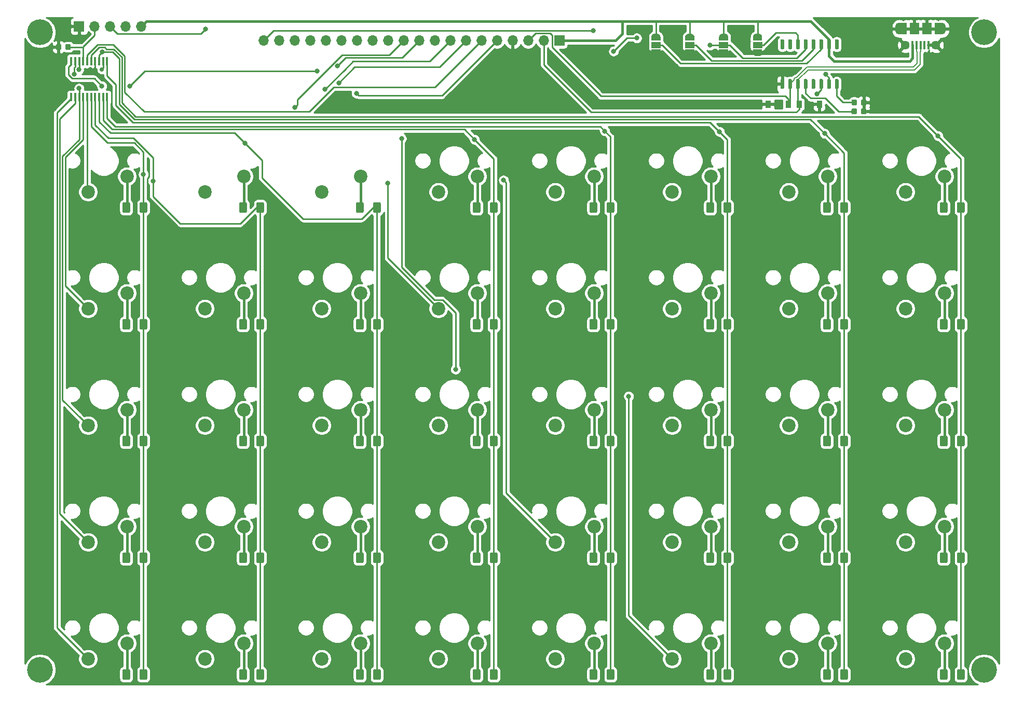
<source format=gbr>
G04 #@! TF.GenerationSoftware,KiCad,Pcbnew,(5.1.5)-3*
G04 #@! TF.CreationDate,2020-03-22T20:56:45+08:00*
G04 #@! TF.ProjectId,XS40,58533430-2e6b-4696-9361-645f70636258,rev?*
G04 #@! TF.SameCoordinates,Original*
G04 #@! TF.FileFunction,Copper,L2,Bot*
G04 #@! TF.FilePolarity,Positive*
%FSLAX45Y45*%
G04 Gerber Fmt 4.5, Leading zero omitted, Abs format (unit mm)*
G04 Created by KiCad (PCBNEW (5.1.5)-3) date 2020-03-22 20:56:45*
%MOMM*%
%LPD*%
G04 APERTURE LIST*
%ADD10R,1.200000X1.900000*%
%ADD11O,1.200000X1.900000*%
%ADD12R,1.500000X1.900000*%
%ADD13C,1.450000*%
%ADD14R,0.400000X1.350000*%
%ADD15O,1.700000X1.700000*%
%ADD16R,1.700000X1.700000*%
%ADD17C,0.100000*%
%ADD18R,0.900000X1.200000*%
%ADD19R,1.500000X1.000000*%
%ADD20C,2.200000*%
%ADD21R,0.450000X1.450000*%
%ADD22C,4.200000*%
%ADD23C,0.800000*%
%ADD24C,0.700000*%
%ADD25C,0.250000*%
%ADD26C,0.500000*%
%ADD27C,0.400000*%
%ADD28C,0.200000*%
%ADD29C,0.254000*%
G04 APERTURE END LIST*
D10*
X17175040Y-4239970D03*
X17755040Y-4239970D03*
D11*
X17815040Y-4239970D03*
X17115040Y-4239970D03*
D12*
X17365040Y-4239970D03*
D13*
X17715040Y-4509970D03*
D14*
X17465040Y-4509970D03*
X17530040Y-4509970D03*
X17595040Y-4509970D03*
X17335040Y-4509970D03*
X17400040Y-4509970D03*
D13*
X17215040Y-4509970D03*
D12*
X17565040Y-4239970D03*
D15*
X4752340Y-4202176D03*
X4498340Y-4202176D03*
X4244340Y-4202176D03*
X3990340Y-4202176D03*
D16*
X3736340Y-4202176D03*
D15*
X6746240Y-4435348D03*
X7000240Y-4435348D03*
X7254240Y-4435348D03*
X7508240Y-4435348D03*
X7762240Y-4435348D03*
X8016240Y-4435348D03*
X8270240Y-4435348D03*
X8524240Y-4435348D03*
X8778240Y-4435348D03*
X9032240Y-4435348D03*
X9286240Y-4435348D03*
X9540240Y-4435348D03*
X9794240Y-4435348D03*
X10048240Y-4435348D03*
X10302240Y-4435348D03*
X10556240Y-4435348D03*
X10810240Y-4435348D03*
X11064240Y-4435348D03*
X11318240Y-4435348D03*
D16*
X11572240Y-4435348D03*
G04 #@! TA.AperFunction,SMDPad,CuDef*
D17*
G36*
X16561959Y-5542129D02*
G01*
X16564083Y-5542444D01*
X16566165Y-5542966D01*
X16568186Y-5543689D01*
X16570127Y-5544607D01*
X16571968Y-5545711D01*
X16573692Y-5546989D01*
X16575283Y-5548431D01*
X16576725Y-5550022D01*
X16578003Y-5551746D01*
X16579107Y-5553587D01*
X16580025Y-5555528D01*
X16580748Y-5557549D01*
X16581270Y-5559631D01*
X16581585Y-5561755D01*
X16581690Y-5563899D01*
X16581690Y-5615149D01*
X16581585Y-5617293D01*
X16581270Y-5619417D01*
X16580748Y-5621499D01*
X16580025Y-5623520D01*
X16579107Y-5625461D01*
X16578003Y-5627302D01*
X16576725Y-5629026D01*
X16575283Y-5630617D01*
X16573692Y-5632059D01*
X16571968Y-5633337D01*
X16570127Y-5634441D01*
X16568186Y-5635359D01*
X16566165Y-5636082D01*
X16564083Y-5636604D01*
X16561959Y-5636919D01*
X16559815Y-5637024D01*
X16516065Y-5637024D01*
X16513921Y-5636919D01*
X16511797Y-5636604D01*
X16509715Y-5636082D01*
X16507694Y-5635359D01*
X16505753Y-5634441D01*
X16503912Y-5633337D01*
X16502188Y-5632059D01*
X16500597Y-5630617D01*
X16499155Y-5629026D01*
X16497877Y-5627302D01*
X16496773Y-5625461D01*
X16495855Y-5623520D01*
X16495132Y-5621499D01*
X16494610Y-5619417D01*
X16494295Y-5617293D01*
X16494190Y-5615149D01*
X16494190Y-5563899D01*
X16494295Y-5561755D01*
X16494610Y-5559631D01*
X16495132Y-5557549D01*
X16495855Y-5555528D01*
X16496773Y-5553587D01*
X16497877Y-5551746D01*
X16499155Y-5550022D01*
X16500597Y-5548431D01*
X16502188Y-5546989D01*
X16503912Y-5545711D01*
X16505753Y-5544607D01*
X16507694Y-5543689D01*
X16509715Y-5542966D01*
X16511797Y-5542444D01*
X16513921Y-5542129D01*
X16516065Y-5542024D01*
X16559815Y-5542024D01*
X16561959Y-5542129D01*
G37*
G04 #@! TD.AperFunction*
G04 #@! TA.AperFunction,SMDPad,CuDef*
G36*
X16404459Y-5542129D02*
G01*
X16406583Y-5542444D01*
X16408665Y-5542966D01*
X16410686Y-5543689D01*
X16412627Y-5544607D01*
X16414468Y-5545711D01*
X16416192Y-5546989D01*
X16417783Y-5548431D01*
X16419225Y-5550022D01*
X16420503Y-5551746D01*
X16421607Y-5553587D01*
X16422525Y-5555528D01*
X16423248Y-5557549D01*
X16423770Y-5559631D01*
X16424085Y-5561755D01*
X16424190Y-5563899D01*
X16424190Y-5615149D01*
X16424085Y-5617293D01*
X16423770Y-5619417D01*
X16423248Y-5621499D01*
X16422525Y-5623520D01*
X16421607Y-5625461D01*
X16420503Y-5627302D01*
X16419225Y-5629026D01*
X16417783Y-5630617D01*
X16416192Y-5632059D01*
X16414468Y-5633337D01*
X16412627Y-5634441D01*
X16410686Y-5635359D01*
X16408665Y-5636082D01*
X16406583Y-5636604D01*
X16404459Y-5636919D01*
X16402315Y-5637024D01*
X16358565Y-5637024D01*
X16356421Y-5636919D01*
X16354297Y-5636604D01*
X16352215Y-5636082D01*
X16350194Y-5635359D01*
X16348253Y-5634441D01*
X16346412Y-5633337D01*
X16344688Y-5632059D01*
X16343097Y-5630617D01*
X16341655Y-5629026D01*
X16340377Y-5627302D01*
X16339273Y-5625461D01*
X16338355Y-5623520D01*
X16337632Y-5621499D01*
X16337110Y-5619417D01*
X16336795Y-5617293D01*
X16336690Y-5615149D01*
X16336690Y-5563899D01*
X16336795Y-5561755D01*
X16337110Y-5559631D01*
X16337632Y-5557549D01*
X16338355Y-5555528D01*
X16339273Y-5553587D01*
X16340377Y-5551746D01*
X16341655Y-5550022D01*
X16343097Y-5548431D01*
X16344688Y-5546989D01*
X16346412Y-5545711D01*
X16348253Y-5544607D01*
X16350194Y-5543689D01*
X16352215Y-5542966D01*
X16354297Y-5542444D01*
X16356421Y-5542129D01*
X16358565Y-5542024D01*
X16402315Y-5542024D01*
X16404459Y-5542129D01*
G37*
G04 #@! TD.AperFunction*
G04 #@! TA.AperFunction,SMDPad,CuDef*
G36*
X16562985Y-5395825D02*
G01*
X16565109Y-5396140D01*
X16567191Y-5396662D01*
X16569212Y-5397385D01*
X16571153Y-5398303D01*
X16572994Y-5399407D01*
X16574718Y-5400685D01*
X16576309Y-5402127D01*
X16577751Y-5403718D01*
X16579029Y-5405442D01*
X16580133Y-5407283D01*
X16581051Y-5409224D01*
X16581774Y-5411245D01*
X16582296Y-5413327D01*
X16582611Y-5415451D01*
X16582716Y-5417595D01*
X16582716Y-5468845D01*
X16582611Y-5470989D01*
X16582296Y-5473113D01*
X16581774Y-5475195D01*
X16581051Y-5477216D01*
X16580133Y-5479157D01*
X16579029Y-5480998D01*
X16577751Y-5482722D01*
X16576309Y-5484313D01*
X16574718Y-5485755D01*
X16572994Y-5487033D01*
X16571153Y-5488137D01*
X16569212Y-5489055D01*
X16567191Y-5489778D01*
X16565109Y-5490300D01*
X16562985Y-5490615D01*
X16560841Y-5490720D01*
X16517091Y-5490720D01*
X16514947Y-5490615D01*
X16512823Y-5490300D01*
X16510741Y-5489778D01*
X16508720Y-5489055D01*
X16506779Y-5488137D01*
X16504938Y-5487033D01*
X16503214Y-5485755D01*
X16501623Y-5484313D01*
X16500181Y-5482722D01*
X16498903Y-5480998D01*
X16497799Y-5479157D01*
X16496881Y-5477216D01*
X16496158Y-5475195D01*
X16495636Y-5473113D01*
X16495321Y-5470989D01*
X16495216Y-5468845D01*
X16495216Y-5417595D01*
X16495321Y-5415451D01*
X16495636Y-5413327D01*
X16496158Y-5411245D01*
X16496881Y-5409224D01*
X16497799Y-5407283D01*
X16498903Y-5405442D01*
X16500181Y-5403718D01*
X16501623Y-5402127D01*
X16503214Y-5400685D01*
X16504938Y-5399407D01*
X16506779Y-5398303D01*
X16508720Y-5397385D01*
X16510741Y-5396662D01*
X16512823Y-5396140D01*
X16514947Y-5395825D01*
X16517091Y-5395720D01*
X16560841Y-5395720D01*
X16562985Y-5395825D01*
G37*
G04 #@! TD.AperFunction*
G04 #@! TA.AperFunction,SMDPad,CuDef*
G36*
X16405485Y-5395825D02*
G01*
X16407609Y-5396140D01*
X16409691Y-5396662D01*
X16411712Y-5397385D01*
X16413653Y-5398303D01*
X16415494Y-5399407D01*
X16417218Y-5400685D01*
X16418809Y-5402127D01*
X16420251Y-5403718D01*
X16421529Y-5405442D01*
X16422633Y-5407283D01*
X16423551Y-5409224D01*
X16424274Y-5411245D01*
X16424796Y-5413327D01*
X16425111Y-5415451D01*
X16425216Y-5417595D01*
X16425216Y-5468845D01*
X16425111Y-5470989D01*
X16424796Y-5473113D01*
X16424274Y-5475195D01*
X16423551Y-5477216D01*
X16422633Y-5479157D01*
X16421529Y-5480998D01*
X16420251Y-5482722D01*
X16418809Y-5484313D01*
X16417218Y-5485755D01*
X16415494Y-5487033D01*
X16413653Y-5488137D01*
X16411712Y-5489055D01*
X16409691Y-5489778D01*
X16407609Y-5490300D01*
X16405485Y-5490615D01*
X16403341Y-5490720D01*
X16359591Y-5490720D01*
X16357447Y-5490615D01*
X16355323Y-5490300D01*
X16353241Y-5489778D01*
X16351220Y-5489055D01*
X16349279Y-5488137D01*
X16347438Y-5487033D01*
X16345714Y-5485755D01*
X16344123Y-5484313D01*
X16342681Y-5482722D01*
X16341403Y-5480998D01*
X16340299Y-5479157D01*
X16339381Y-5477216D01*
X16338658Y-5475195D01*
X16338136Y-5473113D01*
X16337821Y-5470989D01*
X16337716Y-5468845D01*
X16337716Y-5417595D01*
X16337821Y-5415451D01*
X16338136Y-5413327D01*
X16338658Y-5411245D01*
X16339381Y-5409224D01*
X16340299Y-5407283D01*
X16341403Y-5405442D01*
X16342681Y-5403718D01*
X16344123Y-5402127D01*
X16345714Y-5400685D01*
X16347438Y-5399407D01*
X16349279Y-5398303D01*
X16351220Y-5397385D01*
X16353241Y-5396662D01*
X16355323Y-5396140D01*
X16357447Y-5395825D01*
X16359591Y-5395720D01*
X16403341Y-5395720D01*
X16405485Y-5395825D01*
G37*
G04 #@! TD.AperFunction*
G04 #@! TA.AperFunction,SMDPad,CuDef*
G36*
X3425069Y-4491585D02*
G01*
X3427193Y-4491900D01*
X3429275Y-4492422D01*
X3431296Y-4493145D01*
X3433237Y-4494063D01*
X3435078Y-4495167D01*
X3436802Y-4496445D01*
X3438393Y-4497887D01*
X3439835Y-4499478D01*
X3441113Y-4501202D01*
X3442217Y-4503043D01*
X3443135Y-4504984D01*
X3443858Y-4507005D01*
X3444380Y-4509087D01*
X3444695Y-4511211D01*
X3444800Y-4513355D01*
X3444800Y-4564605D01*
X3444695Y-4566749D01*
X3444380Y-4568873D01*
X3443858Y-4570955D01*
X3443135Y-4572976D01*
X3442217Y-4574917D01*
X3441113Y-4576758D01*
X3439835Y-4578482D01*
X3438393Y-4580073D01*
X3436802Y-4581515D01*
X3435078Y-4582793D01*
X3433237Y-4583897D01*
X3431296Y-4584815D01*
X3429275Y-4585538D01*
X3427193Y-4586060D01*
X3425069Y-4586375D01*
X3422925Y-4586480D01*
X3379175Y-4586480D01*
X3377031Y-4586375D01*
X3374907Y-4586060D01*
X3372825Y-4585538D01*
X3370804Y-4584815D01*
X3368863Y-4583897D01*
X3367022Y-4582793D01*
X3365298Y-4581515D01*
X3363707Y-4580073D01*
X3362265Y-4578482D01*
X3360987Y-4576758D01*
X3359883Y-4574917D01*
X3358965Y-4572976D01*
X3358242Y-4570955D01*
X3357720Y-4568873D01*
X3357405Y-4566749D01*
X3357300Y-4564605D01*
X3357300Y-4513355D01*
X3357405Y-4511211D01*
X3357720Y-4509087D01*
X3358242Y-4507005D01*
X3358965Y-4504984D01*
X3359883Y-4503043D01*
X3360987Y-4501202D01*
X3362265Y-4499478D01*
X3363707Y-4497887D01*
X3365298Y-4496445D01*
X3367022Y-4495167D01*
X3368863Y-4494063D01*
X3370804Y-4493145D01*
X3372825Y-4492422D01*
X3374907Y-4491900D01*
X3377031Y-4491585D01*
X3379175Y-4491480D01*
X3422925Y-4491480D01*
X3425069Y-4491585D01*
G37*
G04 #@! TD.AperFunction*
G04 #@! TA.AperFunction,SMDPad,CuDef*
G36*
X3582569Y-4491585D02*
G01*
X3584693Y-4491900D01*
X3586775Y-4492422D01*
X3588796Y-4493145D01*
X3590737Y-4494063D01*
X3592578Y-4495167D01*
X3594302Y-4496445D01*
X3595893Y-4497887D01*
X3597335Y-4499478D01*
X3598613Y-4501202D01*
X3599717Y-4503043D01*
X3600635Y-4504984D01*
X3601358Y-4507005D01*
X3601880Y-4509087D01*
X3602195Y-4511211D01*
X3602300Y-4513355D01*
X3602300Y-4564605D01*
X3602195Y-4566749D01*
X3601880Y-4568873D01*
X3601358Y-4570955D01*
X3600635Y-4572976D01*
X3599717Y-4574917D01*
X3598613Y-4576758D01*
X3597335Y-4578482D01*
X3595893Y-4580073D01*
X3594302Y-4581515D01*
X3592578Y-4582793D01*
X3590737Y-4583897D01*
X3588796Y-4584815D01*
X3586775Y-4585538D01*
X3584693Y-4586060D01*
X3582569Y-4586375D01*
X3580425Y-4586480D01*
X3536675Y-4586480D01*
X3534531Y-4586375D01*
X3532407Y-4586060D01*
X3530325Y-4585538D01*
X3528304Y-4584815D01*
X3526363Y-4583897D01*
X3524522Y-4582793D01*
X3522798Y-4581515D01*
X3521207Y-4580073D01*
X3519765Y-4578482D01*
X3518487Y-4576758D01*
X3517383Y-4574917D01*
X3516465Y-4572976D01*
X3515742Y-4570955D01*
X3515220Y-4568873D01*
X3514905Y-4566749D01*
X3514800Y-4564605D01*
X3514800Y-4513355D01*
X3514905Y-4511211D01*
X3515220Y-4509087D01*
X3515742Y-4507005D01*
X3516465Y-4504984D01*
X3517383Y-4503043D01*
X3518487Y-4501202D01*
X3519765Y-4499478D01*
X3521207Y-4497887D01*
X3522798Y-4496445D01*
X3524522Y-4495167D01*
X3526363Y-4494063D01*
X3528304Y-4493145D01*
X3530325Y-4492422D01*
X3532407Y-4491900D01*
X3534531Y-4491585D01*
X3536675Y-4491480D01*
X3580425Y-4491480D01*
X3582569Y-4491585D01*
G37*
G04 #@! TD.AperFunction*
G04 #@! TA.AperFunction,SMDPad,CuDef*
G36*
X4545610Y-7070340D02*
G01*
X4548037Y-7070700D01*
X4550417Y-7071296D01*
X4552727Y-7072123D01*
X4554945Y-7073172D01*
X4557049Y-7074433D01*
X4559020Y-7075895D01*
X4560838Y-7077542D01*
X4562485Y-7079360D01*
X4563947Y-7081331D01*
X4565208Y-7083435D01*
X4566257Y-7085653D01*
X4567084Y-7087963D01*
X4567680Y-7090343D01*
X4568040Y-7092770D01*
X4568160Y-7095220D01*
X4568160Y-7220220D01*
X4568040Y-7222670D01*
X4567680Y-7225097D01*
X4567084Y-7227477D01*
X4566257Y-7229787D01*
X4565208Y-7232005D01*
X4563947Y-7234109D01*
X4562485Y-7236080D01*
X4560838Y-7237898D01*
X4559020Y-7239545D01*
X4557049Y-7241007D01*
X4554945Y-7242268D01*
X4552727Y-7243317D01*
X4550417Y-7244143D01*
X4548037Y-7244740D01*
X4545610Y-7245100D01*
X4543160Y-7245220D01*
X4468160Y-7245220D01*
X4465710Y-7245100D01*
X4463283Y-7244740D01*
X4460903Y-7244143D01*
X4458593Y-7243317D01*
X4456375Y-7242268D01*
X4454271Y-7241007D01*
X4452300Y-7239545D01*
X4450482Y-7237898D01*
X4448835Y-7236080D01*
X4447373Y-7234109D01*
X4446112Y-7232005D01*
X4445063Y-7229787D01*
X4444237Y-7227477D01*
X4443640Y-7225097D01*
X4443280Y-7222670D01*
X4443160Y-7220220D01*
X4443160Y-7095220D01*
X4443280Y-7092770D01*
X4443640Y-7090343D01*
X4444237Y-7087963D01*
X4445063Y-7085653D01*
X4446112Y-7083435D01*
X4447373Y-7081331D01*
X4448835Y-7079360D01*
X4450482Y-7077542D01*
X4452300Y-7075895D01*
X4454271Y-7074433D01*
X4456375Y-7073172D01*
X4458593Y-7072123D01*
X4460903Y-7071296D01*
X4463283Y-7070700D01*
X4465710Y-7070340D01*
X4468160Y-7070220D01*
X4543160Y-7070220D01*
X4545610Y-7070340D01*
G37*
G04 #@! TD.AperFunction*
G04 #@! TA.AperFunction,SMDPad,CuDef*
G36*
X4825610Y-7070340D02*
G01*
X4828037Y-7070700D01*
X4830417Y-7071296D01*
X4832727Y-7072123D01*
X4834945Y-7073172D01*
X4837049Y-7074433D01*
X4839020Y-7075895D01*
X4840838Y-7077542D01*
X4842485Y-7079360D01*
X4843947Y-7081331D01*
X4845208Y-7083435D01*
X4846257Y-7085653D01*
X4847084Y-7087963D01*
X4847680Y-7090343D01*
X4848040Y-7092770D01*
X4848160Y-7095220D01*
X4848160Y-7220220D01*
X4848040Y-7222670D01*
X4847680Y-7225097D01*
X4847084Y-7227477D01*
X4846257Y-7229787D01*
X4845208Y-7232005D01*
X4843947Y-7234109D01*
X4842485Y-7236080D01*
X4840838Y-7237898D01*
X4839020Y-7239545D01*
X4837049Y-7241007D01*
X4834945Y-7242268D01*
X4832727Y-7243317D01*
X4830417Y-7244143D01*
X4828037Y-7244740D01*
X4825610Y-7245100D01*
X4823160Y-7245220D01*
X4748160Y-7245220D01*
X4745710Y-7245100D01*
X4743283Y-7244740D01*
X4740903Y-7244143D01*
X4738593Y-7243317D01*
X4736375Y-7242268D01*
X4734271Y-7241007D01*
X4732300Y-7239545D01*
X4730482Y-7237898D01*
X4728835Y-7236080D01*
X4727373Y-7234109D01*
X4726112Y-7232005D01*
X4725063Y-7229787D01*
X4724237Y-7227477D01*
X4723640Y-7225097D01*
X4723280Y-7222670D01*
X4723160Y-7220220D01*
X4723160Y-7095220D01*
X4723280Y-7092770D01*
X4723640Y-7090343D01*
X4724237Y-7087963D01*
X4725063Y-7085653D01*
X4726112Y-7083435D01*
X4727373Y-7081331D01*
X4728835Y-7079360D01*
X4730482Y-7077542D01*
X4732300Y-7075895D01*
X4734271Y-7074433D01*
X4736375Y-7073172D01*
X4738593Y-7072123D01*
X4740903Y-7071296D01*
X4743283Y-7070700D01*
X4745710Y-7070340D01*
X4748160Y-7070220D01*
X4823160Y-7070220D01*
X4825610Y-7070340D01*
G37*
G04 #@! TD.AperFunction*
G04 #@! TA.AperFunction,SMDPad,CuDef*
G36*
X6730610Y-7070340D02*
G01*
X6733037Y-7070700D01*
X6735417Y-7071296D01*
X6737727Y-7072123D01*
X6739945Y-7073172D01*
X6742049Y-7074433D01*
X6744020Y-7075895D01*
X6745838Y-7077542D01*
X6747485Y-7079360D01*
X6748947Y-7081331D01*
X6750208Y-7083435D01*
X6751257Y-7085653D01*
X6752083Y-7087963D01*
X6752680Y-7090343D01*
X6753040Y-7092770D01*
X6753160Y-7095220D01*
X6753160Y-7220220D01*
X6753040Y-7222670D01*
X6752680Y-7225097D01*
X6752083Y-7227477D01*
X6751257Y-7229787D01*
X6750208Y-7232005D01*
X6748947Y-7234109D01*
X6747485Y-7236080D01*
X6745838Y-7237898D01*
X6744020Y-7239545D01*
X6742049Y-7241007D01*
X6739945Y-7242268D01*
X6737727Y-7243317D01*
X6735417Y-7244143D01*
X6733037Y-7244740D01*
X6730610Y-7245100D01*
X6728160Y-7245220D01*
X6653160Y-7245220D01*
X6650710Y-7245100D01*
X6648283Y-7244740D01*
X6645903Y-7244143D01*
X6643593Y-7243317D01*
X6641375Y-7242268D01*
X6639271Y-7241007D01*
X6637300Y-7239545D01*
X6635482Y-7237898D01*
X6633835Y-7236080D01*
X6632373Y-7234109D01*
X6631112Y-7232005D01*
X6630063Y-7229787D01*
X6629236Y-7227477D01*
X6628640Y-7225097D01*
X6628280Y-7222670D01*
X6628160Y-7220220D01*
X6628160Y-7095220D01*
X6628280Y-7092770D01*
X6628640Y-7090343D01*
X6629236Y-7087963D01*
X6630063Y-7085653D01*
X6631112Y-7083435D01*
X6632373Y-7081331D01*
X6633835Y-7079360D01*
X6635482Y-7077542D01*
X6637300Y-7075895D01*
X6639271Y-7074433D01*
X6641375Y-7073172D01*
X6643593Y-7072123D01*
X6645903Y-7071296D01*
X6648283Y-7070700D01*
X6650710Y-7070340D01*
X6653160Y-7070220D01*
X6728160Y-7070220D01*
X6730610Y-7070340D01*
G37*
G04 #@! TD.AperFunction*
G04 #@! TA.AperFunction,SMDPad,CuDef*
G36*
X6450610Y-7070340D02*
G01*
X6453037Y-7070700D01*
X6455417Y-7071296D01*
X6457727Y-7072123D01*
X6459945Y-7073172D01*
X6462049Y-7074433D01*
X6464020Y-7075895D01*
X6465838Y-7077542D01*
X6467485Y-7079360D01*
X6468947Y-7081331D01*
X6470208Y-7083435D01*
X6471257Y-7085653D01*
X6472083Y-7087963D01*
X6472680Y-7090343D01*
X6473040Y-7092770D01*
X6473160Y-7095220D01*
X6473160Y-7220220D01*
X6473040Y-7222670D01*
X6472680Y-7225097D01*
X6472083Y-7227477D01*
X6471257Y-7229787D01*
X6470208Y-7232005D01*
X6468947Y-7234109D01*
X6467485Y-7236080D01*
X6465838Y-7237898D01*
X6464020Y-7239545D01*
X6462049Y-7241007D01*
X6459945Y-7242268D01*
X6457727Y-7243317D01*
X6455417Y-7244143D01*
X6453037Y-7244740D01*
X6450610Y-7245100D01*
X6448160Y-7245220D01*
X6373160Y-7245220D01*
X6370710Y-7245100D01*
X6368283Y-7244740D01*
X6365903Y-7244143D01*
X6363593Y-7243317D01*
X6361375Y-7242268D01*
X6359271Y-7241007D01*
X6357300Y-7239545D01*
X6355482Y-7237898D01*
X6353835Y-7236080D01*
X6352373Y-7234109D01*
X6351112Y-7232005D01*
X6350063Y-7229787D01*
X6349236Y-7227477D01*
X6348640Y-7225097D01*
X6348280Y-7222670D01*
X6348160Y-7220220D01*
X6348160Y-7095220D01*
X6348280Y-7092770D01*
X6348640Y-7090343D01*
X6349236Y-7087963D01*
X6350063Y-7085653D01*
X6351112Y-7083435D01*
X6352373Y-7081331D01*
X6353835Y-7079360D01*
X6355482Y-7077542D01*
X6357300Y-7075895D01*
X6359271Y-7074433D01*
X6361375Y-7073172D01*
X6363593Y-7072123D01*
X6365903Y-7071296D01*
X6368283Y-7070700D01*
X6370710Y-7070340D01*
X6373160Y-7070220D01*
X6448160Y-7070220D01*
X6450610Y-7070340D01*
G37*
G04 #@! TD.AperFunction*
G04 #@! TA.AperFunction,SMDPad,CuDef*
G36*
X8635610Y-7070340D02*
G01*
X8638037Y-7070700D01*
X8640417Y-7071296D01*
X8642727Y-7072123D01*
X8644945Y-7073172D01*
X8647049Y-7074433D01*
X8649020Y-7075895D01*
X8650838Y-7077542D01*
X8652485Y-7079360D01*
X8653947Y-7081331D01*
X8655208Y-7083435D01*
X8656257Y-7085653D01*
X8657084Y-7087963D01*
X8657680Y-7090343D01*
X8658040Y-7092770D01*
X8658160Y-7095220D01*
X8658160Y-7220220D01*
X8658040Y-7222670D01*
X8657680Y-7225097D01*
X8657084Y-7227477D01*
X8656257Y-7229787D01*
X8655208Y-7232005D01*
X8653947Y-7234109D01*
X8652485Y-7236080D01*
X8650838Y-7237898D01*
X8649020Y-7239545D01*
X8647049Y-7241007D01*
X8644945Y-7242268D01*
X8642727Y-7243317D01*
X8640417Y-7244143D01*
X8638037Y-7244740D01*
X8635610Y-7245100D01*
X8633160Y-7245220D01*
X8558160Y-7245220D01*
X8555710Y-7245100D01*
X8553283Y-7244740D01*
X8550903Y-7244143D01*
X8548593Y-7243317D01*
X8546375Y-7242268D01*
X8544271Y-7241007D01*
X8542300Y-7239545D01*
X8540482Y-7237898D01*
X8538835Y-7236080D01*
X8537373Y-7234109D01*
X8536112Y-7232005D01*
X8535063Y-7229787D01*
X8534237Y-7227477D01*
X8533640Y-7225097D01*
X8533280Y-7222670D01*
X8533160Y-7220220D01*
X8533160Y-7095220D01*
X8533280Y-7092770D01*
X8533640Y-7090343D01*
X8534237Y-7087963D01*
X8535063Y-7085653D01*
X8536112Y-7083435D01*
X8537373Y-7081331D01*
X8538835Y-7079360D01*
X8540482Y-7077542D01*
X8542300Y-7075895D01*
X8544271Y-7074433D01*
X8546375Y-7073172D01*
X8548593Y-7072123D01*
X8550903Y-7071296D01*
X8553283Y-7070700D01*
X8555710Y-7070340D01*
X8558160Y-7070220D01*
X8633160Y-7070220D01*
X8635610Y-7070340D01*
G37*
G04 #@! TD.AperFunction*
G04 #@! TA.AperFunction,SMDPad,CuDef*
G36*
X8355610Y-7070340D02*
G01*
X8358037Y-7070700D01*
X8360417Y-7071296D01*
X8362727Y-7072123D01*
X8364945Y-7073172D01*
X8367049Y-7074433D01*
X8369020Y-7075895D01*
X8370838Y-7077542D01*
X8372485Y-7079360D01*
X8373947Y-7081331D01*
X8375208Y-7083435D01*
X8376257Y-7085653D01*
X8377083Y-7087963D01*
X8377680Y-7090343D01*
X8378040Y-7092770D01*
X8378160Y-7095220D01*
X8378160Y-7220220D01*
X8378040Y-7222670D01*
X8377680Y-7225097D01*
X8377083Y-7227477D01*
X8376257Y-7229787D01*
X8375208Y-7232005D01*
X8373947Y-7234109D01*
X8372485Y-7236080D01*
X8370838Y-7237898D01*
X8369020Y-7239545D01*
X8367049Y-7241007D01*
X8364945Y-7242268D01*
X8362727Y-7243317D01*
X8360417Y-7244143D01*
X8358037Y-7244740D01*
X8355610Y-7245100D01*
X8353160Y-7245220D01*
X8278160Y-7245220D01*
X8275710Y-7245100D01*
X8273283Y-7244740D01*
X8270903Y-7244143D01*
X8268593Y-7243317D01*
X8266375Y-7242268D01*
X8264271Y-7241007D01*
X8262300Y-7239545D01*
X8260482Y-7237898D01*
X8258835Y-7236080D01*
X8257373Y-7234109D01*
X8256112Y-7232005D01*
X8255063Y-7229787D01*
X8254236Y-7227477D01*
X8253640Y-7225097D01*
X8253280Y-7222670D01*
X8253160Y-7220220D01*
X8253160Y-7095220D01*
X8253280Y-7092770D01*
X8253640Y-7090343D01*
X8254236Y-7087963D01*
X8255063Y-7085653D01*
X8256112Y-7083435D01*
X8257373Y-7081331D01*
X8258835Y-7079360D01*
X8260482Y-7077542D01*
X8262300Y-7075895D01*
X8264271Y-7074433D01*
X8266375Y-7073172D01*
X8268593Y-7072123D01*
X8270903Y-7071296D01*
X8273283Y-7070700D01*
X8275710Y-7070340D01*
X8278160Y-7070220D01*
X8353160Y-7070220D01*
X8355610Y-7070340D01*
G37*
G04 #@! TD.AperFunction*
G04 #@! TA.AperFunction,SMDPad,CuDef*
G36*
X10540610Y-7070340D02*
G01*
X10543037Y-7070700D01*
X10545417Y-7071296D01*
X10547727Y-7072123D01*
X10549945Y-7073172D01*
X10552049Y-7074433D01*
X10554020Y-7075895D01*
X10555838Y-7077542D01*
X10557485Y-7079360D01*
X10558947Y-7081331D01*
X10560208Y-7083435D01*
X10561257Y-7085653D01*
X10562084Y-7087963D01*
X10562680Y-7090343D01*
X10563040Y-7092770D01*
X10563160Y-7095220D01*
X10563160Y-7220220D01*
X10563040Y-7222670D01*
X10562680Y-7225097D01*
X10562084Y-7227477D01*
X10561257Y-7229787D01*
X10560208Y-7232005D01*
X10558947Y-7234109D01*
X10557485Y-7236080D01*
X10555838Y-7237898D01*
X10554020Y-7239545D01*
X10552049Y-7241007D01*
X10549945Y-7242268D01*
X10547727Y-7243317D01*
X10545417Y-7244143D01*
X10543037Y-7244740D01*
X10540610Y-7245100D01*
X10538160Y-7245220D01*
X10463160Y-7245220D01*
X10460710Y-7245100D01*
X10458283Y-7244740D01*
X10455903Y-7244143D01*
X10453593Y-7243317D01*
X10451375Y-7242268D01*
X10449271Y-7241007D01*
X10447300Y-7239545D01*
X10445482Y-7237898D01*
X10443835Y-7236080D01*
X10442373Y-7234109D01*
X10441112Y-7232005D01*
X10440063Y-7229787D01*
X10439237Y-7227477D01*
X10438640Y-7225097D01*
X10438280Y-7222670D01*
X10438160Y-7220220D01*
X10438160Y-7095220D01*
X10438280Y-7092770D01*
X10438640Y-7090343D01*
X10439237Y-7087963D01*
X10440063Y-7085653D01*
X10441112Y-7083435D01*
X10442373Y-7081331D01*
X10443835Y-7079360D01*
X10445482Y-7077542D01*
X10447300Y-7075895D01*
X10449271Y-7074433D01*
X10451375Y-7073172D01*
X10453593Y-7072123D01*
X10455903Y-7071296D01*
X10458283Y-7070700D01*
X10460710Y-7070340D01*
X10463160Y-7070220D01*
X10538160Y-7070220D01*
X10540610Y-7070340D01*
G37*
G04 #@! TD.AperFunction*
G04 #@! TA.AperFunction,SMDPad,CuDef*
G36*
X10260610Y-7070340D02*
G01*
X10263037Y-7070700D01*
X10265417Y-7071296D01*
X10267727Y-7072123D01*
X10269945Y-7073172D01*
X10272049Y-7074433D01*
X10274020Y-7075895D01*
X10275838Y-7077542D01*
X10277485Y-7079360D01*
X10278947Y-7081331D01*
X10280208Y-7083435D01*
X10281257Y-7085653D01*
X10282084Y-7087963D01*
X10282680Y-7090343D01*
X10283040Y-7092770D01*
X10283160Y-7095220D01*
X10283160Y-7220220D01*
X10283040Y-7222670D01*
X10282680Y-7225097D01*
X10282084Y-7227477D01*
X10281257Y-7229787D01*
X10280208Y-7232005D01*
X10278947Y-7234109D01*
X10277485Y-7236080D01*
X10275838Y-7237898D01*
X10274020Y-7239545D01*
X10272049Y-7241007D01*
X10269945Y-7242268D01*
X10267727Y-7243317D01*
X10265417Y-7244143D01*
X10263037Y-7244740D01*
X10260610Y-7245100D01*
X10258160Y-7245220D01*
X10183160Y-7245220D01*
X10180710Y-7245100D01*
X10178283Y-7244740D01*
X10175903Y-7244143D01*
X10173593Y-7243317D01*
X10171375Y-7242268D01*
X10169271Y-7241007D01*
X10167300Y-7239545D01*
X10165482Y-7237898D01*
X10163835Y-7236080D01*
X10162373Y-7234109D01*
X10161112Y-7232005D01*
X10160063Y-7229787D01*
X10159237Y-7227477D01*
X10158640Y-7225097D01*
X10158280Y-7222670D01*
X10158160Y-7220220D01*
X10158160Y-7095220D01*
X10158280Y-7092770D01*
X10158640Y-7090343D01*
X10159237Y-7087963D01*
X10160063Y-7085653D01*
X10161112Y-7083435D01*
X10162373Y-7081331D01*
X10163835Y-7079360D01*
X10165482Y-7077542D01*
X10167300Y-7075895D01*
X10169271Y-7074433D01*
X10171375Y-7073172D01*
X10173593Y-7072123D01*
X10175903Y-7071296D01*
X10178283Y-7070700D01*
X10180710Y-7070340D01*
X10183160Y-7070220D01*
X10258160Y-7070220D01*
X10260610Y-7070340D01*
G37*
G04 #@! TD.AperFunction*
G04 #@! TA.AperFunction,SMDPad,CuDef*
G36*
X12445610Y-7070340D02*
G01*
X12448037Y-7070700D01*
X12450417Y-7071296D01*
X12452727Y-7072123D01*
X12454945Y-7073172D01*
X12457049Y-7074433D01*
X12459020Y-7075895D01*
X12460838Y-7077542D01*
X12462485Y-7079360D01*
X12463947Y-7081331D01*
X12465208Y-7083435D01*
X12466257Y-7085653D01*
X12467083Y-7087963D01*
X12467680Y-7090343D01*
X12468040Y-7092770D01*
X12468160Y-7095220D01*
X12468160Y-7220220D01*
X12468040Y-7222670D01*
X12467680Y-7225097D01*
X12467083Y-7227477D01*
X12466257Y-7229787D01*
X12465208Y-7232005D01*
X12463947Y-7234109D01*
X12462485Y-7236080D01*
X12460838Y-7237898D01*
X12459020Y-7239545D01*
X12457049Y-7241007D01*
X12454945Y-7242268D01*
X12452727Y-7243317D01*
X12450417Y-7244143D01*
X12448037Y-7244740D01*
X12445610Y-7245100D01*
X12443160Y-7245220D01*
X12368160Y-7245220D01*
X12365710Y-7245100D01*
X12363283Y-7244740D01*
X12360903Y-7244143D01*
X12358593Y-7243317D01*
X12356375Y-7242268D01*
X12354271Y-7241007D01*
X12352300Y-7239545D01*
X12350482Y-7237898D01*
X12348835Y-7236080D01*
X12347373Y-7234109D01*
X12346112Y-7232005D01*
X12345063Y-7229787D01*
X12344236Y-7227477D01*
X12343640Y-7225097D01*
X12343280Y-7222670D01*
X12343160Y-7220220D01*
X12343160Y-7095220D01*
X12343280Y-7092770D01*
X12343640Y-7090343D01*
X12344236Y-7087963D01*
X12345063Y-7085653D01*
X12346112Y-7083435D01*
X12347373Y-7081331D01*
X12348835Y-7079360D01*
X12350482Y-7077542D01*
X12352300Y-7075895D01*
X12354271Y-7074433D01*
X12356375Y-7073172D01*
X12358593Y-7072123D01*
X12360903Y-7071296D01*
X12363283Y-7070700D01*
X12365710Y-7070340D01*
X12368160Y-7070220D01*
X12443160Y-7070220D01*
X12445610Y-7070340D01*
G37*
G04 #@! TD.AperFunction*
G04 #@! TA.AperFunction,SMDPad,CuDef*
G36*
X12165610Y-7070340D02*
G01*
X12168037Y-7070700D01*
X12170417Y-7071296D01*
X12172727Y-7072123D01*
X12174945Y-7073172D01*
X12177049Y-7074433D01*
X12179020Y-7075895D01*
X12180838Y-7077542D01*
X12182485Y-7079360D01*
X12183947Y-7081331D01*
X12185208Y-7083435D01*
X12186257Y-7085653D01*
X12187083Y-7087963D01*
X12187680Y-7090343D01*
X12188040Y-7092770D01*
X12188160Y-7095220D01*
X12188160Y-7220220D01*
X12188040Y-7222670D01*
X12187680Y-7225097D01*
X12187083Y-7227477D01*
X12186257Y-7229787D01*
X12185208Y-7232005D01*
X12183947Y-7234109D01*
X12182485Y-7236080D01*
X12180838Y-7237898D01*
X12179020Y-7239545D01*
X12177049Y-7241007D01*
X12174945Y-7242268D01*
X12172727Y-7243317D01*
X12170417Y-7244143D01*
X12168037Y-7244740D01*
X12165610Y-7245100D01*
X12163160Y-7245220D01*
X12088160Y-7245220D01*
X12085710Y-7245100D01*
X12083283Y-7244740D01*
X12080903Y-7244143D01*
X12078593Y-7243317D01*
X12076375Y-7242268D01*
X12074271Y-7241007D01*
X12072300Y-7239545D01*
X12070482Y-7237898D01*
X12068835Y-7236080D01*
X12067373Y-7234109D01*
X12066112Y-7232005D01*
X12065063Y-7229787D01*
X12064236Y-7227477D01*
X12063640Y-7225097D01*
X12063280Y-7222670D01*
X12063160Y-7220220D01*
X12063160Y-7095220D01*
X12063280Y-7092770D01*
X12063640Y-7090343D01*
X12064236Y-7087963D01*
X12065063Y-7085653D01*
X12066112Y-7083435D01*
X12067373Y-7081331D01*
X12068835Y-7079360D01*
X12070482Y-7077542D01*
X12072300Y-7075895D01*
X12074271Y-7074433D01*
X12076375Y-7073172D01*
X12078593Y-7072123D01*
X12080903Y-7071296D01*
X12083283Y-7070700D01*
X12085710Y-7070340D01*
X12088160Y-7070220D01*
X12163160Y-7070220D01*
X12165610Y-7070340D01*
G37*
G04 #@! TD.AperFunction*
G04 #@! TA.AperFunction,SMDPad,CuDef*
G36*
X14350610Y-7070340D02*
G01*
X14353037Y-7070700D01*
X14355417Y-7071296D01*
X14357727Y-7072123D01*
X14359945Y-7073172D01*
X14362049Y-7074433D01*
X14364020Y-7075895D01*
X14365838Y-7077542D01*
X14367485Y-7079360D01*
X14368947Y-7081331D01*
X14370208Y-7083435D01*
X14371257Y-7085653D01*
X14372083Y-7087963D01*
X14372680Y-7090343D01*
X14373040Y-7092770D01*
X14373160Y-7095220D01*
X14373160Y-7220220D01*
X14373040Y-7222670D01*
X14372680Y-7225097D01*
X14372083Y-7227477D01*
X14371257Y-7229787D01*
X14370208Y-7232005D01*
X14368947Y-7234109D01*
X14367485Y-7236080D01*
X14365838Y-7237898D01*
X14364020Y-7239545D01*
X14362049Y-7241007D01*
X14359945Y-7242268D01*
X14357727Y-7243317D01*
X14355417Y-7244143D01*
X14353037Y-7244740D01*
X14350610Y-7245100D01*
X14348160Y-7245220D01*
X14273160Y-7245220D01*
X14270710Y-7245100D01*
X14268283Y-7244740D01*
X14265903Y-7244143D01*
X14263593Y-7243317D01*
X14261375Y-7242268D01*
X14259271Y-7241007D01*
X14257300Y-7239545D01*
X14255482Y-7237898D01*
X14253835Y-7236080D01*
X14252373Y-7234109D01*
X14251112Y-7232005D01*
X14250063Y-7229787D01*
X14249236Y-7227477D01*
X14248640Y-7225097D01*
X14248280Y-7222670D01*
X14248160Y-7220220D01*
X14248160Y-7095220D01*
X14248280Y-7092770D01*
X14248640Y-7090343D01*
X14249236Y-7087963D01*
X14250063Y-7085653D01*
X14251112Y-7083435D01*
X14252373Y-7081331D01*
X14253835Y-7079360D01*
X14255482Y-7077542D01*
X14257300Y-7075895D01*
X14259271Y-7074433D01*
X14261375Y-7073172D01*
X14263593Y-7072123D01*
X14265903Y-7071296D01*
X14268283Y-7070700D01*
X14270710Y-7070340D01*
X14273160Y-7070220D01*
X14348160Y-7070220D01*
X14350610Y-7070340D01*
G37*
G04 #@! TD.AperFunction*
G04 #@! TA.AperFunction,SMDPad,CuDef*
G36*
X14070610Y-7070340D02*
G01*
X14073037Y-7070700D01*
X14075417Y-7071296D01*
X14077727Y-7072123D01*
X14079945Y-7073172D01*
X14082049Y-7074433D01*
X14084020Y-7075895D01*
X14085838Y-7077542D01*
X14087485Y-7079360D01*
X14088947Y-7081331D01*
X14090208Y-7083435D01*
X14091257Y-7085653D01*
X14092083Y-7087963D01*
X14092680Y-7090343D01*
X14093040Y-7092770D01*
X14093160Y-7095220D01*
X14093160Y-7220220D01*
X14093040Y-7222670D01*
X14092680Y-7225097D01*
X14092083Y-7227477D01*
X14091257Y-7229787D01*
X14090208Y-7232005D01*
X14088947Y-7234109D01*
X14087485Y-7236080D01*
X14085838Y-7237898D01*
X14084020Y-7239545D01*
X14082049Y-7241007D01*
X14079945Y-7242268D01*
X14077727Y-7243317D01*
X14075417Y-7244143D01*
X14073037Y-7244740D01*
X14070610Y-7245100D01*
X14068160Y-7245220D01*
X13993160Y-7245220D01*
X13990710Y-7245100D01*
X13988283Y-7244740D01*
X13985903Y-7244143D01*
X13983593Y-7243317D01*
X13981375Y-7242268D01*
X13979271Y-7241007D01*
X13977300Y-7239545D01*
X13975482Y-7237898D01*
X13973835Y-7236080D01*
X13972373Y-7234109D01*
X13971112Y-7232005D01*
X13970063Y-7229787D01*
X13969236Y-7227477D01*
X13968640Y-7225097D01*
X13968280Y-7222670D01*
X13968160Y-7220220D01*
X13968160Y-7095220D01*
X13968280Y-7092770D01*
X13968640Y-7090343D01*
X13969236Y-7087963D01*
X13970063Y-7085653D01*
X13971112Y-7083435D01*
X13972373Y-7081331D01*
X13973835Y-7079360D01*
X13975482Y-7077542D01*
X13977300Y-7075895D01*
X13979271Y-7074433D01*
X13981375Y-7073172D01*
X13983593Y-7072123D01*
X13985903Y-7071296D01*
X13988283Y-7070700D01*
X13990710Y-7070340D01*
X13993160Y-7070220D01*
X14068160Y-7070220D01*
X14070610Y-7070340D01*
G37*
G04 #@! TD.AperFunction*
G04 #@! TA.AperFunction,SMDPad,CuDef*
G36*
X15975610Y-7070340D02*
G01*
X15978037Y-7070700D01*
X15980417Y-7071296D01*
X15982727Y-7072123D01*
X15984945Y-7073172D01*
X15987049Y-7074433D01*
X15989020Y-7075895D01*
X15990838Y-7077542D01*
X15992485Y-7079360D01*
X15993947Y-7081331D01*
X15995208Y-7083435D01*
X15996257Y-7085653D01*
X15997083Y-7087963D01*
X15997680Y-7090343D01*
X15998040Y-7092770D01*
X15998160Y-7095220D01*
X15998160Y-7220220D01*
X15998040Y-7222670D01*
X15997680Y-7225097D01*
X15997083Y-7227477D01*
X15996257Y-7229787D01*
X15995208Y-7232005D01*
X15993947Y-7234109D01*
X15992485Y-7236080D01*
X15990838Y-7237898D01*
X15989020Y-7239545D01*
X15987049Y-7241007D01*
X15984945Y-7242268D01*
X15982727Y-7243317D01*
X15980417Y-7244143D01*
X15978037Y-7244740D01*
X15975610Y-7245100D01*
X15973160Y-7245220D01*
X15898160Y-7245220D01*
X15895710Y-7245100D01*
X15893283Y-7244740D01*
X15890903Y-7244143D01*
X15888593Y-7243317D01*
X15886375Y-7242268D01*
X15884271Y-7241007D01*
X15882300Y-7239545D01*
X15880482Y-7237898D01*
X15878835Y-7236080D01*
X15877373Y-7234109D01*
X15876112Y-7232005D01*
X15875063Y-7229787D01*
X15874236Y-7227477D01*
X15873640Y-7225097D01*
X15873280Y-7222670D01*
X15873160Y-7220220D01*
X15873160Y-7095220D01*
X15873280Y-7092770D01*
X15873640Y-7090343D01*
X15874236Y-7087963D01*
X15875063Y-7085653D01*
X15876112Y-7083435D01*
X15877373Y-7081331D01*
X15878835Y-7079360D01*
X15880482Y-7077542D01*
X15882300Y-7075895D01*
X15884271Y-7074433D01*
X15886375Y-7073172D01*
X15888593Y-7072123D01*
X15890903Y-7071296D01*
X15893283Y-7070700D01*
X15895710Y-7070340D01*
X15898160Y-7070220D01*
X15973160Y-7070220D01*
X15975610Y-7070340D01*
G37*
G04 #@! TD.AperFunction*
G04 #@! TA.AperFunction,SMDPad,CuDef*
G36*
X16255610Y-7070340D02*
G01*
X16258037Y-7070700D01*
X16260417Y-7071296D01*
X16262727Y-7072123D01*
X16264945Y-7073172D01*
X16267049Y-7074433D01*
X16269020Y-7075895D01*
X16270838Y-7077542D01*
X16272485Y-7079360D01*
X16273947Y-7081331D01*
X16275208Y-7083435D01*
X16276257Y-7085653D01*
X16277083Y-7087963D01*
X16277680Y-7090343D01*
X16278040Y-7092770D01*
X16278160Y-7095220D01*
X16278160Y-7220220D01*
X16278040Y-7222670D01*
X16277680Y-7225097D01*
X16277083Y-7227477D01*
X16276257Y-7229787D01*
X16275208Y-7232005D01*
X16273947Y-7234109D01*
X16272485Y-7236080D01*
X16270838Y-7237898D01*
X16269020Y-7239545D01*
X16267049Y-7241007D01*
X16264945Y-7242268D01*
X16262727Y-7243317D01*
X16260417Y-7244143D01*
X16258037Y-7244740D01*
X16255610Y-7245100D01*
X16253160Y-7245220D01*
X16178160Y-7245220D01*
X16175710Y-7245100D01*
X16173283Y-7244740D01*
X16170903Y-7244143D01*
X16168593Y-7243317D01*
X16166375Y-7242268D01*
X16164271Y-7241007D01*
X16162300Y-7239545D01*
X16160482Y-7237898D01*
X16158835Y-7236080D01*
X16157373Y-7234109D01*
X16156112Y-7232005D01*
X16155063Y-7229787D01*
X16154236Y-7227477D01*
X16153640Y-7225097D01*
X16153280Y-7222670D01*
X16153160Y-7220220D01*
X16153160Y-7095220D01*
X16153280Y-7092770D01*
X16153640Y-7090343D01*
X16154236Y-7087963D01*
X16155063Y-7085653D01*
X16156112Y-7083435D01*
X16157373Y-7081331D01*
X16158835Y-7079360D01*
X16160482Y-7077542D01*
X16162300Y-7075895D01*
X16164271Y-7074433D01*
X16166375Y-7073172D01*
X16168593Y-7072123D01*
X16170903Y-7071296D01*
X16173283Y-7070700D01*
X16175710Y-7070340D01*
X16178160Y-7070220D01*
X16253160Y-7070220D01*
X16255610Y-7070340D01*
G37*
G04 #@! TD.AperFunction*
G04 #@! TA.AperFunction,SMDPad,CuDef*
G36*
X17880610Y-7070340D02*
G01*
X17883037Y-7070700D01*
X17885417Y-7071296D01*
X17887727Y-7072123D01*
X17889945Y-7073172D01*
X17892049Y-7074433D01*
X17894020Y-7075895D01*
X17895838Y-7077542D01*
X17897485Y-7079360D01*
X17898947Y-7081331D01*
X17900208Y-7083435D01*
X17901257Y-7085653D01*
X17902084Y-7087963D01*
X17902680Y-7090343D01*
X17903040Y-7092770D01*
X17903160Y-7095220D01*
X17903160Y-7220220D01*
X17903040Y-7222670D01*
X17902680Y-7225097D01*
X17902084Y-7227477D01*
X17901257Y-7229787D01*
X17900208Y-7232005D01*
X17898947Y-7234109D01*
X17897485Y-7236080D01*
X17895838Y-7237898D01*
X17894020Y-7239545D01*
X17892049Y-7241007D01*
X17889945Y-7242268D01*
X17887727Y-7243317D01*
X17885417Y-7244143D01*
X17883037Y-7244740D01*
X17880610Y-7245100D01*
X17878160Y-7245220D01*
X17803160Y-7245220D01*
X17800710Y-7245100D01*
X17798283Y-7244740D01*
X17795903Y-7244143D01*
X17793593Y-7243317D01*
X17791375Y-7242268D01*
X17789271Y-7241007D01*
X17787300Y-7239545D01*
X17785482Y-7237898D01*
X17783835Y-7236080D01*
X17782373Y-7234109D01*
X17781112Y-7232005D01*
X17780063Y-7229787D01*
X17779237Y-7227477D01*
X17778640Y-7225097D01*
X17778280Y-7222670D01*
X17778160Y-7220220D01*
X17778160Y-7095220D01*
X17778280Y-7092770D01*
X17778640Y-7090343D01*
X17779237Y-7087963D01*
X17780063Y-7085653D01*
X17781112Y-7083435D01*
X17782373Y-7081331D01*
X17783835Y-7079360D01*
X17785482Y-7077542D01*
X17787300Y-7075895D01*
X17789271Y-7074433D01*
X17791375Y-7073172D01*
X17793593Y-7072123D01*
X17795903Y-7071296D01*
X17798283Y-7070700D01*
X17800710Y-7070340D01*
X17803160Y-7070220D01*
X17878160Y-7070220D01*
X17880610Y-7070340D01*
G37*
G04 #@! TD.AperFunction*
G04 #@! TA.AperFunction,SMDPad,CuDef*
G36*
X18160610Y-7070340D02*
G01*
X18163037Y-7070700D01*
X18165417Y-7071296D01*
X18167727Y-7072123D01*
X18169945Y-7073172D01*
X18172049Y-7074433D01*
X18174020Y-7075895D01*
X18175838Y-7077542D01*
X18177485Y-7079360D01*
X18178947Y-7081331D01*
X18180208Y-7083435D01*
X18181257Y-7085653D01*
X18182084Y-7087963D01*
X18182680Y-7090343D01*
X18183040Y-7092770D01*
X18183160Y-7095220D01*
X18183160Y-7220220D01*
X18183040Y-7222670D01*
X18182680Y-7225097D01*
X18182084Y-7227477D01*
X18181257Y-7229787D01*
X18180208Y-7232005D01*
X18178947Y-7234109D01*
X18177485Y-7236080D01*
X18175838Y-7237898D01*
X18174020Y-7239545D01*
X18172049Y-7241007D01*
X18169945Y-7242268D01*
X18167727Y-7243317D01*
X18165417Y-7244143D01*
X18163037Y-7244740D01*
X18160610Y-7245100D01*
X18158160Y-7245220D01*
X18083160Y-7245220D01*
X18080710Y-7245100D01*
X18078283Y-7244740D01*
X18075903Y-7244143D01*
X18073593Y-7243317D01*
X18071375Y-7242268D01*
X18069271Y-7241007D01*
X18067300Y-7239545D01*
X18065482Y-7237898D01*
X18063835Y-7236080D01*
X18062373Y-7234109D01*
X18061112Y-7232005D01*
X18060063Y-7229787D01*
X18059237Y-7227477D01*
X18058640Y-7225097D01*
X18058280Y-7222670D01*
X18058160Y-7220220D01*
X18058160Y-7095220D01*
X18058280Y-7092770D01*
X18058640Y-7090343D01*
X18059237Y-7087963D01*
X18060063Y-7085653D01*
X18061112Y-7083435D01*
X18062373Y-7081331D01*
X18063835Y-7079360D01*
X18065482Y-7077542D01*
X18067300Y-7075895D01*
X18069271Y-7074433D01*
X18071375Y-7073172D01*
X18073593Y-7072123D01*
X18075903Y-7071296D01*
X18078283Y-7070700D01*
X18080710Y-7070340D01*
X18083160Y-7070220D01*
X18158160Y-7070220D01*
X18160610Y-7070340D01*
G37*
G04 #@! TD.AperFunction*
G04 #@! TA.AperFunction,SMDPad,CuDef*
G36*
X4545610Y-8975340D02*
G01*
X4548037Y-8975700D01*
X4550417Y-8976297D01*
X4552727Y-8977123D01*
X4554945Y-8978172D01*
X4557049Y-8979433D01*
X4559020Y-8980895D01*
X4560838Y-8982542D01*
X4562485Y-8984360D01*
X4563947Y-8986331D01*
X4565208Y-8988435D01*
X4566257Y-8990653D01*
X4567084Y-8992963D01*
X4567680Y-8995343D01*
X4568040Y-8997770D01*
X4568160Y-9000220D01*
X4568160Y-9125220D01*
X4568040Y-9127670D01*
X4567680Y-9130097D01*
X4567084Y-9132477D01*
X4566257Y-9134787D01*
X4565208Y-9137005D01*
X4563947Y-9139109D01*
X4562485Y-9141080D01*
X4560838Y-9142898D01*
X4559020Y-9144545D01*
X4557049Y-9146007D01*
X4554945Y-9147268D01*
X4552727Y-9148317D01*
X4550417Y-9149144D01*
X4548037Y-9149740D01*
X4545610Y-9150100D01*
X4543160Y-9150220D01*
X4468160Y-9150220D01*
X4465710Y-9150100D01*
X4463283Y-9149740D01*
X4460903Y-9149144D01*
X4458593Y-9148317D01*
X4456375Y-9147268D01*
X4454271Y-9146007D01*
X4452300Y-9144545D01*
X4450482Y-9142898D01*
X4448835Y-9141080D01*
X4447373Y-9139109D01*
X4446112Y-9137005D01*
X4445063Y-9134787D01*
X4444237Y-9132477D01*
X4443640Y-9130097D01*
X4443280Y-9127670D01*
X4443160Y-9125220D01*
X4443160Y-9000220D01*
X4443280Y-8997770D01*
X4443640Y-8995343D01*
X4444237Y-8992963D01*
X4445063Y-8990653D01*
X4446112Y-8988435D01*
X4447373Y-8986331D01*
X4448835Y-8984360D01*
X4450482Y-8982542D01*
X4452300Y-8980895D01*
X4454271Y-8979433D01*
X4456375Y-8978172D01*
X4458593Y-8977123D01*
X4460903Y-8976297D01*
X4463283Y-8975700D01*
X4465710Y-8975340D01*
X4468160Y-8975220D01*
X4543160Y-8975220D01*
X4545610Y-8975340D01*
G37*
G04 #@! TD.AperFunction*
G04 #@! TA.AperFunction,SMDPad,CuDef*
G36*
X4825610Y-8975340D02*
G01*
X4828037Y-8975700D01*
X4830417Y-8976297D01*
X4832727Y-8977123D01*
X4834945Y-8978172D01*
X4837049Y-8979433D01*
X4839020Y-8980895D01*
X4840838Y-8982542D01*
X4842485Y-8984360D01*
X4843947Y-8986331D01*
X4845208Y-8988435D01*
X4846257Y-8990653D01*
X4847084Y-8992963D01*
X4847680Y-8995343D01*
X4848040Y-8997770D01*
X4848160Y-9000220D01*
X4848160Y-9125220D01*
X4848040Y-9127670D01*
X4847680Y-9130097D01*
X4847084Y-9132477D01*
X4846257Y-9134787D01*
X4845208Y-9137005D01*
X4843947Y-9139109D01*
X4842485Y-9141080D01*
X4840838Y-9142898D01*
X4839020Y-9144545D01*
X4837049Y-9146007D01*
X4834945Y-9147268D01*
X4832727Y-9148317D01*
X4830417Y-9149144D01*
X4828037Y-9149740D01*
X4825610Y-9150100D01*
X4823160Y-9150220D01*
X4748160Y-9150220D01*
X4745710Y-9150100D01*
X4743283Y-9149740D01*
X4740903Y-9149144D01*
X4738593Y-9148317D01*
X4736375Y-9147268D01*
X4734271Y-9146007D01*
X4732300Y-9144545D01*
X4730482Y-9142898D01*
X4728835Y-9141080D01*
X4727373Y-9139109D01*
X4726112Y-9137005D01*
X4725063Y-9134787D01*
X4724237Y-9132477D01*
X4723640Y-9130097D01*
X4723280Y-9127670D01*
X4723160Y-9125220D01*
X4723160Y-9000220D01*
X4723280Y-8997770D01*
X4723640Y-8995343D01*
X4724237Y-8992963D01*
X4725063Y-8990653D01*
X4726112Y-8988435D01*
X4727373Y-8986331D01*
X4728835Y-8984360D01*
X4730482Y-8982542D01*
X4732300Y-8980895D01*
X4734271Y-8979433D01*
X4736375Y-8978172D01*
X4738593Y-8977123D01*
X4740903Y-8976297D01*
X4743283Y-8975700D01*
X4745710Y-8975340D01*
X4748160Y-8975220D01*
X4823160Y-8975220D01*
X4825610Y-8975340D01*
G37*
G04 #@! TD.AperFunction*
G04 #@! TA.AperFunction,SMDPad,CuDef*
G36*
X6730610Y-8975340D02*
G01*
X6733037Y-8975700D01*
X6735417Y-8976297D01*
X6737727Y-8977123D01*
X6739945Y-8978172D01*
X6742049Y-8979433D01*
X6744020Y-8980895D01*
X6745838Y-8982542D01*
X6747485Y-8984360D01*
X6748947Y-8986331D01*
X6750208Y-8988435D01*
X6751257Y-8990653D01*
X6752083Y-8992963D01*
X6752680Y-8995343D01*
X6753040Y-8997770D01*
X6753160Y-9000220D01*
X6753160Y-9125220D01*
X6753040Y-9127670D01*
X6752680Y-9130097D01*
X6752083Y-9132477D01*
X6751257Y-9134787D01*
X6750208Y-9137005D01*
X6748947Y-9139109D01*
X6747485Y-9141080D01*
X6745838Y-9142898D01*
X6744020Y-9144545D01*
X6742049Y-9146007D01*
X6739945Y-9147268D01*
X6737727Y-9148317D01*
X6735417Y-9149144D01*
X6733037Y-9149740D01*
X6730610Y-9150100D01*
X6728160Y-9150220D01*
X6653160Y-9150220D01*
X6650710Y-9150100D01*
X6648283Y-9149740D01*
X6645903Y-9149144D01*
X6643593Y-9148317D01*
X6641375Y-9147268D01*
X6639271Y-9146007D01*
X6637300Y-9144545D01*
X6635482Y-9142898D01*
X6633835Y-9141080D01*
X6632373Y-9139109D01*
X6631112Y-9137005D01*
X6630063Y-9134787D01*
X6629236Y-9132477D01*
X6628640Y-9130097D01*
X6628280Y-9127670D01*
X6628160Y-9125220D01*
X6628160Y-9000220D01*
X6628280Y-8997770D01*
X6628640Y-8995343D01*
X6629236Y-8992963D01*
X6630063Y-8990653D01*
X6631112Y-8988435D01*
X6632373Y-8986331D01*
X6633835Y-8984360D01*
X6635482Y-8982542D01*
X6637300Y-8980895D01*
X6639271Y-8979433D01*
X6641375Y-8978172D01*
X6643593Y-8977123D01*
X6645903Y-8976297D01*
X6648283Y-8975700D01*
X6650710Y-8975340D01*
X6653160Y-8975220D01*
X6728160Y-8975220D01*
X6730610Y-8975340D01*
G37*
G04 #@! TD.AperFunction*
G04 #@! TA.AperFunction,SMDPad,CuDef*
G36*
X6450610Y-8975340D02*
G01*
X6453037Y-8975700D01*
X6455417Y-8976297D01*
X6457727Y-8977123D01*
X6459945Y-8978172D01*
X6462049Y-8979433D01*
X6464020Y-8980895D01*
X6465838Y-8982542D01*
X6467485Y-8984360D01*
X6468947Y-8986331D01*
X6470208Y-8988435D01*
X6471257Y-8990653D01*
X6472083Y-8992963D01*
X6472680Y-8995343D01*
X6473040Y-8997770D01*
X6473160Y-9000220D01*
X6473160Y-9125220D01*
X6473040Y-9127670D01*
X6472680Y-9130097D01*
X6472083Y-9132477D01*
X6471257Y-9134787D01*
X6470208Y-9137005D01*
X6468947Y-9139109D01*
X6467485Y-9141080D01*
X6465838Y-9142898D01*
X6464020Y-9144545D01*
X6462049Y-9146007D01*
X6459945Y-9147268D01*
X6457727Y-9148317D01*
X6455417Y-9149144D01*
X6453037Y-9149740D01*
X6450610Y-9150100D01*
X6448160Y-9150220D01*
X6373160Y-9150220D01*
X6370710Y-9150100D01*
X6368283Y-9149740D01*
X6365903Y-9149144D01*
X6363593Y-9148317D01*
X6361375Y-9147268D01*
X6359271Y-9146007D01*
X6357300Y-9144545D01*
X6355482Y-9142898D01*
X6353835Y-9141080D01*
X6352373Y-9139109D01*
X6351112Y-9137005D01*
X6350063Y-9134787D01*
X6349236Y-9132477D01*
X6348640Y-9130097D01*
X6348280Y-9127670D01*
X6348160Y-9125220D01*
X6348160Y-9000220D01*
X6348280Y-8997770D01*
X6348640Y-8995343D01*
X6349236Y-8992963D01*
X6350063Y-8990653D01*
X6351112Y-8988435D01*
X6352373Y-8986331D01*
X6353835Y-8984360D01*
X6355482Y-8982542D01*
X6357300Y-8980895D01*
X6359271Y-8979433D01*
X6361375Y-8978172D01*
X6363593Y-8977123D01*
X6365903Y-8976297D01*
X6368283Y-8975700D01*
X6370710Y-8975340D01*
X6373160Y-8975220D01*
X6448160Y-8975220D01*
X6450610Y-8975340D01*
G37*
G04 #@! TD.AperFunction*
G04 #@! TA.AperFunction,SMDPad,CuDef*
G36*
X8635610Y-8975340D02*
G01*
X8638037Y-8975700D01*
X8640417Y-8976297D01*
X8642727Y-8977123D01*
X8644945Y-8978172D01*
X8647049Y-8979433D01*
X8649020Y-8980895D01*
X8650838Y-8982542D01*
X8652485Y-8984360D01*
X8653947Y-8986331D01*
X8655208Y-8988435D01*
X8656257Y-8990653D01*
X8657084Y-8992963D01*
X8657680Y-8995343D01*
X8658040Y-8997770D01*
X8658160Y-9000220D01*
X8658160Y-9125220D01*
X8658040Y-9127670D01*
X8657680Y-9130097D01*
X8657084Y-9132477D01*
X8656257Y-9134787D01*
X8655208Y-9137005D01*
X8653947Y-9139109D01*
X8652485Y-9141080D01*
X8650838Y-9142898D01*
X8649020Y-9144545D01*
X8647049Y-9146007D01*
X8644945Y-9147268D01*
X8642727Y-9148317D01*
X8640417Y-9149144D01*
X8638037Y-9149740D01*
X8635610Y-9150100D01*
X8633160Y-9150220D01*
X8558160Y-9150220D01*
X8555710Y-9150100D01*
X8553283Y-9149740D01*
X8550903Y-9149144D01*
X8548593Y-9148317D01*
X8546375Y-9147268D01*
X8544271Y-9146007D01*
X8542300Y-9144545D01*
X8540482Y-9142898D01*
X8538835Y-9141080D01*
X8537373Y-9139109D01*
X8536112Y-9137005D01*
X8535063Y-9134787D01*
X8534237Y-9132477D01*
X8533640Y-9130097D01*
X8533280Y-9127670D01*
X8533160Y-9125220D01*
X8533160Y-9000220D01*
X8533280Y-8997770D01*
X8533640Y-8995343D01*
X8534237Y-8992963D01*
X8535063Y-8990653D01*
X8536112Y-8988435D01*
X8537373Y-8986331D01*
X8538835Y-8984360D01*
X8540482Y-8982542D01*
X8542300Y-8980895D01*
X8544271Y-8979433D01*
X8546375Y-8978172D01*
X8548593Y-8977123D01*
X8550903Y-8976297D01*
X8553283Y-8975700D01*
X8555710Y-8975340D01*
X8558160Y-8975220D01*
X8633160Y-8975220D01*
X8635610Y-8975340D01*
G37*
G04 #@! TD.AperFunction*
G04 #@! TA.AperFunction,SMDPad,CuDef*
G36*
X8355610Y-8975340D02*
G01*
X8358037Y-8975700D01*
X8360417Y-8976297D01*
X8362727Y-8977123D01*
X8364945Y-8978172D01*
X8367049Y-8979433D01*
X8369020Y-8980895D01*
X8370838Y-8982542D01*
X8372485Y-8984360D01*
X8373947Y-8986331D01*
X8375208Y-8988435D01*
X8376257Y-8990653D01*
X8377083Y-8992963D01*
X8377680Y-8995343D01*
X8378040Y-8997770D01*
X8378160Y-9000220D01*
X8378160Y-9125220D01*
X8378040Y-9127670D01*
X8377680Y-9130097D01*
X8377083Y-9132477D01*
X8376257Y-9134787D01*
X8375208Y-9137005D01*
X8373947Y-9139109D01*
X8372485Y-9141080D01*
X8370838Y-9142898D01*
X8369020Y-9144545D01*
X8367049Y-9146007D01*
X8364945Y-9147268D01*
X8362727Y-9148317D01*
X8360417Y-9149144D01*
X8358037Y-9149740D01*
X8355610Y-9150100D01*
X8353160Y-9150220D01*
X8278160Y-9150220D01*
X8275710Y-9150100D01*
X8273283Y-9149740D01*
X8270903Y-9149144D01*
X8268593Y-9148317D01*
X8266375Y-9147268D01*
X8264271Y-9146007D01*
X8262300Y-9144545D01*
X8260482Y-9142898D01*
X8258835Y-9141080D01*
X8257373Y-9139109D01*
X8256112Y-9137005D01*
X8255063Y-9134787D01*
X8254236Y-9132477D01*
X8253640Y-9130097D01*
X8253280Y-9127670D01*
X8253160Y-9125220D01*
X8253160Y-9000220D01*
X8253280Y-8997770D01*
X8253640Y-8995343D01*
X8254236Y-8992963D01*
X8255063Y-8990653D01*
X8256112Y-8988435D01*
X8257373Y-8986331D01*
X8258835Y-8984360D01*
X8260482Y-8982542D01*
X8262300Y-8980895D01*
X8264271Y-8979433D01*
X8266375Y-8978172D01*
X8268593Y-8977123D01*
X8270903Y-8976297D01*
X8273283Y-8975700D01*
X8275710Y-8975340D01*
X8278160Y-8975220D01*
X8353160Y-8975220D01*
X8355610Y-8975340D01*
G37*
G04 #@! TD.AperFunction*
G04 #@! TA.AperFunction,SMDPad,CuDef*
G36*
X10540610Y-8975340D02*
G01*
X10543037Y-8975700D01*
X10545417Y-8976297D01*
X10547727Y-8977123D01*
X10549945Y-8978172D01*
X10552049Y-8979433D01*
X10554020Y-8980895D01*
X10555838Y-8982542D01*
X10557485Y-8984360D01*
X10558947Y-8986331D01*
X10560208Y-8988435D01*
X10561257Y-8990653D01*
X10562084Y-8992963D01*
X10562680Y-8995343D01*
X10563040Y-8997770D01*
X10563160Y-9000220D01*
X10563160Y-9125220D01*
X10563040Y-9127670D01*
X10562680Y-9130097D01*
X10562084Y-9132477D01*
X10561257Y-9134787D01*
X10560208Y-9137005D01*
X10558947Y-9139109D01*
X10557485Y-9141080D01*
X10555838Y-9142898D01*
X10554020Y-9144545D01*
X10552049Y-9146007D01*
X10549945Y-9147268D01*
X10547727Y-9148317D01*
X10545417Y-9149144D01*
X10543037Y-9149740D01*
X10540610Y-9150100D01*
X10538160Y-9150220D01*
X10463160Y-9150220D01*
X10460710Y-9150100D01*
X10458283Y-9149740D01*
X10455903Y-9149144D01*
X10453593Y-9148317D01*
X10451375Y-9147268D01*
X10449271Y-9146007D01*
X10447300Y-9144545D01*
X10445482Y-9142898D01*
X10443835Y-9141080D01*
X10442373Y-9139109D01*
X10441112Y-9137005D01*
X10440063Y-9134787D01*
X10439237Y-9132477D01*
X10438640Y-9130097D01*
X10438280Y-9127670D01*
X10438160Y-9125220D01*
X10438160Y-9000220D01*
X10438280Y-8997770D01*
X10438640Y-8995343D01*
X10439237Y-8992963D01*
X10440063Y-8990653D01*
X10441112Y-8988435D01*
X10442373Y-8986331D01*
X10443835Y-8984360D01*
X10445482Y-8982542D01*
X10447300Y-8980895D01*
X10449271Y-8979433D01*
X10451375Y-8978172D01*
X10453593Y-8977123D01*
X10455903Y-8976297D01*
X10458283Y-8975700D01*
X10460710Y-8975340D01*
X10463160Y-8975220D01*
X10538160Y-8975220D01*
X10540610Y-8975340D01*
G37*
G04 #@! TD.AperFunction*
G04 #@! TA.AperFunction,SMDPad,CuDef*
G36*
X10260610Y-8975340D02*
G01*
X10263037Y-8975700D01*
X10265417Y-8976297D01*
X10267727Y-8977123D01*
X10269945Y-8978172D01*
X10272049Y-8979433D01*
X10274020Y-8980895D01*
X10275838Y-8982542D01*
X10277485Y-8984360D01*
X10278947Y-8986331D01*
X10280208Y-8988435D01*
X10281257Y-8990653D01*
X10282084Y-8992963D01*
X10282680Y-8995343D01*
X10283040Y-8997770D01*
X10283160Y-9000220D01*
X10283160Y-9125220D01*
X10283040Y-9127670D01*
X10282680Y-9130097D01*
X10282084Y-9132477D01*
X10281257Y-9134787D01*
X10280208Y-9137005D01*
X10278947Y-9139109D01*
X10277485Y-9141080D01*
X10275838Y-9142898D01*
X10274020Y-9144545D01*
X10272049Y-9146007D01*
X10269945Y-9147268D01*
X10267727Y-9148317D01*
X10265417Y-9149144D01*
X10263037Y-9149740D01*
X10260610Y-9150100D01*
X10258160Y-9150220D01*
X10183160Y-9150220D01*
X10180710Y-9150100D01*
X10178283Y-9149740D01*
X10175903Y-9149144D01*
X10173593Y-9148317D01*
X10171375Y-9147268D01*
X10169271Y-9146007D01*
X10167300Y-9144545D01*
X10165482Y-9142898D01*
X10163835Y-9141080D01*
X10162373Y-9139109D01*
X10161112Y-9137005D01*
X10160063Y-9134787D01*
X10159237Y-9132477D01*
X10158640Y-9130097D01*
X10158280Y-9127670D01*
X10158160Y-9125220D01*
X10158160Y-9000220D01*
X10158280Y-8997770D01*
X10158640Y-8995343D01*
X10159237Y-8992963D01*
X10160063Y-8990653D01*
X10161112Y-8988435D01*
X10162373Y-8986331D01*
X10163835Y-8984360D01*
X10165482Y-8982542D01*
X10167300Y-8980895D01*
X10169271Y-8979433D01*
X10171375Y-8978172D01*
X10173593Y-8977123D01*
X10175903Y-8976297D01*
X10178283Y-8975700D01*
X10180710Y-8975340D01*
X10183160Y-8975220D01*
X10258160Y-8975220D01*
X10260610Y-8975340D01*
G37*
G04 #@! TD.AperFunction*
G04 #@! TA.AperFunction,SMDPad,CuDef*
G36*
X12445610Y-8975340D02*
G01*
X12448037Y-8975700D01*
X12450417Y-8976297D01*
X12452727Y-8977123D01*
X12454945Y-8978172D01*
X12457049Y-8979433D01*
X12459020Y-8980895D01*
X12460838Y-8982542D01*
X12462485Y-8984360D01*
X12463947Y-8986331D01*
X12465208Y-8988435D01*
X12466257Y-8990653D01*
X12467083Y-8992963D01*
X12467680Y-8995343D01*
X12468040Y-8997770D01*
X12468160Y-9000220D01*
X12468160Y-9125220D01*
X12468040Y-9127670D01*
X12467680Y-9130097D01*
X12467083Y-9132477D01*
X12466257Y-9134787D01*
X12465208Y-9137005D01*
X12463947Y-9139109D01*
X12462485Y-9141080D01*
X12460838Y-9142898D01*
X12459020Y-9144545D01*
X12457049Y-9146007D01*
X12454945Y-9147268D01*
X12452727Y-9148317D01*
X12450417Y-9149144D01*
X12448037Y-9149740D01*
X12445610Y-9150100D01*
X12443160Y-9150220D01*
X12368160Y-9150220D01*
X12365710Y-9150100D01*
X12363283Y-9149740D01*
X12360903Y-9149144D01*
X12358593Y-9148317D01*
X12356375Y-9147268D01*
X12354271Y-9146007D01*
X12352300Y-9144545D01*
X12350482Y-9142898D01*
X12348835Y-9141080D01*
X12347373Y-9139109D01*
X12346112Y-9137005D01*
X12345063Y-9134787D01*
X12344236Y-9132477D01*
X12343640Y-9130097D01*
X12343280Y-9127670D01*
X12343160Y-9125220D01*
X12343160Y-9000220D01*
X12343280Y-8997770D01*
X12343640Y-8995343D01*
X12344236Y-8992963D01*
X12345063Y-8990653D01*
X12346112Y-8988435D01*
X12347373Y-8986331D01*
X12348835Y-8984360D01*
X12350482Y-8982542D01*
X12352300Y-8980895D01*
X12354271Y-8979433D01*
X12356375Y-8978172D01*
X12358593Y-8977123D01*
X12360903Y-8976297D01*
X12363283Y-8975700D01*
X12365710Y-8975340D01*
X12368160Y-8975220D01*
X12443160Y-8975220D01*
X12445610Y-8975340D01*
G37*
G04 #@! TD.AperFunction*
G04 #@! TA.AperFunction,SMDPad,CuDef*
G36*
X12165610Y-8975340D02*
G01*
X12168037Y-8975700D01*
X12170417Y-8976297D01*
X12172727Y-8977123D01*
X12174945Y-8978172D01*
X12177049Y-8979433D01*
X12179020Y-8980895D01*
X12180838Y-8982542D01*
X12182485Y-8984360D01*
X12183947Y-8986331D01*
X12185208Y-8988435D01*
X12186257Y-8990653D01*
X12187083Y-8992963D01*
X12187680Y-8995343D01*
X12188040Y-8997770D01*
X12188160Y-9000220D01*
X12188160Y-9125220D01*
X12188040Y-9127670D01*
X12187680Y-9130097D01*
X12187083Y-9132477D01*
X12186257Y-9134787D01*
X12185208Y-9137005D01*
X12183947Y-9139109D01*
X12182485Y-9141080D01*
X12180838Y-9142898D01*
X12179020Y-9144545D01*
X12177049Y-9146007D01*
X12174945Y-9147268D01*
X12172727Y-9148317D01*
X12170417Y-9149144D01*
X12168037Y-9149740D01*
X12165610Y-9150100D01*
X12163160Y-9150220D01*
X12088160Y-9150220D01*
X12085710Y-9150100D01*
X12083283Y-9149740D01*
X12080903Y-9149144D01*
X12078593Y-9148317D01*
X12076375Y-9147268D01*
X12074271Y-9146007D01*
X12072300Y-9144545D01*
X12070482Y-9142898D01*
X12068835Y-9141080D01*
X12067373Y-9139109D01*
X12066112Y-9137005D01*
X12065063Y-9134787D01*
X12064236Y-9132477D01*
X12063640Y-9130097D01*
X12063280Y-9127670D01*
X12063160Y-9125220D01*
X12063160Y-9000220D01*
X12063280Y-8997770D01*
X12063640Y-8995343D01*
X12064236Y-8992963D01*
X12065063Y-8990653D01*
X12066112Y-8988435D01*
X12067373Y-8986331D01*
X12068835Y-8984360D01*
X12070482Y-8982542D01*
X12072300Y-8980895D01*
X12074271Y-8979433D01*
X12076375Y-8978172D01*
X12078593Y-8977123D01*
X12080903Y-8976297D01*
X12083283Y-8975700D01*
X12085710Y-8975340D01*
X12088160Y-8975220D01*
X12163160Y-8975220D01*
X12165610Y-8975340D01*
G37*
G04 #@! TD.AperFunction*
G04 #@! TA.AperFunction,SMDPad,CuDef*
G36*
X14070610Y-8975340D02*
G01*
X14073037Y-8975700D01*
X14075417Y-8976297D01*
X14077727Y-8977123D01*
X14079945Y-8978172D01*
X14082049Y-8979433D01*
X14084020Y-8980895D01*
X14085838Y-8982542D01*
X14087485Y-8984360D01*
X14088947Y-8986331D01*
X14090208Y-8988435D01*
X14091257Y-8990653D01*
X14092083Y-8992963D01*
X14092680Y-8995343D01*
X14093040Y-8997770D01*
X14093160Y-9000220D01*
X14093160Y-9125220D01*
X14093040Y-9127670D01*
X14092680Y-9130097D01*
X14092083Y-9132477D01*
X14091257Y-9134787D01*
X14090208Y-9137005D01*
X14088947Y-9139109D01*
X14087485Y-9141080D01*
X14085838Y-9142898D01*
X14084020Y-9144545D01*
X14082049Y-9146007D01*
X14079945Y-9147268D01*
X14077727Y-9148317D01*
X14075417Y-9149144D01*
X14073037Y-9149740D01*
X14070610Y-9150100D01*
X14068160Y-9150220D01*
X13993160Y-9150220D01*
X13990710Y-9150100D01*
X13988283Y-9149740D01*
X13985903Y-9149144D01*
X13983593Y-9148317D01*
X13981375Y-9147268D01*
X13979271Y-9146007D01*
X13977300Y-9144545D01*
X13975482Y-9142898D01*
X13973835Y-9141080D01*
X13972373Y-9139109D01*
X13971112Y-9137005D01*
X13970063Y-9134787D01*
X13969236Y-9132477D01*
X13968640Y-9130097D01*
X13968280Y-9127670D01*
X13968160Y-9125220D01*
X13968160Y-9000220D01*
X13968280Y-8997770D01*
X13968640Y-8995343D01*
X13969236Y-8992963D01*
X13970063Y-8990653D01*
X13971112Y-8988435D01*
X13972373Y-8986331D01*
X13973835Y-8984360D01*
X13975482Y-8982542D01*
X13977300Y-8980895D01*
X13979271Y-8979433D01*
X13981375Y-8978172D01*
X13983593Y-8977123D01*
X13985903Y-8976297D01*
X13988283Y-8975700D01*
X13990710Y-8975340D01*
X13993160Y-8975220D01*
X14068160Y-8975220D01*
X14070610Y-8975340D01*
G37*
G04 #@! TD.AperFunction*
G04 #@! TA.AperFunction,SMDPad,CuDef*
G36*
X14350610Y-8975340D02*
G01*
X14353037Y-8975700D01*
X14355417Y-8976297D01*
X14357727Y-8977123D01*
X14359945Y-8978172D01*
X14362049Y-8979433D01*
X14364020Y-8980895D01*
X14365838Y-8982542D01*
X14367485Y-8984360D01*
X14368947Y-8986331D01*
X14370208Y-8988435D01*
X14371257Y-8990653D01*
X14372083Y-8992963D01*
X14372680Y-8995343D01*
X14373040Y-8997770D01*
X14373160Y-9000220D01*
X14373160Y-9125220D01*
X14373040Y-9127670D01*
X14372680Y-9130097D01*
X14372083Y-9132477D01*
X14371257Y-9134787D01*
X14370208Y-9137005D01*
X14368947Y-9139109D01*
X14367485Y-9141080D01*
X14365838Y-9142898D01*
X14364020Y-9144545D01*
X14362049Y-9146007D01*
X14359945Y-9147268D01*
X14357727Y-9148317D01*
X14355417Y-9149144D01*
X14353037Y-9149740D01*
X14350610Y-9150100D01*
X14348160Y-9150220D01*
X14273160Y-9150220D01*
X14270710Y-9150100D01*
X14268283Y-9149740D01*
X14265903Y-9149144D01*
X14263593Y-9148317D01*
X14261375Y-9147268D01*
X14259271Y-9146007D01*
X14257300Y-9144545D01*
X14255482Y-9142898D01*
X14253835Y-9141080D01*
X14252373Y-9139109D01*
X14251112Y-9137005D01*
X14250063Y-9134787D01*
X14249236Y-9132477D01*
X14248640Y-9130097D01*
X14248280Y-9127670D01*
X14248160Y-9125220D01*
X14248160Y-9000220D01*
X14248280Y-8997770D01*
X14248640Y-8995343D01*
X14249236Y-8992963D01*
X14250063Y-8990653D01*
X14251112Y-8988435D01*
X14252373Y-8986331D01*
X14253835Y-8984360D01*
X14255482Y-8982542D01*
X14257300Y-8980895D01*
X14259271Y-8979433D01*
X14261375Y-8978172D01*
X14263593Y-8977123D01*
X14265903Y-8976297D01*
X14268283Y-8975700D01*
X14270710Y-8975340D01*
X14273160Y-8975220D01*
X14348160Y-8975220D01*
X14350610Y-8975340D01*
G37*
G04 #@! TD.AperFunction*
G04 #@! TA.AperFunction,SMDPad,CuDef*
G36*
X15975610Y-8975340D02*
G01*
X15978037Y-8975700D01*
X15980417Y-8976297D01*
X15982727Y-8977123D01*
X15984945Y-8978172D01*
X15987049Y-8979433D01*
X15989020Y-8980895D01*
X15990838Y-8982542D01*
X15992485Y-8984360D01*
X15993947Y-8986331D01*
X15995208Y-8988435D01*
X15996257Y-8990653D01*
X15997083Y-8992963D01*
X15997680Y-8995343D01*
X15998040Y-8997770D01*
X15998160Y-9000220D01*
X15998160Y-9125220D01*
X15998040Y-9127670D01*
X15997680Y-9130097D01*
X15997083Y-9132477D01*
X15996257Y-9134787D01*
X15995208Y-9137005D01*
X15993947Y-9139109D01*
X15992485Y-9141080D01*
X15990838Y-9142898D01*
X15989020Y-9144545D01*
X15987049Y-9146007D01*
X15984945Y-9147268D01*
X15982727Y-9148317D01*
X15980417Y-9149144D01*
X15978037Y-9149740D01*
X15975610Y-9150100D01*
X15973160Y-9150220D01*
X15898160Y-9150220D01*
X15895710Y-9150100D01*
X15893283Y-9149740D01*
X15890903Y-9149144D01*
X15888593Y-9148317D01*
X15886375Y-9147268D01*
X15884271Y-9146007D01*
X15882300Y-9144545D01*
X15880482Y-9142898D01*
X15878835Y-9141080D01*
X15877373Y-9139109D01*
X15876112Y-9137005D01*
X15875063Y-9134787D01*
X15874236Y-9132477D01*
X15873640Y-9130097D01*
X15873280Y-9127670D01*
X15873160Y-9125220D01*
X15873160Y-9000220D01*
X15873280Y-8997770D01*
X15873640Y-8995343D01*
X15874236Y-8992963D01*
X15875063Y-8990653D01*
X15876112Y-8988435D01*
X15877373Y-8986331D01*
X15878835Y-8984360D01*
X15880482Y-8982542D01*
X15882300Y-8980895D01*
X15884271Y-8979433D01*
X15886375Y-8978172D01*
X15888593Y-8977123D01*
X15890903Y-8976297D01*
X15893283Y-8975700D01*
X15895710Y-8975340D01*
X15898160Y-8975220D01*
X15973160Y-8975220D01*
X15975610Y-8975340D01*
G37*
G04 #@! TD.AperFunction*
G04 #@! TA.AperFunction,SMDPad,CuDef*
G36*
X16255610Y-8975340D02*
G01*
X16258037Y-8975700D01*
X16260417Y-8976297D01*
X16262727Y-8977123D01*
X16264945Y-8978172D01*
X16267049Y-8979433D01*
X16269020Y-8980895D01*
X16270838Y-8982542D01*
X16272485Y-8984360D01*
X16273947Y-8986331D01*
X16275208Y-8988435D01*
X16276257Y-8990653D01*
X16277083Y-8992963D01*
X16277680Y-8995343D01*
X16278040Y-8997770D01*
X16278160Y-9000220D01*
X16278160Y-9125220D01*
X16278040Y-9127670D01*
X16277680Y-9130097D01*
X16277083Y-9132477D01*
X16276257Y-9134787D01*
X16275208Y-9137005D01*
X16273947Y-9139109D01*
X16272485Y-9141080D01*
X16270838Y-9142898D01*
X16269020Y-9144545D01*
X16267049Y-9146007D01*
X16264945Y-9147268D01*
X16262727Y-9148317D01*
X16260417Y-9149144D01*
X16258037Y-9149740D01*
X16255610Y-9150100D01*
X16253160Y-9150220D01*
X16178160Y-9150220D01*
X16175710Y-9150100D01*
X16173283Y-9149740D01*
X16170903Y-9149144D01*
X16168593Y-9148317D01*
X16166375Y-9147268D01*
X16164271Y-9146007D01*
X16162300Y-9144545D01*
X16160482Y-9142898D01*
X16158835Y-9141080D01*
X16157373Y-9139109D01*
X16156112Y-9137005D01*
X16155063Y-9134787D01*
X16154236Y-9132477D01*
X16153640Y-9130097D01*
X16153280Y-9127670D01*
X16153160Y-9125220D01*
X16153160Y-9000220D01*
X16153280Y-8997770D01*
X16153640Y-8995343D01*
X16154236Y-8992963D01*
X16155063Y-8990653D01*
X16156112Y-8988435D01*
X16157373Y-8986331D01*
X16158835Y-8984360D01*
X16160482Y-8982542D01*
X16162300Y-8980895D01*
X16164271Y-8979433D01*
X16166375Y-8978172D01*
X16168593Y-8977123D01*
X16170903Y-8976297D01*
X16173283Y-8975700D01*
X16175710Y-8975340D01*
X16178160Y-8975220D01*
X16253160Y-8975220D01*
X16255610Y-8975340D01*
G37*
G04 #@! TD.AperFunction*
G04 #@! TA.AperFunction,SMDPad,CuDef*
G36*
X17880610Y-8975340D02*
G01*
X17883037Y-8975700D01*
X17885417Y-8976297D01*
X17887727Y-8977123D01*
X17889945Y-8978172D01*
X17892049Y-8979433D01*
X17894020Y-8980895D01*
X17895838Y-8982542D01*
X17897485Y-8984360D01*
X17898947Y-8986331D01*
X17900208Y-8988435D01*
X17901257Y-8990653D01*
X17902084Y-8992963D01*
X17902680Y-8995343D01*
X17903040Y-8997770D01*
X17903160Y-9000220D01*
X17903160Y-9125220D01*
X17903040Y-9127670D01*
X17902680Y-9130097D01*
X17902084Y-9132477D01*
X17901257Y-9134787D01*
X17900208Y-9137005D01*
X17898947Y-9139109D01*
X17897485Y-9141080D01*
X17895838Y-9142898D01*
X17894020Y-9144545D01*
X17892049Y-9146007D01*
X17889945Y-9147268D01*
X17887727Y-9148317D01*
X17885417Y-9149144D01*
X17883037Y-9149740D01*
X17880610Y-9150100D01*
X17878160Y-9150220D01*
X17803160Y-9150220D01*
X17800710Y-9150100D01*
X17798283Y-9149740D01*
X17795903Y-9149144D01*
X17793593Y-9148317D01*
X17791375Y-9147268D01*
X17789271Y-9146007D01*
X17787300Y-9144545D01*
X17785482Y-9142898D01*
X17783835Y-9141080D01*
X17782373Y-9139109D01*
X17781112Y-9137005D01*
X17780063Y-9134787D01*
X17779237Y-9132477D01*
X17778640Y-9130097D01*
X17778280Y-9127670D01*
X17778160Y-9125220D01*
X17778160Y-9000220D01*
X17778280Y-8997770D01*
X17778640Y-8995343D01*
X17779237Y-8992963D01*
X17780063Y-8990653D01*
X17781112Y-8988435D01*
X17782373Y-8986331D01*
X17783835Y-8984360D01*
X17785482Y-8982542D01*
X17787300Y-8980895D01*
X17789271Y-8979433D01*
X17791375Y-8978172D01*
X17793593Y-8977123D01*
X17795903Y-8976297D01*
X17798283Y-8975700D01*
X17800710Y-8975340D01*
X17803160Y-8975220D01*
X17878160Y-8975220D01*
X17880610Y-8975340D01*
G37*
G04 #@! TD.AperFunction*
G04 #@! TA.AperFunction,SMDPad,CuDef*
G36*
X18160610Y-8975340D02*
G01*
X18163037Y-8975700D01*
X18165417Y-8976297D01*
X18167727Y-8977123D01*
X18169945Y-8978172D01*
X18172049Y-8979433D01*
X18174020Y-8980895D01*
X18175838Y-8982542D01*
X18177485Y-8984360D01*
X18178947Y-8986331D01*
X18180208Y-8988435D01*
X18181257Y-8990653D01*
X18182084Y-8992963D01*
X18182680Y-8995343D01*
X18183040Y-8997770D01*
X18183160Y-9000220D01*
X18183160Y-9125220D01*
X18183040Y-9127670D01*
X18182680Y-9130097D01*
X18182084Y-9132477D01*
X18181257Y-9134787D01*
X18180208Y-9137005D01*
X18178947Y-9139109D01*
X18177485Y-9141080D01*
X18175838Y-9142898D01*
X18174020Y-9144545D01*
X18172049Y-9146007D01*
X18169945Y-9147268D01*
X18167727Y-9148317D01*
X18165417Y-9149144D01*
X18163037Y-9149740D01*
X18160610Y-9150100D01*
X18158160Y-9150220D01*
X18083160Y-9150220D01*
X18080710Y-9150100D01*
X18078283Y-9149740D01*
X18075903Y-9149144D01*
X18073593Y-9148317D01*
X18071375Y-9147268D01*
X18069271Y-9146007D01*
X18067300Y-9144545D01*
X18065482Y-9142898D01*
X18063835Y-9141080D01*
X18062373Y-9139109D01*
X18061112Y-9137005D01*
X18060063Y-9134787D01*
X18059237Y-9132477D01*
X18058640Y-9130097D01*
X18058280Y-9127670D01*
X18058160Y-9125220D01*
X18058160Y-9000220D01*
X18058280Y-8997770D01*
X18058640Y-8995343D01*
X18059237Y-8992963D01*
X18060063Y-8990653D01*
X18061112Y-8988435D01*
X18062373Y-8986331D01*
X18063835Y-8984360D01*
X18065482Y-8982542D01*
X18067300Y-8980895D01*
X18069271Y-8979433D01*
X18071375Y-8978172D01*
X18073593Y-8977123D01*
X18075903Y-8976297D01*
X18078283Y-8975700D01*
X18080710Y-8975340D01*
X18083160Y-8975220D01*
X18158160Y-8975220D01*
X18160610Y-8975340D01*
G37*
G04 #@! TD.AperFunction*
G04 #@! TA.AperFunction,SMDPad,CuDef*
G36*
X4545610Y-10880340D02*
G01*
X4548037Y-10880700D01*
X4550417Y-10881297D01*
X4552727Y-10882123D01*
X4554945Y-10883172D01*
X4557049Y-10884433D01*
X4559020Y-10885895D01*
X4560838Y-10887542D01*
X4562485Y-10889360D01*
X4563947Y-10891331D01*
X4565208Y-10893435D01*
X4566257Y-10895653D01*
X4567084Y-10897963D01*
X4567680Y-10900343D01*
X4568040Y-10902770D01*
X4568160Y-10905220D01*
X4568160Y-11030220D01*
X4568040Y-11032670D01*
X4567680Y-11035097D01*
X4567084Y-11037477D01*
X4566257Y-11039787D01*
X4565208Y-11042005D01*
X4563947Y-11044109D01*
X4562485Y-11046080D01*
X4560838Y-11047898D01*
X4559020Y-11049545D01*
X4557049Y-11051007D01*
X4554945Y-11052268D01*
X4552727Y-11053317D01*
X4550417Y-11054144D01*
X4548037Y-11054740D01*
X4545610Y-11055100D01*
X4543160Y-11055220D01*
X4468160Y-11055220D01*
X4465710Y-11055100D01*
X4463283Y-11054740D01*
X4460903Y-11054144D01*
X4458593Y-11053317D01*
X4456375Y-11052268D01*
X4454271Y-11051007D01*
X4452300Y-11049545D01*
X4450482Y-11047898D01*
X4448835Y-11046080D01*
X4447373Y-11044109D01*
X4446112Y-11042005D01*
X4445063Y-11039787D01*
X4444237Y-11037477D01*
X4443640Y-11035097D01*
X4443280Y-11032670D01*
X4443160Y-11030220D01*
X4443160Y-10905220D01*
X4443280Y-10902770D01*
X4443640Y-10900343D01*
X4444237Y-10897963D01*
X4445063Y-10895653D01*
X4446112Y-10893435D01*
X4447373Y-10891331D01*
X4448835Y-10889360D01*
X4450482Y-10887542D01*
X4452300Y-10885895D01*
X4454271Y-10884433D01*
X4456375Y-10883172D01*
X4458593Y-10882123D01*
X4460903Y-10881297D01*
X4463283Y-10880700D01*
X4465710Y-10880340D01*
X4468160Y-10880220D01*
X4543160Y-10880220D01*
X4545610Y-10880340D01*
G37*
G04 #@! TD.AperFunction*
G04 #@! TA.AperFunction,SMDPad,CuDef*
G36*
X4825610Y-10880340D02*
G01*
X4828037Y-10880700D01*
X4830417Y-10881297D01*
X4832727Y-10882123D01*
X4834945Y-10883172D01*
X4837049Y-10884433D01*
X4839020Y-10885895D01*
X4840838Y-10887542D01*
X4842485Y-10889360D01*
X4843947Y-10891331D01*
X4845208Y-10893435D01*
X4846257Y-10895653D01*
X4847084Y-10897963D01*
X4847680Y-10900343D01*
X4848040Y-10902770D01*
X4848160Y-10905220D01*
X4848160Y-11030220D01*
X4848040Y-11032670D01*
X4847680Y-11035097D01*
X4847084Y-11037477D01*
X4846257Y-11039787D01*
X4845208Y-11042005D01*
X4843947Y-11044109D01*
X4842485Y-11046080D01*
X4840838Y-11047898D01*
X4839020Y-11049545D01*
X4837049Y-11051007D01*
X4834945Y-11052268D01*
X4832727Y-11053317D01*
X4830417Y-11054144D01*
X4828037Y-11054740D01*
X4825610Y-11055100D01*
X4823160Y-11055220D01*
X4748160Y-11055220D01*
X4745710Y-11055100D01*
X4743283Y-11054740D01*
X4740903Y-11054144D01*
X4738593Y-11053317D01*
X4736375Y-11052268D01*
X4734271Y-11051007D01*
X4732300Y-11049545D01*
X4730482Y-11047898D01*
X4728835Y-11046080D01*
X4727373Y-11044109D01*
X4726112Y-11042005D01*
X4725063Y-11039787D01*
X4724237Y-11037477D01*
X4723640Y-11035097D01*
X4723280Y-11032670D01*
X4723160Y-11030220D01*
X4723160Y-10905220D01*
X4723280Y-10902770D01*
X4723640Y-10900343D01*
X4724237Y-10897963D01*
X4725063Y-10895653D01*
X4726112Y-10893435D01*
X4727373Y-10891331D01*
X4728835Y-10889360D01*
X4730482Y-10887542D01*
X4732300Y-10885895D01*
X4734271Y-10884433D01*
X4736375Y-10883172D01*
X4738593Y-10882123D01*
X4740903Y-10881297D01*
X4743283Y-10880700D01*
X4745710Y-10880340D01*
X4748160Y-10880220D01*
X4823160Y-10880220D01*
X4825610Y-10880340D01*
G37*
G04 #@! TD.AperFunction*
G04 #@! TA.AperFunction,SMDPad,CuDef*
G36*
X6730610Y-10880340D02*
G01*
X6733037Y-10880700D01*
X6735417Y-10881297D01*
X6737727Y-10882123D01*
X6739945Y-10883172D01*
X6742049Y-10884433D01*
X6744020Y-10885895D01*
X6745838Y-10887542D01*
X6747485Y-10889360D01*
X6748947Y-10891331D01*
X6750208Y-10893435D01*
X6751257Y-10895653D01*
X6752083Y-10897963D01*
X6752680Y-10900343D01*
X6753040Y-10902770D01*
X6753160Y-10905220D01*
X6753160Y-11030220D01*
X6753040Y-11032670D01*
X6752680Y-11035097D01*
X6752083Y-11037477D01*
X6751257Y-11039787D01*
X6750208Y-11042005D01*
X6748947Y-11044109D01*
X6747485Y-11046080D01*
X6745838Y-11047898D01*
X6744020Y-11049545D01*
X6742049Y-11051007D01*
X6739945Y-11052268D01*
X6737727Y-11053317D01*
X6735417Y-11054144D01*
X6733037Y-11054740D01*
X6730610Y-11055100D01*
X6728160Y-11055220D01*
X6653160Y-11055220D01*
X6650710Y-11055100D01*
X6648283Y-11054740D01*
X6645903Y-11054144D01*
X6643593Y-11053317D01*
X6641375Y-11052268D01*
X6639271Y-11051007D01*
X6637300Y-11049545D01*
X6635482Y-11047898D01*
X6633835Y-11046080D01*
X6632373Y-11044109D01*
X6631112Y-11042005D01*
X6630063Y-11039787D01*
X6629236Y-11037477D01*
X6628640Y-11035097D01*
X6628280Y-11032670D01*
X6628160Y-11030220D01*
X6628160Y-10905220D01*
X6628280Y-10902770D01*
X6628640Y-10900343D01*
X6629236Y-10897963D01*
X6630063Y-10895653D01*
X6631112Y-10893435D01*
X6632373Y-10891331D01*
X6633835Y-10889360D01*
X6635482Y-10887542D01*
X6637300Y-10885895D01*
X6639271Y-10884433D01*
X6641375Y-10883172D01*
X6643593Y-10882123D01*
X6645903Y-10881297D01*
X6648283Y-10880700D01*
X6650710Y-10880340D01*
X6653160Y-10880220D01*
X6728160Y-10880220D01*
X6730610Y-10880340D01*
G37*
G04 #@! TD.AperFunction*
G04 #@! TA.AperFunction,SMDPad,CuDef*
G36*
X6450610Y-10880340D02*
G01*
X6453037Y-10880700D01*
X6455417Y-10881297D01*
X6457727Y-10882123D01*
X6459945Y-10883172D01*
X6462049Y-10884433D01*
X6464020Y-10885895D01*
X6465838Y-10887542D01*
X6467485Y-10889360D01*
X6468947Y-10891331D01*
X6470208Y-10893435D01*
X6471257Y-10895653D01*
X6472083Y-10897963D01*
X6472680Y-10900343D01*
X6473040Y-10902770D01*
X6473160Y-10905220D01*
X6473160Y-11030220D01*
X6473040Y-11032670D01*
X6472680Y-11035097D01*
X6472083Y-11037477D01*
X6471257Y-11039787D01*
X6470208Y-11042005D01*
X6468947Y-11044109D01*
X6467485Y-11046080D01*
X6465838Y-11047898D01*
X6464020Y-11049545D01*
X6462049Y-11051007D01*
X6459945Y-11052268D01*
X6457727Y-11053317D01*
X6455417Y-11054144D01*
X6453037Y-11054740D01*
X6450610Y-11055100D01*
X6448160Y-11055220D01*
X6373160Y-11055220D01*
X6370710Y-11055100D01*
X6368283Y-11054740D01*
X6365903Y-11054144D01*
X6363593Y-11053317D01*
X6361375Y-11052268D01*
X6359271Y-11051007D01*
X6357300Y-11049545D01*
X6355482Y-11047898D01*
X6353835Y-11046080D01*
X6352373Y-11044109D01*
X6351112Y-11042005D01*
X6350063Y-11039787D01*
X6349236Y-11037477D01*
X6348640Y-11035097D01*
X6348280Y-11032670D01*
X6348160Y-11030220D01*
X6348160Y-10905220D01*
X6348280Y-10902770D01*
X6348640Y-10900343D01*
X6349236Y-10897963D01*
X6350063Y-10895653D01*
X6351112Y-10893435D01*
X6352373Y-10891331D01*
X6353835Y-10889360D01*
X6355482Y-10887542D01*
X6357300Y-10885895D01*
X6359271Y-10884433D01*
X6361375Y-10883172D01*
X6363593Y-10882123D01*
X6365903Y-10881297D01*
X6368283Y-10880700D01*
X6370710Y-10880340D01*
X6373160Y-10880220D01*
X6448160Y-10880220D01*
X6450610Y-10880340D01*
G37*
G04 #@! TD.AperFunction*
G04 #@! TA.AperFunction,SMDPad,CuDef*
G36*
X8635610Y-10880340D02*
G01*
X8638037Y-10880700D01*
X8640417Y-10881297D01*
X8642727Y-10882123D01*
X8644945Y-10883172D01*
X8647049Y-10884433D01*
X8649020Y-10885895D01*
X8650838Y-10887542D01*
X8652485Y-10889360D01*
X8653947Y-10891331D01*
X8655208Y-10893435D01*
X8656257Y-10895653D01*
X8657084Y-10897963D01*
X8657680Y-10900343D01*
X8658040Y-10902770D01*
X8658160Y-10905220D01*
X8658160Y-11030220D01*
X8658040Y-11032670D01*
X8657680Y-11035097D01*
X8657084Y-11037477D01*
X8656257Y-11039787D01*
X8655208Y-11042005D01*
X8653947Y-11044109D01*
X8652485Y-11046080D01*
X8650838Y-11047898D01*
X8649020Y-11049545D01*
X8647049Y-11051007D01*
X8644945Y-11052268D01*
X8642727Y-11053317D01*
X8640417Y-11054144D01*
X8638037Y-11054740D01*
X8635610Y-11055100D01*
X8633160Y-11055220D01*
X8558160Y-11055220D01*
X8555710Y-11055100D01*
X8553283Y-11054740D01*
X8550903Y-11054144D01*
X8548593Y-11053317D01*
X8546375Y-11052268D01*
X8544271Y-11051007D01*
X8542300Y-11049545D01*
X8540482Y-11047898D01*
X8538835Y-11046080D01*
X8537373Y-11044109D01*
X8536112Y-11042005D01*
X8535063Y-11039787D01*
X8534237Y-11037477D01*
X8533640Y-11035097D01*
X8533280Y-11032670D01*
X8533160Y-11030220D01*
X8533160Y-10905220D01*
X8533280Y-10902770D01*
X8533640Y-10900343D01*
X8534237Y-10897963D01*
X8535063Y-10895653D01*
X8536112Y-10893435D01*
X8537373Y-10891331D01*
X8538835Y-10889360D01*
X8540482Y-10887542D01*
X8542300Y-10885895D01*
X8544271Y-10884433D01*
X8546375Y-10883172D01*
X8548593Y-10882123D01*
X8550903Y-10881297D01*
X8553283Y-10880700D01*
X8555710Y-10880340D01*
X8558160Y-10880220D01*
X8633160Y-10880220D01*
X8635610Y-10880340D01*
G37*
G04 #@! TD.AperFunction*
G04 #@! TA.AperFunction,SMDPad,CuDef*
G36*
X8355610Y-10880340D02*
G01*
X8358037Y-10880700D01*
X8360417Y-10881297D01*
X8362727Y-10882123D01*
X8364945Y-10883172D01*
X8367049Y-10884433D01*
X8369020Y-10885895D01*
X8370838Y-10887542D01*
X8372485Y-10889360D01*
X8373947Y-10891331D01*
X8375208Y-10893435D01*
X8376257Y-10895653D01*
X8377083Y-10897963D01*
X8377680Y-10900343D01*
X8378040Y-10902770D01*
X8378160Y-10905220D01*
X8378160Y-11030220D01*
X8378040Y-11032670D01*
X8377680Y-11035097D01*
X8377083Y-11037477D01*
X8376257Y-11039787D01*
X8375208Y-11042005D01*
X8373947Y-11044109D01*
X8372485Y-11046080D01*
X8370838Y-11047898D01*
X8369020Y-11049545D01*
X8367049Y-11051007D01*
X8364945Y-11052268D01*
X8362727Y-11053317D01*
X8360417Y-11054144D01*
X8358037Y-11054740D01*
X8355610Y-11055100D01*
X8353160Y-11055220D01*
X8278160Y-11055220D01*
X8275710Y-11055100D01*
X8273283Y-11054740D01*
X8270903Y-11054144D01*
X8268593Y-11053317D01*
X8266375Y-11052268D01*
X8264271Y-11051007D01*
X8262300Y-11049545D01*
X8260482Y-11047898D01*
X8258835Y-11046080D01*
X8257373Y-11044109D01*
X8256112Y-11042005D01*
X8255063Y-11039787D01*
X8254236Y-11037477D01*
X8253640Y-11035097D01*
X8253280Y-11032670D01*
X8253160Y-11030220D01*
X8253160Y-10905220D01*
X8253280Y-10902770D01*
X8253640Y-10900343D01*
X8254236Y-10897963D01*
X8255063Y-10895653D01*
X8256112Y-10893435D01*
X8257373Y-10891331D01*
X8258835Y-10889360D01*
X8260482Y-10887542D01*
X8262300Y-10885895D01*
X8264271Y-10884433D01*
X8266375Y-10883172D01*
X8268593Y-10882123D01*
X8270903Y-10881297D01*
X8273283Y-10880700D01*
X8275710Y-10880340D01*
X8278160Y-10880220D01*
X8353160Y-10880220D01*
X8355610Y-10880340D01*
G37*
G04 #@! TD.AperFunction*
G04 #@! TA.AperFunction,SMDPad,CuDef*
G36*
X10540610Y-10880340D02*
G01*
X10543037Y-10880700D01*
X10545417Y-10881297D01*
X10547727Y-10882123D01*
X10549945Y-10883172D01*
X10552049Y-10884433D01*
X10554020Y-10885895D01*
X10555838Y-10887542D01*
X10557485Y-10889360D01*
X10558947Y-10891331D01*
X10560208Y-10893435D01*
X10561257Y-10895653D01*
X10562084Y-10897963D01*
X10562680Y-10900343D01*
X10563040Y-10902770D01*
X10563160Y-10905220D01*
X10563160Y-11030220D01*
X10563040Y-11032670D01*
X10562680Y-11035097D01*
X10562084Y-11037477D01*
X10561257Y-11039787D01*
X10560208Y-11042005D01*
X10558947Y-11044109D01*
X10557485Y-11046080D01*
X10555838Y-11047898D01*
X10554020Y-11049545D01*
X10552049Y-11051007D01*
X10549945Y-11052268D01*
X10547727Y-11053317D01*
X10545417Y-11054144D01*
X10543037Y-11054740D01*
X10540610Y-11055100D01*
X10538160Y-11055220D01*
X10463160Y-11055220D01*
X10460710Y-11055100D01*
X10458283Y-11054740D01*
X10455903Y-11054144D01*
X10453593Y-11053317D01*
X10451375Y-11052268D01*
X10449271Y-11051007D01*
X10447300Y-11049545D01*
X10445482Y-11047898D01*
X10443835Y-11046080D01*
X10442373Y-11044109D01*
X10441112Y-11042005D01*
X10440063Y-11039787D01*
X10439237Y-11037477D01*
X10438640Y-11035097D01*
X10438280Y-11032670D01*
X10438160Y-11030220D01*
X10438160Y-10905220D01*
X10438280Y-10902770D01*
X10438640Y-10900343D01*
X10439237Y-10897963D01*
X10440063Y-10895653D01*
X10441112Y-10893435D01*
X10442373Y-10891331D01*
X10443835Y-10889360D01*
X10445482Y-10887542D01*
X10447300Y-10885895D01*
X10449271Y-10884433D01*
X10451375Y-10883172D01*
X10453593Y-10882123D01*
X10455903Y-10881297D01*
X10458283Y-10880700D01*
X10460710Y-10880340D01*
X10463160Y-10880220D01*
X10538160Y-10880220D01*
X10540610Y-10880340D01*
G37*
G04 #@! TD.AperFunction*
G04 #@! TA.AperFunction,SMDPad,CuDef*
G36*
X10260610Y-10880340D02*
G01*
X10263037Y-10880700D01*
X10265417Y-10881297D01*
X10267727Y-10882123D01*
X10269945Y-10883172D01*
X10272049Y-10884433D01*
X10274020Y-10885895D01*
X10275838Y-10887542D01*
X10277485Y-10889360D01*
X10278947Y-10891331D01*
X10280208Y-10893435D01*
X10281257Y-10895653D01*
X10282084Y-10897963D01*
X10282680Y-10900343D01*
X10283040Y-10902770D01*
X10283160Y-10905220D01*
X10283160Y-11030220D01*
X10283040Y-11032670D01*
X10282680Y-11035097D01*
X10282084Y-11037477D01*
X10281257Y-11039787D01*
X10280208Y-11042005D01*
X10278947Y-11044109D01*
X10277485Y-11046080D01*
X10275838Y-11047898D01*
X10274020Y-11049545D01*
X10272049Y-11051007D01*
X10269945Y-11052268D01*
X10267727Y-11053317D01*
X10265417Y-11054144D01*
X10263037Y-11054740D01*
X10260610Y-11055100D01*
X10258160Y-11055220D01*
X10183160Y-11055220D01*
X10180710Y-11055100D01*
X10178283Y-11054740D01*
X10175903Y-11054144D01*
X10173593Y-11053317D01*
X10171375Y-11052268D01*
X10169271Y-11051007D01*
X10167300Y-11049545D01*
X10165482Y-11047898D01*
X10163835Y-11046080D01*
X10162373Y-11044109D01*
X10161112Y-11042005D01*
X10160063Y-11039787D01*
X10159237Y-11037477D01*
X10158640Y-11035097D01*
X10158280Y-11032670D01*
X10158160Y-11030220D01*
X10158160Y-10905220D01*
X10158280Y-10902770D01*
X10158640Y-10900343D01*
X10159237Y-10897963D01*
X10160063Y-10895653D01*
X10161112Y-10893435D01*
X10162373Y-10891331D01*
X10163835Y-10889360D01*
X10165482Y-10887542D01*
X10167300Y-10885895D01*
X10169271Y-10884433D01*
X10171375Y-10883172D01*
X10173593Y-10882123D01*
X10175903Y-10881297D01*
X10178283Y-10880700D01*
X10180710Y-10880340D01*
X10183160Y-10880220D01*
X10258160Y-10880220D01*
X10260610Y-10880340D01*
G37*
G04 #@! TD.AperFunction*
G04 #@! TA.AperFunction,SMDPad,CuDef*
G36*
X12445610Y-10880340D02*
G01*
X12448037Y-10880700D01*
X12450417Y-10881297D01*
X12452727Y-10882123D01*
X12454945Y-10883172D01*
X12457049Y-10884433D01*
X12459020Y-10885895D01*
X12460838Y-10887542D01*
X12462485Y-10889360D01*
X12463947Y-10891331D01*
X12465208Y-10893435D01*
X12466257Y-10895653D01*
X12467083Y-10897963D01*
X12467680Y-10900343D01*
X12468040Y-10902770D01*
X12468160Y-10905220D01*
X12468160Y-11030220D01*
X12468040Y-11032670D01*
X12467680Y-11035097D01*
X12467083Y-11037477D01*
X12466257Y-11039787D01*
X12465208Y-11042005D01*
X12463947Y-11044109D01*
X12462485Y-11046080D01*
X12460838Y-11047898D01*
X12459020Y-11049545D01*
X12457049Y-11051007D01*
X12454945Y-11052268D01*
X12452727Y-11053317D01*
X12450417Y-11054144D01*
X12448037Y-11054740D01*
X12445610Y-11055100D01*
X12443160Y-11055220D01*
X12368160Y-11055220D01*
X12365710Y-11055100D01*
X12363283Y-11054740D01*
X12360903Y-11054144D01*
X12358593Y-11053317D01*
X12356375Y-11052268D01*
X12354271Y-11051007D01*
X12352300Y-11049545D01*
X12350482Y-11047898D01*
X12348835Y-11046080D01*
X12347373Y-11044109D01*
X12346112Y-11042005D01*
X12345063Y-11039787D01*
X12344236Y-11037477D01*
X12343640Y-11035097D01*
X12343280Y-11032670D01*
X12343160Y-11030220D01*
X12343160Y-10905220D01*
X12343280Y-10902770D01*
X12343640Y-10900343D01*
X12344236Y-10897963D01*
X12345063Y-10895653D01*
X12346112Y-10893435D01*
X12347373Y-10891331D01*
X12348835Y-10889360D01*
X12350482Y-10887542D01*
X12352300Y-10885895D01*
X12354271Y-10884433D01*
X12356375Y-10883172D01*
X12358593Y-10882123D01*
X12360903Y-10881297D01*
X12363283Y-10880700D01*
X12365710Y-10880340D01*
X12368160Y-10880220D01*
X12443160Y-10880220D01*
X12445610Y-10880340D01*
G37*
G04 #@! TD.AperFunction*
G04 #@! TA.AperFunction,SMDPad,CuDef*
G36*
X12165610Y-10880340D02*
G01*
X12168037Y-10880700D01*
X12170417Y-10881297D01*
X12172727Y-10882123D01*
X12174945Y-10883172D01*
X12177049Y-10884433D01*
X12179020Y-10885895D01*
X12180838Y-10887542D01*
X12182485Y-10889360D01*
X12183947Y-10891331D01*
X12185208Y-10893435D01*
X12186257Y-10895653D01*
X12187083Y-10897963D01*
X12187680Y-10900343D01*
X12188040Y-10902770D01*
X12188160Y-10905220D01*
X12188160Y-11030220D01*
X12188040Y-11032670D01*
X12187680Y-11035097D01*
X12187083Y-11037477D01*
X12186257Y-11039787D01*
X12185208Y-11042005D01*
X12183947Y-11044109D01*
X12182485Y-11046080D01*
X12180838Y-11047898D01*
X12179020Y-11049545D01*
X12177049Y-11051007D01*
X12174945Y-11052268D01*
X12172727Y-11053317D01*
X12170417Y-11054144D01*
X12168037Y-11054740D01*
X12165610Y-11055100D01*
X12163160Y-11055220D01*
X12088160Y-11055220D01*
X12085710Y-11055100D01*
X12083283Y-11054740D01*
X12080903Y-11054144D01*
X12078593Y-11053317D01*
X12076375Y-11052268D01*
X12074271Y-11051007D01*
X12072300Y-11049545D01*
X12070482Y-11047898D01*
X12068835Y-11046080D01*
X12067373Y-11044109D01*
X12066112Y-11042005D01*
X12065063Y-11039787D01*
X12064236Y-11037477D01*
X12063640Y-11035097D01*
X12063280Y-11032670D01*
X12063160Y-11030220D01*
X12063160Y-10905220D01*
X12063280Y-10902770D01*
X12063640Y-10900343D01*
X12064236Y-10897963D01*
X12065063Y-10895653D01*
X12066112Y-10893435D01*
X12067373Y-10891331D01*
X12068835Y-10889360D01*
X12070482Y-10887542D01*
X12072300Y-10885895D01*
X12074271Y-10884433D01*
X12076375Y-10883172D01*
X12078593Y-10882123D01*
X12080903Y-10881297D01*
X12083283Y-10880700D01*
X12085710Y-10880340D01*
X12088160Y-10880220D01*
X12163160Y-10880220D01*
X12165610Y-10880340D01*
G37*
G04 #@! TD.AperFunction*
G04 #@! TA.AperFunction,SMDPad,CuDef*
G36*
X14070610Y-10880340D02*
G01*
X14073037Y-10880700D01*
X14075417Y-10881297D01*
X14077727Y-10882123D01*
X14079945Y-10883172D01*
X14082049Y-10884433D01*
X14084020Y-10885895D01*
X14085838Y-10887542D01*
X14087485Y-10889360D01*
X14088947Y-10891331D01*
X14090208Y-10893435D01*
X14091257Y-10895653D01*
X14092083Y-10897963D01*
X14092680Y-10900343D01*
X14093040Y-10902770D01*
X14093160Y-10905220D01*
X14093160Y-11030220D01*
X14093040Y-11032670D01*
X14092680Y-11035097D01*
X14092083Y-11037477D01*
X14091257Y-11039787D01*
X14090208Y-11042005D01*
X14088947Y-11044109D01*
X14087485Y-11046080D01*
X14085838Y-11047898D01*
X14084020Y-11049545D01*
X14082049Y-11051007D01*
X14079945Y-11052268D01*
X14077727Y-11053317D01*
X14075417Y-11054144D01*
X14073037Y-11054740D01*
X14070610Y-11055100D01*
X14068160Y-11055220D01*
X13993160Y-11055220D01*
X13990710Y-11055100D01*
X13988283Y-11054740D01*
X13985903Y-11054144D01*
X13983593Y-11053317D01*
X13981375Y-11052268D01*
X13979271Y-11051007D01*
X13977300Y-11049545D01*
X13975482Y-11047898D01*
X13973835Y-11046080D01*
X13972373Y-11044109D01*
X13971112Y-11042005D01*
X13970063Y-11039787D01*
X13969236Y-11037477D01*
X13968640Y-11035097D01*
X13968280Y-11032670D01*
X13968160Y-11030220D01*
X13968160Y-10905220D01*
X13968280Y-10902770D01*
X13968640Y-10900343D01*
X13969236Y-10897963D01*
X13970063Y-10895653D01*
X13971112Y-10893435D01*
X13972373Y-10891331D01*
X13973835Y-10889360D01*
X13975482Y-10887542D01*
X13977300Y-10885895D01*
X13979271Y-10884433D01*
X13981375Y-10883172D01*
X13983593Y-10882123D01*
X13985903Y-10881297D01*
X13988283Y-10880700D01*
X13990710Y-10880340D01*
X13993160Y-10880220D01*
X14068160Y-10880220D01*
X14070610Y-10880340D01*
G37*
G04 #@! TD.AperFunction*
G04 #@! TA.AperFunction,SMDPad,CuDef*
G36*
X14350610Y-10880340D02*
G01*
X14353037Y-10880700D01*
X14355417Y-10881297D01*
X14357727Y-10882123D01*
X14359945Y-10883172D01*
X14362049Y-10884433D01*
X14364020Y-10885895D01*
X14365838Y-10887542D01*
X14367485Y-10889360D01*
X14368947Y-10891331D01*
X14370208Y-10893435D01*
X14371257Y-10895653D01*
X14372083Y-10897963D01*
X14372680Y-10900343D01*
X14373040Y-10902770D01*
X14373160Y-10905220D01*
X14373160Y-11030220D01*
X14373040Y-11032670D01*
X14372680Y-11035097D01*
X14372083Y-11037477D01*
X14371257Y-11039787D01*
X14370208Y-11042005D01*
X14368947Y-11044109D01*
X14367485Y-11046080D01*
X14365838Y-11047898D01*
X14364020Y-11049545D01*
X14362049Y-11051007D01*
X14359945Y-11052268D01*
X14357727Y-11053317D01*
X14355417Y-11054144D01*
X14353037Y-11054740D01*
X14350610Y-11055100D01*
X14348160Y-11055220D01*
X14273160Y-11055220D01*
X14270710Y-11055100D01*
X14268283Y-11054740D01*
X14265903Y-11054144D01*
X14263593Y-11053317D01*
X14261375Y-11052268D01*
X14259271Y-11051007D01*
X14257300Y-11049545D01*
X14255482Y-11047898D01*
X14253835Y-11046080D01*
X14252373Y-11044109D01*
X14251112Y-11042005D01*
X14250063Y-11039787D01*
X14249236Y-11037477D01*
X14248640Y-11035097D01*
X14248280Y-11032670D01*
X14248160Y-11030220D01*
X14248160Y-10905220D01*
X14248280Y-10902770D01*
X14248640Y-10900343D01*
X14249236Y-10897963D01*
X14250063Y-10895653D01*
X14251112Y-10893435D01*
X14252373Y-10891331D01*
X14253835Y-10889360D01*
X14255482Y-10887542D01*
X14257300Y-10885895D01*
X14259271Y-10884433D01*
X14261375Y-10883172D01*
X14263593Y-10882123D01*
X14265903Y-10881297D01*
X14268283Y-10880700D01*
X14270710Y-10880340D01*
X14273160Y-10880220D01*
X14348160Y-10880220D01*
X14350610Y-10880340D01*
G37*
G04 #@! TD.AperFunction*
G04 #@! TA.AperFunction,SMDPad,CuDef*
G36*
X15975610Y-10880340D02*
G01*
X15978037Y-10880700D01*
X15980417Y-10881297D01*
X15982727Y-10882123D01*
X15984945Y-10883172D01*
X15987049Y-10884433D01*
X15989020Y-10885895D01*
X15990838Y-10887542D01*
X15992485Y-10889360D01*
X15993947Y-10891331D01*
X15995208Y-10893435D01*
X15996257Y-10895653D01*
X15997083Y-10897963D01*
X15997680Y-10900343D01*
X15998040Y-10902770D01*
X15998160Y-10905220D01*
X15998160Y-11030220D01*
X15998040Y-11032670D01*
X15997680Y-11035097D01*
X15997083Y-11037477D01*
X15996257Y-11039787D01*
X15995208Y-11042005D01*
X15993947Y-11044109D01*
X15992485Y-11046080D01*
X15990838Y-11047898D01*
X15989020Y-11049545D01*
X15987049Y-11051007D01*
X15984945Y-11052268D01*
X15982727Y-11053317D01*
X15980417Y-11054144D01*
X15978037Y-11054740D01*
X15975610Y-11055100D01*
X15973160Y-11055220D01*
X15898160Y-11055220D01*
X15895710Y-11055100D01*
X15893283Y-11054740D01*
X15890903Y-11054144D01*
X15888593Y-11053317D01*
X15886375Y-11052268D01*
X15884271Y-11051007D01*
X15882300Y-11049545D01*
X15880482Y-11047898D01*
X15878835Y-11046080D01*
X15877373Y-11044109D01*
X15876112Y-11042005D01*
X15875063Y-11039787D01*
X15874236Y-11037477D01*
X15873640Y-11035097D01*
X15873280Y-11032670D01*
X15873160Y-11030220D01*
X15873160Y-10905220D01*
X15873280Y-10902770D01*
X15873640Y-10900343D01*
X15874236Y-10897963D01*
X15875063Y-10895653D01*
X15876112Y-10893435D01*
X15877373Y-10891331D01*
X15878835Y-10889360D01*
X15880482Y-10887542D01*
X15882300Y-10885895D01*
X15884271Y-10884433D01*
X15886375Y-10883172D01*
X15888593Y-10882123D01*
X15890903Y-10881297D01*
X15893283Y-10880700D01*
X15895710Y-10880340D01*
X15898160Y-10880220D01*
X15973160Y-10880220D01*
X15975610Y-10880340D01*
G37*
G04 #@! TD.AperFunction*
G04 #@! TA.AperFunction,SMDPad,CuDef*
G36*
X16255610Y-10880340D02*
G01*
X16258037Y-10880700D01*
X16260417Y-10881297D01*
X16262727Y-10882123D01*
X16264945Y-10883172D01*
X16267049Y-10884433D01*
X16269020Y-10885895D01*
X16270838Y-10887542D01*
X16272485Y-10889360D01*
X16273947Y-10891331D01*
X16275208Y-10893435D01*
X16276257Y-10895653D01*
X16277083Y-10897963D01*
X16277680Y-10900343D01*
X16278040Y-10902770D01*
X16278160Y-10905220D01*
X16278160Y-11030220D01*
X16278040Y-11032670D01*
X16277680Y-11035097D01*
X16277083Y-11037477D01*
X16276257Y-11039787D01*
X16275208Y-11042005D01*
X16273947Y-11044109D01*
X16272485Y-11046080D01*
X16270838Y-11047898D01*
X16269020Y-11049545D01*
X16267049Y-11051007D01*
X16264945Y-11052268D01*
X16262727Y-11053317D01*
X16260417Y-11054144D01*
X16258037Y-11054740D01*
X16255610Y-11055100D01*
X16253160Y-11055220D01*
X16178160Y-11055220D01*
X16175710Y-11055100D01*
X16173283Y-11054740D01*
X16170903Y-11054144D01*
X16168593Y-11053317D01*
X16166375Y-11052268D01*
X16164271Y-11051007D01*
X16162300Y-11049545D01*
X16160482Y-11047898D01*
X16158835Y-11046080D01*
X16157373Y-11044109D01*
X16156112Y-11042005D01*
X16155063Y-11039787D01*
X16154236Y-11037477D01*
X16153640Y-11035097D01*
X16153280Y-11032670D01*
X16153160Y-11030220D01*
X16153160Y-10905220D01*
X16153280Y-10902770D01*
X16153640Y-10900343D01*
X16154236Y-10897963D01*
X16155063Y-10895653D01*
X16156112Y-10893435D01*
X16157373Y-10891331D01*
X16158835Y-10889360D01*
X16160482Y-10887542D01*
X16162300Y-10885895D01*
X16164271Y-10884433D01*
X16166375Y-10883172D01*
X16168593Y-10882123D01*
X16170903Y-10881297D01*
X16173283Y-10880700D01*
X16175710Y-10880340D01*
X16178160Y-10880220D01*
X16253160Y-10880220D01*
X16255610Y-10880340D01*
G37*
G04 #@! TD.AperFunction*
G04 #@! TA.AperFunction,SMDPad,CuDef*
G36*
X17880610Y-10880340D02*
G01*
X17883037Y-10880700D01*
X17885417Y-10881297D01*
X17887727Y-10882123D01*
X17889945Y-10883172D01*
X17892049Y-10884433D01*
X17894020Y-10885895D01*
X17895838Y-10887542D01*
X17897485Y-10889360D01*
X17898947Y-10891331D01*
X17900208Y-10893435D01*
X17901257Y-10895653D01*
X17902084Y-10897963D01*
X17902680Y-10900343D01*
X17903040Y-10902770D01*
X17903160Y-10905220D01*
X17903160Y-11030220D01*
X17903040Y-11032670D01*
X17902680Y-11035097D01*
X17902084Y-11037477D01*
X17901257Y-11039787D01*
X17900208Y-11042005D01*
X17898947Y-11044109D01*
X17897485Y-11046080D01*
X17895838Y-11047898D01*
X17894020Y-11049545D01*
X17892049Y-11051007D01*
X17889945Y-11052268D01*
X17887727Y-11053317D01*
X17885417Y-11054144D01*
X17883037Y-11054740D01*
X17880610Y-11055100D01*
X17878160Y-11055220D01*
X17803160Y-11055220D01*
X17800710Y-11055100D01*
X17798283Y-11054740D01*
X17795903Y-11054144D01*
X17793593Y-11053317D01*
X17791375Y-11052268D01*
X17789271Y-11051007D01*
X17787300Y-11049545D01*
X17785482Y-11047898D01*
X17783835Y-11046080D01*
X17782373Y-11044109D01*
X17781112Y-11042005D01*
X17780063Y-11039787D01*
X17779237Y-11037477D01*
X17778640Y-11035097D01*
X17778280Y-11032670D01*
X17778160Y-11030220D01*
X17778160Y-10905220D01*
X17778280Y-10902770D01*
X17778640Y-10900343D01*
X17779237Y-10897963D01*
X17780063Y-10895653D01*
X17781112Y-10893435D01*
X17782373Y-10891331D01*
X17783835Y-10889360D01*
X17785482Y-10887542D01*
X17787300Y-10885895D01*
X17789271Y-10884433D01*
X17791375Y-10883172D01*
X17793593Y-10882123D01*
X17795903Y-10881297D01*
X17798283Y-10880700D01*
X17800710Y-10880340D01*
X17803160Y-10880220D01*
X17878160Y-10880220D01*
X17880610Y-10880340D01*
G37*
G04 #@! TD.AperFunction*
G04 #@! TA.AperFunction,SMDPad,CuDef*
G36*
X18160610Y-10880340D02*
G01*
X18163037Y-10880700D01*
X18165417Y-10881297D01*
X18167727Y-10882123D01*
X18169945Y-10883172D01*
X18172049Y-10884433D01*
X18174020Y-10885895D01*
X18175838Y-10887542D01*
X18177485Y-10889360D01*
X18178947Y-10891331D01*
X18180208Y-10893435D01*
X18181257Y-10895653D01*
X18182084Y-10897963D01*
X18182680Y-10900343D01*
X18183040Y-10902770D01*
X18183160Y-10905220D01*
X18183160Y-11030220D01*
X18183040Y-11032670D01*
X18182680Y-11035097D01*
X18182084Y-11037477D01*
X18181257Y-11039787D01*
X18180208Y-11042005D01*
X18178947Y-11044109D01*
X18177485Y-11046080D01*
X18175838Y-11047898D01*
X18174020Y-11049545D01*
X18172049Y-11051007D01*
X18169945Y-11052268D01*
X18167727Y-11053317D01*
X18165417Y-11054144D01*
X18163037Y-11054740D01*
X18160610Y-11055100D01*
X18158160Y-11055220D01*
X18083160Y-11055220D01*
X18080710Y-11055100D01*
X18078283Y-11054740D01*
X18075903Y-11054144D01*
X18073593Y-11053317D01*
X18071375Y-11052268D01*
X18069271Y-11051007D01*
X18067300Y-11049545D01*
X18065482Y-11047898D01*
X18063835Y-11046080D01*
X18062373Y-11044109D01*
X18061112Y-11042005D01*
X18060063Y-11039787D01*
X18059237Y-11037477D01*
X18058640Y-11035097D01*
X18058280Y-11032670D01*
X18058160Y-11030220D01*
X18058160Y-10905220D01*
X18058280Y-10902770D01*
X18058640Y-10900343D01*
X18059237Y-10897963D01*
X18060063Y-10895653D01*
X18061112Y-10893435D01*
X18062373Y-10891331D01*
X18063835Y-10889360D01*
X18065482Y-10887542D01*
X18067300Y-10885895D01*
X18069271Y-10884433D01*
X18071375Y-10883172D01*
X18073593Y-10882123D01*
X18075903Y-10881297D01*
X18078283Y-10880700D01*
X18080710Y-10880340D01*
X18083160Y-10880220D01*
X18158160Y-10880220D01*
X18160610Y-10880340D01*
G37*
G04 #@! TD.AperFunction*
G04 #@! TA.AperFunction,SMDPad,CuDef*
G36*
X4545610Y-12785340D02*
G01*
X4548037Y-12785700D01*
X4550417Y-12786296D01*
X4552727Y-12787123D01*
X4554945Y-12788172D01*
X4557049Y-12789433D01*
X4559020Y-12790895D01*
X4560838Y-12792542D01*
X4562485Y-12794360D01*
X4563947Y-12796331D01*
X4565208Y-12798435D01*
X4566257Y-12800653D01*
X4567084Y-12802963D01*
X4567680Y-12805343D01*
X4568040Y-12807770D01*
X4568160Y-12810220D01*
X4568160Y-12935220D01*
X4568040Y-12937670D01*
X4567680Y-12940097D01*
X4567084Y-12942477D01*
X4566257Y-12944787D01*
X4565208Y-12947005D01*
X4563947Y-12949109D01*
X4562485Y-12951080D01*
X4560838Y-12952898D01*
X4559020Y-12954545D01*
X4557049Y-12956007D01*
X4554945Y-12957268D01*
X4552727Y-12958317D01*
X4550417Y-12959143D01*
X4548037Y-12959740D01*
X4545610Y-12960100D01*
X4543160Y-12960220D01*
X4468160Y-12960220D01*
X4465710Y-12960100D01*
X4463283Y-12959740D01*
X4460903Y-12959143D01*
X4458593Y-12958317D01*
X4456375Y-12957268D01*
X4454271Y-12956007D01*
X4452300Y-12954545D01*
X4450482Y-12952898D01*
X4448835Y-12951080D01*
X4447373Y-12949109D01*
X4446112Y-12947005D01*
X4445063Y-12944787D01*
X4444237Y-12942477D01*
X4443640Y-12940097D01*
X4443280Y-12937670D01*
X4443160Y-12935220D01*
X4443160Y-12810220D01*
X4443280Y-12807770D01*
X4443640Y-12805343D01*
X4444237Y-12802963D01*
X4445063Y-12800653D01*
X4446112Y-12798435D01*
X4447373Y-12796331D01*
X4448835Y-12794360D01*
X4450482Y-12792542D01*
X4452300Y-12790895D01*
X4454271Y-12789433D01*
X4456375Y-12788172D01*
X4458593Y-12787123D01*
X4460903Y-12786296D01*
X4463283Y-12785700D01*
X4465710Y-12785340D01*
X4468160Y-12785220D01*
X4543160Y-12785220D01*
X4545610Y-12785340D01*
G37*
G04 #@! TD.AperFunction*
G04 #@! TA.AperFunction,SMDPad,CuDef*
G36*
X4825610Y-12785340D02*
G01*
X4828037Y-12785700D01*
X4830417Y-12786296D01*
X4832727Y-12787123D01*
X4834945Y-12788172D01*
X4837049Y-12789433D01*
X4839020Y-12790895D01*
X4840838Y-12792542D01*
X4842485Y-12794360D01*
X4843947Y-12796331D01*
X4845208Y-12798435D01*
X4846257Y-12800653D01*
X4847084Y-12802963D01*
X4847680Y-12805343D01*
X4848040Y-12807770D01*
X4848160Y-12810220D01*
X4848160Y-12935220D01*
X4848040Y-12937670D01*
X4847680Y-12940097D01*
X4847084Y-12942477D01*
X4846257Y-12944787D01*
X4845208Y-12947005D01*
X4843947Y-12949109D01*
X4842485Y-12951080D01*
X4840838Y-12952898D01*
X4839020Y-12954545D01*
X4837049Y-12956007D01*
X4834945Y-12957268D01*
X4832727Y-12958317D01*
X4830417Y-12959143D01*
X4828037Y-12959740D01*
X4825610Y-12960100D01*
X4823160Y-12960220D01*
X4748160Y-12960220D01*
X4745710Y-12960100D01*
X4743283Y-12959740D01*
X4740903Y-12959143D01*
X4738593Y-12958317D01*
X4736375Y-12957268D01*
X4734271Y-12956007D01*
X4732300Y-12954545D01*
X4730482Y-12952898D01*
X4728835Y-12951080D01*
X4727373Y-12949109D01*
X4726112Y-12947005D01*
X4725063Y-12944787D01*
X4724237Y-12942477D01*
X4723640Y-12940097D01*
X4723280Y-12937670D01*
X4723160Y-12935220D01*
X4723160Y-12810220D01*
X4723280Y-12807770D01*
X4723640Y-12805343D01*
X4724237Y-12802963D01*
X4725063Y-12800653D01*
X4726112Y-12798435D01*
X4727373Y-12796331D01*
X4728835Y-12794360D01*
X4730482Y-12792542D01*
X4732300Y-12790895D01*
X4734271Y-12789433D01*
X4736375Y-12788172D01*
X4738593Y-12787123D01*
X4740903Y-12786296D01*
X4743283Y-12785700D01*
X4745710Y-12785340D01*
X4748160Y-12785220D01*
X4823160Y-12785220D01*
X4825610Y-12785340D01*
G37*
G04 #@! TD.AperFunction*
G04 #@! TA.AperFunction,SMDPad,CuDef*
G36*
X6730610Y-12785340D02*
G01*
X6733037Y-12785700D01*
X6735417Y-12786296D01*
X6737727Y-12787123D01*
X6739945Y-12788172D01*
X6742049Y-12789433D01*
X6744020Y-12790895D01*
X6745838Y-12792542D01*
X6747485Y-12794360D01*
X6748947Y-12796331D01*
X6750208Y-12798435D01*
X6751257Y-12800653D01*
X6752083Y-12802963D01*
X6752680Y-12805343D01*
X6753040Y-12807770D01*
X6753160Y-12810220D01*
X6753160Y-12935220D01*
X6753040Y-12937670D01*
X6752680Y-12940097D01*
X6752083Y-12942477D01*
X6751257Y-12944787D01*
X6750208Y-12947005D01*
X6748947Y-12949109D01*
X6747485Y-12951080D01*
X6745838Y-12952898D01*
X6744020Y-12954545D01*
X6742049Y-12956007D01*
X6739945Y-12957268D01*
X6737727Y-12958317D01*
X6735417Y-12959143D01*
X6733037Y-12959740D01*
X6730610Y-12960100D01*
X6728160Y-12960220D01*
X6653160Y-12960220D01*
X6650710Y-12960100D01*
X6648283Y-12959740D01*
X6645903Y-12959143D01*
X6643593Y-12958317D01*
X6641375Y-12957268D01*
X6639271Y-12956007D01*
X6637300Y-12954545D01*
X6635482Y-12952898D01*
X6633835Y-12951080D01*
X6632373Y-12949109D01*
X6631112Y-12947005D01*
X6630063Y-12944787D01*
X6629236Y-12942477D01*
X6628640Y-12940097D01*
X6628280Y-12937670D01*
X6628160Y-12935220D01*
X6628160Y-12810220D01*
X6628280Y-12807770D01*
X6628640Y-12805343D01*
X6629236Y-12802963D01*
X6630063Y-12800653D01*
X6631112Y-12798435D01*
X6632373Y-12796331D01*
X6633835Y-12794360D01*
X6635482Y-12792542D01*
X6637300Y-12790895D01*
X6639271Y-12789433D01*
X6641375Y-12788172D01*
X6643593Y-12787123D01*
X6645903Y-12786296D01*
X6648283Y-12785700D01*
X6650710Y-12785340D01*
X6653160Y-12785220D01*
X6728160Y-12785220D01*
X6730610Y-12785340D01*
G37*
G04 #@! TD.AperFunction*
G04 #@! TA.AperFunction,SMDPad,CuDef*
G36*
X6450610Y-12785340D02*
G01*
X6453037Y-12785700D01*
X6455417Y-12786296D01*
X6457727Y-12787123D01*
X6459945Y-12788172D01*
X6462049Y-12789433D01*
X6464020Y-12790895D01*
X6465838Y-12792542D01*
X6467485Y-12794360D01*
X6468947Y-12796331D01*
X6470208Y-12798435D01*
X6471257Y-12800653D01*
X6472083Y-12802963D01*
X6472680Y-12805343D01*
X6473040Y-12807770D01*
X6473160Y-12810220D01*
X6473160Y-12935220D01*
X6473040Y-12937670D01*
X6472680Y-12940097D01*
X6472083Y-12942477D01*
X6471257Y-12944787D01*
X6470208Y-12947005D01*
X6468947Y-12949109D01*
X6467485Y-12951080D01*
X6465838Y-12952898D01*
X6464020Y-12954545D01*
X6462049Y-12956007D01*
X6459945Y-12957268D01*
X6457727Y-12958317D01*
X6455417Y-12959143D01*
X6453037Y-12959740D01*
X6450610Y-12960100D01*
X6448160Y-12960220D01*
X6373160Y-12960220D01*
X6370710Y-12960100D01*
X6368283Y-12959740D01*
X6365903Y-12959143D01*
X6363593Y-12958317D01*
X6361375Y-12957268D01*
X6359271Y-12956007D01*
X6357300Y-12954545D01*
X6355482Y-12952898D01*
X6353835Y-12951080D01*
X6352373Y-12949109D01*
X6351112Y-12947005D01*
X6350063Y-12944787D01*
X6349236Y-12942477D01*
X6348640Y-12940097D01*
X6348280Y-12937670D01*
X6348160Y-12935220D01*
X6348160Y-12810220D01*
X6348280Y-12807770D01*
X6348640Y-12805343D01*
X6349236Y-12802963D01*
X6350063Y-12800653D01*
X6351112Y-12798435D01*
X6352373Y-12796331D01*
X6353835Y-12794360D01*
X6355482Y-12792542D01*
X6357300Y-12790895D01*
X6359271Y-12789433D01*
X6361375Y-12788172D01*
X6363593Y-12787123D01*
X6365903Y-12786296D01*
X6368283Y-12785700D01*
X6370710Y-12785340D01*
X6373160Y-12785220D01*
X6448160Y-12785220D01*
X6450610Y-12785340D01*
G37*
G04 #@! TD.AperFunction*
G04 #@! TA.AperFunction,SMDPad,CuDef*
G36*
X8635610Y-12785340D02*
G01*
X8638037Y-12785700D01*
X8640417Y-12786296D01*
X8642727Y-12787123D01*
X8644945Y-12788172D01*
X8647049Y-12789433D01*
X8649020Y-12790895D01*
X8650838Y-12792542D01*
X8652485Y-12794360D01*
X8653947Y-12796331D01*
X8655208Y-12798435D01*
X8656257Y-12800653D01*
X8657084Y-12802963D01*
X8657680Y-12805343D01*
X8658040Y-12807770D01*
X8658160Y-12810220D01*
X8658160Y-12935220D01*
X8658040Y-12937670D01*
X8657680Y-12940097D01*
X8657084Y-12942477D01*
X8656257Y-12944787D01*
X8655208Y-12947005D01*
X8653947Y-12949109D01*
X8652485Y-12951080D01*
X8650838Y-12952898D01*
X8649020Y-12954545D01*
X8647049Y-12956007D01*
X8644945Y-12957268D01*
X8642727Y-12958317D01*
X8640417Y-12959143D01*
X8638037Y-12959740D01*
X8635610Y-12960100D01*
X8633160Y-12960220D01*
X8558160Y-12960220D01*
X8555710Y-12960100D01*
X8553283Y-12959740D01*
X8550903Y-12959143D01*
X8548593Y-12958317D01*
X8546375Y-12957268D01*
X8544271Y-12956007D01*
X8542300Y-12954545D01*
X8540482Y-12952898D01*
X8538835Y-12951080D01*
X8537373Y-12949109D01*
X8536112Y-12947005D01*
X8535063Y-12944787D01*
X8534237Y-12942477D01*
X8533640Y-12940097D01*
X8533280Y-12937670D01*
X8533160Y-12935220D01*
X8533160Y-12810220D01*
X8533280Y-12807770D01*
X8533640Y-12805343D01*
X8534237Y-12802963D01*
X8535063Y-12800653D01*
X8536112Y-12798435D01*
X8537373Y-12796331D01*
X8538835Y-12794360D01*
X8540482Y-12792542D01*
X8542300Y-12790895D01*
X8544271Y-12789433D01*
X8546375Y-12788172D01*
X8548593Y-12787123D01*
X8550903Y-12786296D01*
X8553283Y-12785700D01*
X8555710Y-12785340D01*
X8558160Y-12785220D01*
X8633160Y-12785220D01*
X8635610Y-12785340D01*
G37*
G04 #@! TD.AperFunction*
G04 #@! TA.AperFunction,SMDPad,CuDef*
G36*
X8355610Y-12785340D02*
G01*
X8358037Y-12785700D01*
X8360417Y-12786296D01*
X8362727Y-12787123D01*
X8364945Y-12788172D01*
X8367049Y-12789433D01*
X8369020Y-12790895D01*
X8370838Y-12792542D01*
X8372485Y-12794360D01*
X8373947Y-12796331D01*
X8375208Y-12798435D01*
X8376257Y-12800653D01*
X8377083Y-12802963D01*
X8377680Y-12805343D01*
X8378040Y-12807770D01*
X8378160Y-12810220D01*
X8378160Y-12935220D01*
X8378040Y-12937670D01*
X8377680Y-12940097D01*
X8377083Y-12942477D01*
X8376257Y-12944787D01*
X8375208Y-12947005D01*
X8373947Y-12949109D01*
X8372485Y-12951080D01*
X8370838Y-12952898D01*
X8369020Y-12954545D01*
X8367049Y-12956007D01*
X8364945Y-12957268D01*
X8362727Y-12958317D01*
X8360417Y-12959143D01*
X8358037Y-12959740D01*
X8355610Y-12960100D01*
X8353160Y-12960220D01*
X8278160Y-12960220D01*
X8275710Y-12960100D01*
X8273283Y-12959740D01*
X8270903Y-12959143D01*
X8268593Y-12958317D01*
X8266375Y-12957268D01*
X8264271Y-12956007D01*
X8262300Y-12954545D01*
X8260482Y-12952898D01*
X8258835Y-12951080D01*
X8257373Y-12949109D01*
X8256112Y-12947005D01*
X8255063Y-12944787D01*
X8254236Y-12942477D01*
X8253640Y-12940097D01*
X8253280Y-12937670D01*
X8253160Y-12935220D01*
X8253160Y-12810220D01*
X8253280Y-12807770D01*
X8253640Y-12805343D01*
X8254236Y-12802963D01*
X8255063Y-12800653D01*
X8256112Y-12798435D01*
X8257373Y-12796331D01*
X8258835Y-12794360D01*
X8260482Y-12792542D01*
X8262300Y-12790895D01*
X8264271Y-12789433D01*
X8266375Y-12788172D01*
X8268593Y-12787123D01*
X8270903Y-12786296D01*
X8273283Y-12785700D01*
X8275710Y-12785340D01*
X8278160Y-12785220D01*
X8353160Y-12785220D01*
X8355610Y-12785340D01*
G37*
G04 #@! TD.AperFunction*
G04 #@! TA.AperFunction,SMDPad,CuDef*
G36*
X10540610Y-12785340D02*
G01*
X10543037Y-12785700D01*
X10545417Y-12786296D01*
X10547727Y-12787123D01*
X10549945Y-12788172D01*
X10552049Y-12789433D01*
X10554020Y-12790895D01*
X10555838Y-12792542D01*
X10557485Y-12794360D01*
X10558947Y-12796331D01*
X10560208Y-12798435D01*
X10561257Y-12800653D01*
X10562084Y-12802963D01*
X10562680Y-12805343D01*
X10563040Y-12807770D01*
X10563160Y-12810220D01*
X10563160Y-12935220D01*
X10563040Y-12937670D01*
X10562680Y-12940097D01*
X10562084Y-12942477D01*
X10561257Y-12944787D01*
X10560208Y-12947005D01*
X10558947Y-12949109D01*
X10557485Y-12951080D01*
X10555838Y-12952898D01*
X10554020Y-12954545D01*
X10552049Y-12956007D01*
X10549945Y-12957268D01*
X10547727Y-12958317D01*
X10545417Y-12959143D01*
X10543037Y-12959740D01*
X10540610Y-12960100D01*
X10538160Y-12960220D01*
X10463160Y-12960220D01*
X10460710Y-12960100D01*
X10458283Y-12959740D01*
X10455903Y-12959143D01*
X10453593Y-12958317D01*
X10451375Y-12957268D01*
X10449271Y-12956007D01*
X10447300Y-12954545D01*
X10445482Y-12952898D01*
X10443835Y-12951080D01*
X10442373Y-12949109D01*
X10441112Y-12947005D01*
X10440063Y-12944787D01*
X10439237Y-12942477D01*
X10438640Y-12940097D01*
X10438280Y-12937670D01*
X10438160Y-12935220D01*
X10438160Y-12810220D01*
X10438280Y-12807770D01*
X10438640Y-12805343D01*
X10439237Y-12802963D01*
X10440063Y-12800653D01*
X10441112Y-12798435D01*
X10442373Y-12796331D01*
X10443835Y-12794360D01*
X10445482Y-12792542D01*
X10447300Y-12790895D01*
X10449271Y-12789433D01*
X10451375Y-12788172D01*
X10453593Y-12787123D01*
X10455903Y-12786296D01*
X10458283Y-12785700D01*
X10460710Y-12785340D01*
X10463160Y-12785220D01*
X10538160Y-12785220D01*
X10540610Y-12785340D01*
G37*
G04 #@! TD.AperFunction*
G04 #@! TA.AperFunction,SMDPad,CuDef*
G36*
X10260610Y-12785340D02*
G01*
X10263037Y-12785700D01*
X10265417Y-12786296D01*
X10267727Y-12787123D01*
X10269945Y-12788172D01*
X10272049Y-12789433D01*
X10274020Y-12790895D01*
X10275838Y-12792542D01*
X10277485Y-12794360D01*
X10278947Y-12796331D01*
X10280208Y-12798435D01*
X10281257Y-12800653D01*
X10282084Y-12802963D01*
X10282680Y-12805343D01*
X10283040Y-12807770D01*
X10283160Y-12810220D01*
X10283160Y-12935220D01*
X10283040Y-12937670D01*
X10282680Y-12940097D01*
X10282084Y-12942477D01*
X10281257Y-12944787D01*
X10280208Y-12947005D01*
X10278947Y-12949109D01*
X10277485Y-12951080D01*
X10275838Y-12952898D01*
X10274020Y-12954545D01*
X10272049Y-12956007D01*
X10269945Y-12957268D01*
X10267727Y-12958317D01*
X10265417Y-12959143D01*
X10263037Y-12959740D01*
X10260610Y-12960100D01*
X10258160Y-12960220D01*
X10183160Y-12960220D01*
X10180710Y-12960100D01*
X10178283Y-12959740D01*
X10175903Y-12959143D01*
X10173593Y-12958317D01*
X10171375Y-12957268D01*
X10169271Y-12956007D01*
X10167300Y-12954545D01*
X10165482Y-12952898D01*
X10163835Y-12951080D01*
X10162373Y-12949109D01*
X10161112Y-12947005D01*
X10160063Y-12944787D01*
X10159237Y-12942477D01*
X10158640Y-12940097D01*
X10158280Y-12937670D01*
X10158160Y-12935220D01*
X10158160Y-12810220D01*
X10158280Y-12807770D01*
X10158640Y-12805343D01*
X10159237Y-12802963D01*
X10160063Y-12800653D01*
X10161112Y-12798435D01*
X10162373Y-12796331D01*
X10163835Y-12794360D01*
X10165482Y-12792542D01*
X10167300Y-12790895D01*
X10169271Y-12789433D01*
X10171375Y-12788172D01*
X10173593Y-12787123D01*
X10175903Y-12786296D01*
X10178283Y-12785700D01*
X10180710Y-12785340D01*
X10183160Y-12785220D01*
X10258160Y-12785220D01*
X10260610Y-12785340D01*
G37*
G04 #@! TD.AperFunction*
G04 #@! TA.AperFunction,SMDPad,CuDef*
G36*
X12165610Y-12785340D02*
G01*
X12168037Y-12785700D01*
X12170417Y-12786296D01*
X12172727Y-12787123D01*
X12174945Y-12788172D01*
X12177049Y-12789433D01*
X12179020Y-12790895D01*
X12180838Y-12792542D01*
X12182485Y-12794360D01*
X12183947Y-12796331D01*
X12185208Y-12798435D01*
X12186257Y-12800653D01*
X12187083Y-12802963D01*
X12187680Y-12805343D01*
X12188040Y-12807770D01*
X12188160Y-12810220D01*
X12188160Y-12935220D01*
X12188040Y-12937670D01*
X12187680Y-12940097D01*
X12187083Y-12942477D01*
X12186257Y-12944787D01*
X12185208Y-12947005D01*
X12183947Y-12949109D01*
X12182485Y-12951080D01*
X12180838Y-12952898D01*
X12179020Y-12954545D01*
X12177049Y-12956007D01*
X12174945Y-12957268D01*
X12172727Y-12958317D01*
X12170417Y-12959143D01*
X12168037Y-12959740D01*
X12165610Y-12960100D01*
X12163160Y-12960220D01*
X12088160Y-12960220D01*
X12085710Y-12960100D01*
X12083283Y-12959740D01*
X12080903Y-12959143D01*
X12078593Y-12958317D01*
X12076375Y-12957268D01*
X12074271Y-12956007D01*
X12072300Y-12954545D01*
X12070482Y-12952898D01*
X12068835Y-12951080D01*
X12067373Y-12949109D01*
X12066112Y-12947005D01*
X12065063Y-12944787D01*
X12064236Y-12942477D01*
X12063640Y-12940097D01*
X12063280Y-12937670D01*
X12063160Y-12935220D01*
X12063160Y-12810220D01*
X12063280Y-12807770D01*
X12063640Y-12805343D01*
X12064236Y-12802963D01*
X12065063Y-12800653D01*
X12066112Y-12798435D01*
X12067373Y-12796331D01*
X12068835Y-12794360D01*
X12070482Y-12792542D01*
X12072300Y-12790895D01*
X12074271Y-12789433D01*
X12076375Y-12788172D01*
X12078593Y-12787123D01*
X12080903Y-12786296D01*
X12083283Y-12785700D01*
X12085710Y-12785340D01*
X12088160Y-12785220D01*
X12163160Y-12785220D01*
X12165610Y-12785340D01*
G37*
G04 #@! TD.AperFunction*
G04 #@! TA.AperFunction,SMDPad,CuDef*
G36*
X12445610Y-12785340D02*
G01*
X12448037Y-12785700D01*
X12450417Y-12786296D01*
X12452727Y-12787123D01*
X12454945Y-12788172D01*
X12457049Y-12789433D01*
X12459020Y-12790895D01*
X12460838Y-12792542D01*
X12462485Y-12794360D01*
X12463947Y-12796331D01*
X12465208Y-12798435D01*
X12466257Y-12800653D01*
X12467083Y-12802963D01*
X12467680Y-12805343D01*
X12468040Y-12807770D01*
X12468160Y-12810220D01*
X12468160Y-12935220D01*
X12468040Y-12937670D01*
X12467680Y-12940097D01*
X12467083Y-12942477D01*
X12466257Y-12944787D01*
X12465208Y-12947005D01*
X12463947Y-12949109D01*
X12462485Y-12951080D01*
X12460838Y-12952898D01*
X12459020Y-12954545D01*
X12457049Y-12956007D01*
X12454945Y-12957268D01*
X12452727Y-12958317D01*
X12450417Y-12959143D01*
X12448037Y-12959740D01*
X12445610Y-12960100D01*
X12443160Y-12960220D01*
X12368160Y-12960220D01*
X12365710Y-12960100D01*
X12363283Y-12959740D01*
X12360903Y-12959143D01*
X12358593Y-12958317D01*
X12356375Y-12957268D01*
X12354271Y-12956007D01*
X12352300Y-12954545D01*
X12350482Y-12952898D01*
X12348835Y-12951080D01*
X12347373Y-12949109D01*
X12346112Y-12947005D01*
X12345063Y-12944787D01*
X12344236Y-12942477D01*
X12343640Y-12940097D01*
X12343280Y-12937670D01*
X12343160Y-12935220D01*
X12343160Y-12810220D01*
X12343280Y-12807770D01*
X12343640Y-12805343D01*
X12344236Y-12802963D01*
X12345063Y-12800653D01*
X12346112Y-12798435D01*
X12347373Y-12796331D01*
X12348835Y-12794360D01*
X12350482Y-12792542D01*
X12352300Y-12790895D01*
X12354271Y-12789433D01*
X12356375Y-12788172D01*
X12358593Y-12787123D01*
X12360903Y-12786296D01*
X12363283Y-12785700D01*
X12365710Y-12785340D01*
X12368160Y-12785220D01*
X12443160Y-12785220D01*
X12445610Y-12785340D01*
G37*
G04 #@! TD.AperFunction*
G04 #@! TA.AperFunction,SMDPad,CuDef*
G36*
X14070610Y-12785340D02*
G01*
X14073037Y-12785700D01*
X14075417Y-12786296D01*
X14077727Y-12787123D01*
X14079945Y-12788172D01*
X14082049Y-12789433D01*
X14084020Y-12790895D01*
X14085838Y-12792542D01*
X14087485Y-12794360D01*
X14088947Y-12796331D01*
X14090208Y-12798435D01*
X14091257Y-12800653D01*
X14092083Y-12802963D01*
X14092680Y-12805343D01*
X14093040Y-12807770D01*
X14093160Y-12810220D01*
X14093160Y-12935220D01*
X14093040Y-12937670D01*
X14092680Y-12940097D01*
X14092083Y-12942477D01*
X14091257Y-12944787D01*
X14090208Y-12947005D01*
X14088947Y-12949109D01*
X14087485Y-12951080D01*
X14085838Y-12952898D01*
X14084020Y-12954545D01*
X14082049Y-12956007D01*
X14079945Y-12957268D01*
X14077727Y-12958317D01*
X14075417Y-12959143D01*
X14073037Y-12959740D01*
X14070610Y-12960100D01*
X14068160Y-12960220D01*
X13993160Y-12960220D01*
X13990710Y-12960100D01*
X13988283Y-12959740D01*
X13985903Y-12959143D01*
X13983593Y-12958317D01*
X13981375Y-12957268D01*
X13979271Y-12956007D01*
X13977300Y-12954545D01*
X13975482Y-12952898D01*
X13973835Y-12951080D01*
X13972373Y-12949109D01*
X13971112Y-12947005D01*
X13970063Y-12944787D01*
X13969236Y-12942477D01*
X13968640Y-12940097D01*
X13968280Y-12937670D01*
X13968160Y-12935220D01*
X13968160Y-12810220D01*
X13968280Y-12807770D01*
X13968640Y-12805343D01*
X13969236Y-12802963D01*
X13970063Y-12800653D01*
X13971112Y-12798435D01*
X13972373Y-12796331D01*
X13973835Y-12794360D01*
X13975482Y-12792542D01*
X13977300Y-12790895D01*
X13979271Y-12789433D01*
X13981375Y-12788172D01*
X13983593Y-12787123D01*
X13985903Y-12786296D01*
X13988283Y-12785700D01*
X13990710Y-12785340D01*
X13993160Y-12785220D01*
X14068160Y-12785220D01*
X14070610Y-12785340D01*
G37*
G04 #@! TD.AperFunction*
G04 #@! TA.AperFunction,SMDPad,CuDef*
G36*
X14350610Y-12785340D02*
G01*
X14353037Y-12785700D01*
X14355417Y-12786296D01*
X14357727Y-12787123D01*
X14359945Y-12788172D01*
X14362049Y-12789433D01*
X14364020Y-12790895D01*
X14365838Y-12792542D01*
X14367485Y-12794360D01*
X14368947Y-12796331D01*
X14370208Y-12798435D01*
X14371257Y-12800653D01*
X14372083Y-12802963D01*
X14372680Y-12805343D01*
X14373040Y-12807770D01*
X14373160Y-12810220D01*
X14373160Y-12935220D01*
X14373040Y-12937670D01*
X14372680Y-12940097D01*
X14372083Y-12942477D01*
X14371257Y-12944787D01*
X14370208Y-12947005D01*
X14368947Y-12949109D01*
X14367485Y-12951080D01*
X14365838Y-12952898D01*
X14364020Y-12954545D01*
X14362049Y-12956007D01*
X14359945Y-12957268D01*
X14357727Y-12958317D01*
X14355417Y-12959143D01*
X14353037Y-12959740D01*
X14350610Y-12960100D01*
X14348160Y-12960220D01*
X14273160Y-12960220D01*
X14270710Y-12960100D01*
X14268283Y-12959740D01*
X14265903Y-12959143D01*
X14263593Y-12958317D01*
X14261375Y-12957268D01*
X14259271Y-12956007D01*
X14257300Y-12954545D01*
X14255482Y-12952898D01*
X14253835Y-12951080D01*
X14252373Y-12949109D01*
X14251112Y-12947005D01*
X14250063Y-12944787D01*
X14249236Y-12942477D01*
X14248640Y-12940097D01*
X14248280Y-12937670D01*
X14248160Y-12935220D01*
X14248160Y-12810220D01*
X14248280Y-12807770D01*
X14248640Y-12805343D01*
X14249236Y-12802963D01*
X14250063Y-12800653D01*
X14251112Y-12798435D01*
X14252373Y-12796331D01*
X14253835Y-12794360D01*
X14255482Y-12792542D01*
X14257300Y-12790895D01*
X14259271Y-12789433D01*
X14261375Y-12788172D01*
X14263593Y-12787123D01*
X14265903Y-12786296D01*
X14268283Y-12785700D01*
X14270710Y-12785340D01*
X14273160Y-12785220D01*
X14348160Y-12785220D01*
X14350610Y-12785340D01*
G37*
G04 #@! TD.AperFunction*
G04 #@! TA.AperFunction,SMDPad,CuDef*
G36*
X15975610Y-12785340D02*
G01*
X15978037Y-12785700D01*
X15980417Y-12786296D01*
X15982727Y-12787123D01*
X15984945Y-12788172D01*
X15987049Y-12789433D01*
X15989020Y-12790895D01*
X15990838Y-12792542D01*
X15992485Y-12794360D01*
X15993947Y-12796331D01*
X15995208Y-12798435D01*
X15996257Y-12800653D01*
X15997083Y-12802963D01*
X15997680Y-12805343D01*
X15998040Y-12807770D01*
X15998160Y-12810220D01*
X15998160Y-12935220D01*
X15998040Y-12937670D01*
X15997680Y-12940097D01*
X15997083Y-12942477D01*
X15996257Y-12944787D01*
X15995208Y-12947005D01*
X15993947Y-12949109D01*
X15992485Y-12951080D01*
X15990838Y-12952898D01*
X15989020Y-12954545D01*
X15987049Y-12956007D01*
X15984945Y-12957268D01*
X15982727Y-12958317D01*
X15980417Y-12959143D01*
X15978037Y-12959740D01*
X15975610Y-12960100D01*
X15973160Y-12960220D01*
X15898160Y-12960220D01*
X15895710Y-12960100D01*
X15893283Y-12959740D01*
X15890903Y-12959143D01*
X15888593Y-12958317D01*
X15886375Y-12957268D01*
X15884271Y-12956007D01*
X15882300Y-12954545D01*
X15880482Y-12952898D01*
X15878835Y-12951080D01*
X15877373Y-12949109D01*
X15876112Y-12947005D01*
X15875063Y-12944787D01*
X15874236Y-12942477D01*
X15873640Y-12940097D01*
X15873280Y-12937670D01*
X15873160Y-12935220D01*
X15873160Y-12810220D01*
X15873280Y-12807770D01*
X15873640Y-12805343D01*
X15874236Y-12802963D01*
X15875063Y-12800653D01*
X15876112Y-12798435D01*
X15877373Y-12796331D01*
X15878835Y-12794360D01*
X15880482Y-12792542D01*
X15882300Y-12790895D01*
X15884271Y-12789433D01*
X15886375Y-12788172D01*
X15888593Y-12787123D01*
X15890903Y-12786296D01*
X15893283Y-12785700D01*
X15895710Y-12785340D01*
X15898160Y-12785220D01*
X15973160Y-12785220D01*
X15975610Y-12785340D01*
G37*
G04 #@! TD.AperFunction*
G04 #@! TA.AperFunction,SMDPad,CuDef*
G36*
X16255610Y-12785340D02*
G01*
X16258037Y-12785700D01*
X16260417Y-12786296D01*
X16262727Y-12787123D01*
X16264945Y-12788172D01*
X16267049Y-12789433D01*
X16269020Y-12790895D01*
X16270838Y-12792542D01*
X16272485Y-12794360D01*
X16273947Y-12796331D01*
X16275208Y-12798435D01*
X16276257Y-12800653D01*
X16277083Y-12802963D01*
X16277680Y-12805343D01*
X16278040Y-12807770D01*
X16278160Y-12810220D01*
X16278160Y-12935220D01*
X16278040Y-12937670D01*
X16277680Y-12940097D01*
X16277083Y-12942477D01*
X16276257Y-12944787D01*
X16275208Y-12947005D01*
X16273947Y-12949109D01*
X16272485Y-12951080D01*
X16270838Y-12952898D01*
X16269020Y-12954545D01*
X16267049Y-12956007D01*
X16264945Y-12957268D01*
X16262727Y-12958317D01*
X16260417Y-12959143D01*
X16258037Y-12959740D01*
X16255610Y-12960100D01*
X16253160Y-12960220D01*
X16178160Y-12960220D01*
X16175710Y-12960100D01*
X16173283Y-12959740D01*
X16170903Y-12959143D01*
X16168593Y-12958317D01*
X16166375Y-12957268D01*
X16164271Y-12956007D01*
X16162300Y-12954545D01*
X16160482Y-12952898D01*
X16158835Y-12951080D01*
X16157373Y-12949109D01*
X16156112Y-12947005D01*
X16155063Y-12944787D01*
X16154236Y-12942477D01*
X16153640Y-12940097D01*
X16153280Y-12937670D01*
X16153160Y-12935220D01*
X16153160Y-12810220D01*
X16153280Y-12807770D01*
X16153640Y-12805343D01*
X16154236Y-12802963D01*
X16155063Y-12800653D01*
X16156112Y-12798435D01*
X16157373Y-12796331D01*
X16158835Y-12794360D01*
X16160482Y-12792542D01*
X16162300Y-12790895D01*
X16164271Y-12789433D01*
X16166375Y-12788172D01*
X16168593Y-12787123D01*
X16170903Y-12786296D01*
X16173283Y-12785700D01*
X16175710Y-12785340D01*
X16178160Y-12785220D01*
X16253160Y-12785220D01*
X16255610Y-12785340D01*
G37*
G04 #@! TD.AperFunction*
G04 #@! TA.AperFunction,SMDPad,CuDef*
G36*
X17880610Y-12785340D02*
G01*
X17883037Y-12785700D01*
X17885417Y-12786296D01*
X17887727Y-12787123D01*
X17889945Y-12788172D01*
X17892049Y-12789433D01*
X17894020Y-12790895D01*
X17895838Y-12792542D01*
X17897485Y-12794360D01*
X17898947Y-12796331D01*
X17900208Y-12798435D01*
X17901257Y-12800653D01*
X17902084Y-12802963D01*
X17902680Y-12805343D01*
X17903040Y-12807770D01*
X17903160Y-12810220D01*
X17903160Y-12935220D01*
X17903040Y-12937670D01*
X17902680Y-12940097D01*
X17902084Y-12942477D01*
X17901257Y-12944787D01*
X17900208Y-12947005D01*
X17898947Y-12949109D01*
X17897485Y-12951080D01*
X17895838Y-12952898D01*
X17894020Y-12954545D01*
X17892049Y-12956007D01*
X17889945Y-12957268D01*
X17887727Y-12958317D01*
X17885417Y-12959143D01*
X17883037Y-12959740D01*
X17880610Y-12960100D01*
X17878160Y-12960220D01*
X17803160Y-12960220D01*
X17800710Y-12960100D01*
X17798283Y-12959740D01*
X17795903Y-12959143D01*
X17793593Y-12958317D01*
X17791375Y-12957268D01*
X17789271Y-12956007D01*
X17787300Y-12954545D01*
X17785482Y-12952898D01*
X17783835Y-12951080D01*
X17782373Y-12949109D01*
X17781112Y-12947005D01*
X17780063Y-12944787D01*
X17779237Y-12942477D01*
X17778640Y-12940097D01*
X17778280Y-12937670D01*
X17778160Y-12935220D01*
X17778160Y-12810220D01*
X17778280Y-12807770D01*
X17778640Y-12805343D01*
X17779237Y-12802963D01*
X17780063Y-12800653D01*
X17781112Y-12798435D01*
X17782373Y-12796331D01*
X17783835Y-12794360D01*
X17785482Y-12792542D01*
X17787300Y-12790895D01*
X17789271Y-12789433D01*
X17791375Y-12788172D01*
X17793593Y-12787123D01*
X17795903Y-12786296D01*
X17798283Y-12785700D01*
X17800710Y-12785340D01*
X17803160Y-12785220D01*
X17878160Y-12785220D01*
X17880610Y-12785340D01*
G37*
G04 #@! TD.AperFunction*
G04 #@! TA.AperFunction,SMDPad,CuDef*
G36*
X18160610Y-12785340D02*
G01*
X18163037Y-12785700D01*
X18165417Y-12786296D01*
X18167727Y-12787123D01*
X18169945Y-12788172D01*
X18172049Y-12789433D01*
X18174020Y-12790895D01*
X18175838Y-12792542D01*
X18177485Y-12794360D01*
X18178947Y-12796331D01*
X18180208Y-12798435D01*
X18181257Y-12800653D01*
X18182084Y-12802963D01*
X18182680Y-12805343D01*
X18183040Y-12807770D01*
X18183160Y-12810220D01*
X18183160Y-12935220D01*
X18183040Y-12937670D01*
X18182680Y-12940097D01*
X18182084Y-12942477D01*
X18181257Y-12944787D01*
X18180208Y-12947005D01*
X18178947Y-12949109D01*
X18177485Y-12951080D01*
X18175838Y-12952898D01*
X18174020Y-12954545D01*
X18172049Y-12956007D01*
X18169945Y-12957268D01*
X18167727Y-12958317D01*
X18165417Y-12959143D01*
X18163037Y-12959740D01*
X18160610Y-12960100D01*
X18158160Y-12960220D01*
X18083160Y-12960220D01*
X18080710Y-12960100D01*
X18078283Y-12959740D01*
X18075903Y-12959143D01*
X18073593Y-12958317D01*
X18071375Y-12957268D01*
X18069271Y-12956007D01*
X18067300Y-12954545D01*
X18065482Y-12952898D01*
X18063835Y-12951080D01*
X18062373Y-12949109D01*
X18061112Y-12947005D01*
X18060063Y-12944787D01*
X18059237Y-12942477D01*
X18058640Y-12940097D01*
X18058280Y-12937670D01*
X18058160Y-12935220D01*
X18058160Y-12810220D01*
X18058280Y-12807770D01*
X18058640Y-12805343D01*
X18059237Y-12802963D01*
X18060063Y-12800653D01*
X18061112Y-12798435D01*
X18062373Y-12796331D01*
X18063835Y-12794360D01*
X18065482Y-12792542D01*
X18067300Y-12790895D01*
X18069271Y-12789433D01*
X18071375Y-12788172D01*
X18073593Y-12787123D01*
X18075903Y-12786296D01*
X18078283Y-12785700D01*
X18080710Y-12785340D01*
X18083160Y-12785220D01*
X18158160Y-12785220D01*
X18160610Y-12785340D01*
G37*
G04 #@! TD.AperFunction*
G04 #@! TA.AperFunction,SMDPad,CuDef*
G36*
X4825610Y-14690340D02*
G01*
X4828037Y-14690700D01*
X4830417Y-14691296D01*
X4832727Y-14692123D01*
X4834945Y-14693172D01*
X4837049Y-14694433D01*
X4839020Y-14695895D01*
X4840838Y-14697542D01*
X4842485Y-14699360D01*
X4843947Y-14701331D01*
X4845208Y-14703435D01*
X4846257Y-14705653D01*
X4847084Y-14707963D01*
X4847680Y-14710343D01*
X4848040Y-14712770D01*
X4848160Y-14715220D01*
X4848160Y-14840220D01*
X4848040Y-14842670D01*
X4847680Y-14845097D01*
X4847084Y-14847477D01*
X4846257Y-14849787D01*
X4845208Y-14852005D01*
X4843947Y-14854109D01*
X4842485Y-14856080D01*
X4840838Y-14857898D01*
X4839020Y-14859545D01*
X4837049Y-14861007D01*
X4834945Y-14862268D01*
X4832727Y-14863317D01*
X4830417Y-14864143D01*
X4828037Y-14864740D01*
X4825610Y-14865100D01*
X4823160Y-14865220D01*
X4748160Y-14865220D01*
X4745710Y-14865100D01*
X4743283Y-14864740D01*
X4740903Y-14864143D01*
X4738593Y-14863317D01*
X4736375Y-14862268D01*
X4734271Y-14861007D01*
X4732300Y-14859545D01*
X4730482Y-14857898D01*
X4728835Y-14856080D01*
X4727373Y-14854109D01*
X4726112Y-14852005D01*
X4725063Y-14849787D01*
X4724237Y-14847477D01*
X4723640Y-14845097D01*
X4723280Y-14842670D01*
X4723160Y-14840220D01*
X4723160Y-14715220D01*
X4723280Y-14712770D01*
X4723640Y-14710343D01*
X4724237Y-14707963D01*
X4725063Y-14705653D01*
X4726112Y-14703435D01*
X4727373Y-14701331D01*
X4728835Y-14699360D01*
X4730482Y-14697542D01*
X4732300Y-14695895D01*
X4734271Y-14694433D01*
X4736375Y-14693172D01*
X4738593Y-14692123D01*
X4740903Y-14691296D01*
X4743283Y-14690700D01*
X4745710Y-14690340D01*
X4748160Y-14690220D01*
X4823160Y-14690220D01*
X4825610Y-14690340D01*
G37*
G04 #@! TD.AperFunction*
G04 #@! TA.AperFunction,SMDPad,CuDef*
G36*
X4545610Y-14690340D02*
G01*
X4548037Y-14690700D01*
X4550417Y-14691296D01*
X4552727Y-14692123D01*
X4554945Y-14693172D01*
X4557049Y-14694433D01*
X4559020Y-14695895D01*
X4560838Y-14697542D01*
X4562485Y-14699360D01*
X4563947Y-14701331D01*
X4565208Y-14703435D01*
X4566257Y-14705653D01*
X4567084Y-14707963D01*
X4567680Y-14710343D01*
X4568040Y-14712770D01*
X4568160Y-14715220D01*
X4568160Y-14840220D01*
X4568040Y-14842670D01*
X4567680Y-14845097D01*
X4567084Y-14847477D01*
X4566257Y-14849787D01*
X4565208Y-14852005D01*
X4563947Y-14854109D01*
X4562485Y-14856080D01*
X4560838Y-14857898D01*
X4559020Y-14859545D01*
X4557049Y-14861007D01*
X4554945Y-14862268D01*
X4552727Y-14863317D01*
X4550417Y-14864143D01*
X4548037Y-14864740D01*
X4545610Y-14865100D01*
X4543160Y-14865220D01*
X4468160Y-14865220D01*
X4465710Y-14865100D01*
X4463283Y-14864740D01*
X4460903Y-14864143D01*
X4458593Y-14863317D01*
X4456375Y-14862268D01*
X4454271Y-14861007D01*
X4452300Y-14859545D01*
X4450482Y-14857898D01*
X4448835Y-14856080D01*
X4447373Y-14854109D01*
X4446112Y-14852005D01*
X4445063Y-14849787D01*
X4444237Y-14847477D01*
X4443640Y-14845097D01*
X4443280Y-14842670D01*
X4443160Y-14840220D01*
X4443160Y-14715220D01*
X4443280Y-14712770D01*
X4443640Y-14710343D01*
X4444237Y-14707963D01*
X4445063Y-14705653D01*
X4446112Y-14703435D01*
X4447373Y-14701331D01*
X4448835Y-14699360D01*
X4450482Y-14697542D01*
X4452300Y-14695895D01*
X4454271Y-14694433D01*
X4456375Y-14693172D01*
X4458593Y-14692123D01*
X4460903Y-14691296D01*
X4463283Y-14690700D01*
X4465710Y-14690340D01*
X4468160Y-14690220D01*
X4543160Y-14690220D01*
X4545610Y-14690340D01*
G37*
G04 #@! TD.AperFunction*
G04 #@! TA.AperFunction,SMDPad,CuDef*
G36*
X6730610Y-14690340D02*
G01*
X6733037Y-14690700D01*
X6735417Y-14691296D01*
X6737727Y-14692123D01*
X6739945Y-14693172D01*
X6742049Y-14694433D01*
X6744020Y-14695895D01*
X6745838Y-14697542D01*
X6747485Y-14699360D01*
X6748947Y-14701331D01*
X6750208Y-14703435D01*
X6751257Y-14705653D01*
X6752083Y-14707963D01*
X6752680Y-14710343D01*
X6753040Y-14712770D01*
X6753160Y-14715220D01*
X6753160Y-14840220D01*
X6753040Y-14842670D01*
X6752680Y-14845097D01*
X6752083Y-14847477D01*
X6751257Y-14849787D01*
X6750208Y-14852005D01*
X6748947Y-14854109D01*
X6747485Y-14856080D01*
X6745838Y-14857898D01*
X6744020Y-14859545D01*
X6742049Y-14861007D01*
X6739945Y-14862268D01*
X6737727Y-14863317D01*
X6735417Y-14864143D01*
X6733037Y-14864740D01*
X6730610Y-14865100D01*
X6728160Y-14865220D01*
X6653160Y-14865220D01*
X6650710Y-14865100D01*
X6648283Y-14864740D01*
X6645903Y-14864143D01*
X6643593Y-14863317D01*
X6641375Y-14862268D01*
X6639271Y-14861007D01*
X6637300Y-14859545D01*
X6635482Y-14857898D01*
X6633835Y-14856080D01*
X6632373Y-14854109D01*
X6631112Y-14852005D01*
X6630063Y-14849787D01*
X6629236Y-14847477D01*
X6628640Y-14845097D01*
X6628280Y-14842670D01*
X6628160Y-14840220D01*
X6628160Y-14715220D01*
X6628280Y-14712770D01*
X6628640Y-14710343D01*
X6629236Y-14707963D01*
X6630063Y-14705653D01*
X6631112Y-14703435D01*
X6632373Y-14701331D01*
X6633835Y-14699360D01*
X6635482Y-14697542D01*
X6637300Y-14695895D01*
X6639271Y-14694433D01*
X6641375Y-14693172D01*
X6643593Y-14692123D01*
X6645903Y-14691296D01*
X6648283Y-14690700D01*
X6650710Y-14690340D01*
X6653160Y-14690220D01*
X6728160Y-14690220D01*
X6730610Y-14690340D01*
G37*
G04 #@! TD.AperFunction*
G04 #@! TA.AperFunction,SMDPad,CuDef*
G36*
X6450610Y-14690340D02*
G01*
X6453037Y-14690700D01*
X6455417Y-14691296D01*
X6457727Y-14692123D01*
X6459945Y-14693172D01*
X6462049Y-14694433D01*
X6464020Y-14695895D01*
X6465838Y-14697542D01*
X6467485Y-14699360D01*
X6468947Y-14701331D01*
X6470208Y-14703435D01*
X6471257Y-14705653D01*
X6472083Y-14707963D01*
X6472680Y-14710343D01*
X6473040Y-14712770D01*
X6473160Y-14715220D01*
X6473160Y-14840220D01*
X6473040Y-14842670D01*
X6472680Y-14845097D01*
X6472083Y-14847477D01*
X6471257Y-14849787D01*
X6470208Y-14852005D01*
X6468947Y-14854109D01*
X6467485Y-14856080D01*
X6465838Y-14857898D01*
X6464020Y-14859545D01*
X6462049Y-14861007D01*
X6459945Y-14862268D01*
X6457727Y-14863317D01*
X6455417Y-14864143D01*
X6453037Y-14864740D01*
X6450610Y-14865100D01*
X6448160Y-14865220D01*
X6373160Y-14865220D01*
X6370710Y-14865100D01*
X6368283Y-14864740D01*
X6365903Y-14864143D01*
X6363593Y-14863317D01*
X6361375Y-14862268D01*
X6359271Y-14861007D01*
X6357300Y-14859545D01*
X6355482Y-14857898D01*
X6353835Y-14856080D01*
X6352373Y-14854109D01*
X6351112Y-14852005D01*
X6350063Y-14849787D01*
X6349236Y-14847477D01*
X6348640Y-14845097D01*
X6348280Y-14842670D01*
X6348160Y-14840220D01*
X6348160Y-14715220D01*
X6348280Y-14712770D01*
X6348640Y-14710343D01*
X6349236Y-14707963D01*
X6350063Y-14705653D01*
X6351112Y-14703435D01*
X6352373Y-14701331D01*
X6353835Y-14699360D01*
X6355482Y-14697542D01*
X6357300Y-14695895D01*
X6359271Y-14694433D01*
X6361375Y-14693172D01*
X6363593Y-14692123D01*
X6365903Y-14691296D01*
X6368283Y-14690700D01*
X6370710Y-14690340D01*
X6373160Y-14690220D01*
X6448160Y-14690220D01*
X6450610Y-14690340D01*
G37*
G04 #@! TD.AperFunction*
G04 #@! TA.AperFunction,SMDPad,CuDef*
G36*
X8635610Y-14690340D02*
G01*
X8638037Y-14690700D01*
X8640417Y-14691296D01*
X8642727Y-14692123D01*
X8644945Y-14693172D01*
X8647049Y-14694433D01*
X8649020Y-14695895D01*
X8650838Y-14697542D01*
X8652485Y-14699360D01*
X8653947Y-14701331D01*
X8655208Y-14703435D01*
X8656257Y-14705653D01*
X8657084Y-14707963D01*
X8657680Y-14710343D01*
X8658040Y-14712770D01*
X8658160Y-14715220D01*
X8658160Y-14840220D01*
X8658040Y-14842670D01*
X8657680Y-14845097D01*
X8657084Y-14847477D01*
X8656257Y-14849787D01*
X8655208Y-14852005D01*
X8653947Y-14854109D01*
X8652485Y-14856080D01*
X8650838Y-14857898D01*
X8649020Y-14859545D01*
X8647049Y-14861007D01*
X8644945Y-14862268D01*
X8642727Y-14863317D01*
X8640417Y-14864143D01*
X8638037Y-14864740D01*
X8635610Y-14865100D01*
X8633160Y-14865220D01*
X8558160Y-14865220D01*
X8555710Y-14865100D01*
X8553283Y-14864740D01*
X8550903Y-14864143D01*
X8548593Y-14863317D01*
X8546375Y-14862268D01*
X8544271Y-14861007D01*
X8542300Y-14859545D01*
X8540482Y-14857898D01*
X8538835Y-14856080D01*
X8537373Y-14854109D01*
X8536112Y-14852005D01*
X8535063Y-14849787D01*
X8534237Y-14847477D01*
X8533640Y-14845097D01*
X8533280Y-14842670D01*
X8533160Y-14840220D01*
X8533160Y-14715220D01*
X8533280Y-14712770D01*
X8533640Y-14710343D01*
X8534237Y-14707963D01*
X8535063Y-14705653D01*
X8536112Y-14703435D01*
X8537373Y-14701331D01*
X8538835Y-14699360D01*
X8540482Y-14697542D01*
X8542300Y-14695895D01*
X8544271Y-14694433D01*
X8546375Y-14693172D01*
X8548593Y-14692123D01*
X8550903Y-14691296D01*
X8553283Y-14690700D01*
X8555710Y-14690340D01*
X8558160Y-14690220D01*
X8633160Y-14690220D01*
X8635610Y-14690340D01*
G37*
G04 #@! TD.AperFunction*
G04 #@! TA.AperFunction,SMDPad,CuDef*
G36*
X8355610Y-14690340D02*
G01*
X8358037Y-14690700D01*
X8360417Y-14691296D01*
X8362727Y-14692123D01*
X8364945Y-14693172D01*
X8367049Y-14694433D01*
X8369020Y-14695895D01*
X8370838Y-14697542D01*
X8372485Y-14699360D01*
X8373947Y-14701331D01*
X8375208Y-14703435D01*
X8376257Y-14705653D01*
X8377083Y-14707963D01*
X8377680Y-14710343D01*
X8378040Y-14712770D01*
X8378160Y-14715220D01*
X8378160Y-14840220D01*
X8378040Y-14842670D01*
X8377680Y-14845097D01*
X8377083Y-14847477D01*
X8376257Y-14849787D01*
X8375208Y-14852005D01*
X8373947Y-14854109D01*
X8372485Y-14856080D01*
X8370838Y-14857898D01*
X8369020Y-14859545D01*
X8367049Y-14861007D01*
X8364945Y-14862268D01*
X8362727Y-14863317D01*
X8360417Y-14864143D01*
X8358037Y-14864740D01*
X8355610Y-14865100D01*
X8353160Y-14865220D01*
X8278160Y-14865220D01*
X8275710Y-14865100D01*
X8273283Y-14864740D01*
X8270903Y-14864143D01*
X8268593Y-14863317D01*
X8266375Y-14862268D01*
X8264271Y-14861007D01*
X8262300Y-14859545D01*
X8260482Y-14857898D01*
X8258835Y-14856080D01*
X8257373Y-14854109D01*
X8256112Y-14852005D01*
X8255063Y-14849787D01*
X8254236Y-14847477D01*
X8253640Y-14845097D01*
X8253280Y-14842670D01*
X8253160Y-14840220D01*
X8253160Y-14715220D01*
X8253280Y-14712770D01*
X8253640Y-14710343D01*
X8254236Y-14707963D01*
X8255063Y-14705653D01*
X8256112Y-14703435D01*
X8257373Y-14701331D01*
X8258835Y-14699360D01*
X8260482Y-14697542D01*
X8262300Y-14695895D01*
X8264271Y-14694433D01*
X8266375Y-14693172D01*
X8268593Y-14692123D01*
X8270903Y-14691296D01*
X8273283Y-14690700D01*
X8275710Y-14690340D01*
X8278160Y-14690220D01*
X8353160Y-14690220D01*
X8355610Y-14690340D01*
G37*
G04 #@! TD.AperFunction*
G04 #@! TA.AperFunction,SMDPad,CuDef*
G36*
X10540610Y-14690340D02*
G01*
X10543037Y-14690700D01*
X10545417Y-14691296D01*
X10547727Y-14692123D01*
X10549945Y-14693172D01*
X10552049Y-14694433D01*
X10554020Y-14695895D01*
X10555838Y-14697542D01*
X10557485Y-14699360D01*
X10558947Y-14701331D01*
X10560208Y-14703435D01*
X10561257Y-14705653D01*
X10562084Y-14707963D01*
X10562680Y-14710343D01*
X10563040Y-14712770D01*
X10563160Y-14715220D01*
X10563160Y-14840220D01*
X10563040Y-14842670D01*
X10562680Y-14845097D01*
X10562084Y-14847477D01*
X10561257Y-14849787D01*
X10560208Y-14852005D01*
X10558947Y-14854109D01*
X10557485Y-14856080D01*
X10555838Y-14857898D01*
X10554020Y-14859545D01*
X10552049Y-14861007D01*
X10549945Y-14862268D01*
X10547727Y-14863317D01*
X10545417Y-14864143D01*
X10543037Y-14864740D01*
X10540610Y-14865100D01*
X10538160Y-14865220D01*
X10463160Y-14865220D01*
X10460710Y-14865100D01*
X10458283Y-14864740D01*
X10455903Y-14864143D01*
X10453593Y-14863317D01*
X10451375Y-14862268D01*
X10449271Y-14861007D01*
X10447300Y-14859545D01*
X10445482Y-14857898D01*
X10443835Y-14856080D01*
X10442373Y-14854109D01*
X10441112Y-14852005D01*
X10440063Y-14849787D01*
X10439237Y-14847477D01*
X10438640Y-14845097D01*
X10438280Y-14842670D01*
X10438160Y-14840220D01*
X10438160Y-14715220D01*
X10438280Y-14712770D01*
X10438640Y-14710343D01*
X10439237Y-14707963D01*
X10440063Y-14705653D01*
X10441112Y-14703435D01*
X10442373Y-14701331D01*
X10443835Y-14699360D01*
X10445482Y-14697542D01*
X10447300Y-14695895D01*
X10449271Y-14694433D01*
X10451375Y-14693172D01*
X10453593Y-14692123D01*
X10455903Y-14691296D01*
X10458283Y-14690700D01*
X10460710Y-14690340D01*
X10463160Y-14690220D01*
X10538160Y-14690220D01*
X10540610Y-14690340D01*
G37*
G04 #@! TD.AperFunction*
G04 #@! TA.AperFunction,SMDPad,CuDef*
G36*
X10260610Y-14690340D02*
G01*
X10263037Y-14690700D01*
X10265417Y-14691296D01*
X10267727Y-14692123D01*
X10269945Y-14693172D01*
X10272049Y-14694433D01*
X10274020Y-14695895D01*
X10275838Y-14697542D01*
X10277485Y-14699360D01*
X10278947Y-14701331D01*
X10280208Y-14703435D01*
X10281257Y-14705653D01*
X10282084Y-14707963D01*
X10282680Y-14710343D01*
X10283040Y-14712770D01*
X10283160Y-14715220D01*
X10283160Y-14840220D01*
X10283040Y-14842670D01*
X10282680Y-14845097D01*
X10282084Y-14847477D01*
X10281257Y-14849787D01*
X10280208Y-14852005D01*
X10278947Y-14854109D01*
X10277485Y-14856080D01*
X10275838Y-14857898D01*
X10274020Y-14859545D01*
X10272049Y-14861007D01*
X10269945Y-14862268D01*
X10267727Y-14863317D01*
X10265417Y-14864143D01*
X10263037Y-14864740D01*
X10260610Y-14865100D01*
X10258160Y-14865220D01*
X10183160Y-14865220D01*
X10180710Y-14865100D01*
X10178283Y-14864740D01*
X10175903Y-14864143D01*
X10173593Y-14863317D01*
X10171375Y-14862268D01*
X10169271Y-14861007D01*
X10167300Y-14859545D01*
X10165482Y-14857898D01*
X10163835Y-14856080D01*
X10162373Y-14854109D01*
X10161112Y-14852005D01*
X10160063Y-14849787D01*
X10159237Y-14847477D01*
X10158640Y-14845097D01*
X10158280Y-14842670D01*
X10158160Y-14840220D01*
X10158160Y-14715220D01*
X10158280Y-14712770D01*
X10158640Y-14710343D01*
X10159237Y-14707963D01*
X10160063Y-14705653D01*
X10161112Y-14703435D01*
X10162373Y-14701331D01*
X10163835Y-14699360D01*
X10165482Y-14697542D01*
X10167300Y-14695895D01*
X10169271Y-14694433D01*
X10171375Y-14693172D01*
X10173593Y-14692123D01*
X10175903Y-14691296D01*
X10178283Y-14690700D01*
X10180710Y-14690340D01*
X10183160Y-14690220D01*
X10258160Y-14690220D01*
X10260610Y-14690340D01*
G37*
G04 #@! TD.AperFunction*
G04 #@! TA.AperFunction,SMDPad,CuDef*
G36*
X12165610Y-14690340D02*
G01*
X12168037Y-14690700D01*
X12170417Y-14691296D01*
X12172727Y-14692123D01*
X12174945Y-14693172D01*
X12177049Y-14694433D01*
X12179020Y-14695895D01*
X12180838Y-14697542D01*
X12182485Y-14699360D01*
X12183947Y-14701331D01*
X12185208Y-14703435D01*
X12186257Y-14705653D01*
X12187083Y-14707963D01*
X12187680Y-14710343D01*
X12188040Y-14712770D01*
X12188160Y-14715220D01*
X12188160Y-14840220D01*
X12188040Y-14842670D01*
X12187680Y-14845097D01*
X12187083Y-14847477D01*
X12186257Y-14849787D01*
X12185208Y-14852005D01*
X12183947Y-14854109D01*
X12182485Y-14856080D01*
X12180838Y-14857898D01*
X12179020Y-14859545D01*
X12177049Y-14861007D01*
X12174945Y-14862268D01*
X12172727Y-14863317D01*
X12170417Y-14864143D01*
X12168037Y-14864740D01*
X12165610Y-14865100D01*
X12163160Y-14865220D01*
X12088160Y-14865220D01*
X12085710Y-14865100D01*
X12083283Y-14864740D01*
X12080903Y-14864143D01*
X12078593Y-14863317D01*
X12076375Y-14862268D01*
X12074271Y-14861007D01*
X12072300Y-14859545D01*
X12070482Y-14857898D01*
X12068835Y-14856080D01*
X12067373Y-14854109D01*
X12066112Y-14852005D01*
X12065063Y-14849787D01*
X12064236Y-14847477D01*
X12063640Y-14845097D01*
X12063280Y-14842670D01*
X12063160Y-14840220D01*
X12063160Y-14715220D01*
X12063280Y-14712770D01*
X12063640Y-14710343D01*
X12064236Y-14707963D01*
X12065063Y-14705653D01*
X12066112Y-14703435D01*
X12067373Y-14701331D01*
X12068835Y-14699360D01*
X12070482Y-14697542D01*
X12072300Y-14695895D01*
X12074271Y-14694433D01*
X12076375Y-14693172D01*
X12078593Y-14692123D01*
X12080903Y-14691296D01*
X12083283Y-14690700D01*
X12085710Y-14690340D01*
X12088160Y-14690220D01*
X12163160Y-14690220D01*
X12165610Y-14690340D01*
G37*
G04 #@! TD.AperFunction*
G04 #@! TA.AperFunction,SMDPad,CuDef*
G36*
X12445610Y-14690340D02*
G01*
X12448037Y-14690700D01*
X12450417Y-14691296D01*
X12452727Y-14692123D01*
X12454945Y-14693172D01*
X12457049Y-14694433D01*
X12459020Y-14695895D01*
X12460838Y-14697542D01*
X12462485Y-14699360D01*
X12463947Y-14701331D01*
X12465208Y-14703435D01*
X12466257Y-14705653D01*
X12467083Y-14707963D01*
X12467680Y-14710343D01*
X12468040Y-14712770D01*
X12468160Y-14715220D01*
X12468160Y-14840220D01*
X12468040Y-14842670D01*
X12467680Y-14845097D01*
X12467083Y-14847477D01*
X12466257Y-14849787D01*
X12465208Y-14852005D01*
X12463947Y-14854109D01*
X12462485Y-14856080D01*
X12460838Y-14857898D01*
X12459020Y-14859545D01*
X12457049Y-14861007D01*
X12454945Y-14862268D01*
X12452727Y-14863317D01*
X12450417Y-14864143D01*
X12448037Y-14864740D01*
X12445610Y-14865100D01*
X12443160Y-14865220D01*
X12368160Y-14865220D01*
X12365710Y-14865100D01*
X12363283Y-14864740D01*
X12360903Y-14864143D01*
X12358593Y-14863317D01*
X12356375Y-14862268D01*
X12354271Y-14861007D01*
X12352300Y-14859545D01*
X12350482Y-14857898D01*
X12348835Y-14856080D01*
X12347373Y-14854109D01*
X12346112Y-14852005D01*
X12345063Y-14849787D01*
X12344236Y-14847477D01*
X12343640Y-14845097D01*
X12343280Y-14842670D01*
X12343160Y-14840220D01*
X12343160Y-14715220D01*
X12343280Y-14712770D01*
X12343640Y-14710343D01*
X12344236Y-14707963D01*
X12345063Y-14705653D01*
X12346112Y-14703435D01*
X12347373Y-14701331D01*
X12348835Y-14699360D01*
X12350482Y-14697542D01*
X12352300Y-14695895D01*
X12354271Y-14694433D01*
X12356375Y-14693172D01*
X12358593Y-14692123D01*
X12360903Y-14691296D01*
X12363283Y-14690700D01*
X12365710Y-14690340D01*
X12368160Y-14690220D01*
X12443160Y-14690220D01*
X12445610Y-14690340D01*
G37*
G04 #@! TD.AperFunction*
G04 #@! TA.AperFunction,SMDPad,CuDef*
G36*
X14070610Y-14690340D02*
G01*
X14073037Y-14690700D01*
X14075417Y-14691296D01*
X14077727Y-14692123D01*
X14079945Y-14693172D01*
X14082049Y-14694433D01*
X14084020Y-14695895D01*
X14085838Y-14697542D01*
X14087485Y-14699360D01*
X14088947Y-14701331D01*
X14090208Y-14703435D01*
X14091257Y-14705653D01*
X14092083Y-14707963D01*
X14092680Y-14710343D01*
X14093040Y-14712770D01*
X14093160Y-14715220D01*
X14093160Y-14840220D01*
X14093040Y-14842670D01*
X14092680Y-14845097D01*
X14092083Y-14847477D01*
X14091257Y-14849787D01*
X14090208Y-14852005D01*
X14088947Y-14854109D01*
X14087485Y-14856080D01*
X14085838Y-14857898D01*
X14084020Y-14859545D01*
X14082049Y-14861007D01*
X14079945Y-14862268D01*
X14077727Y-14863317D01*
X14075417Y-14864143D01*
X14073037Y-14864740D01*
X14070610Y-14865100D01*
X14068160Y-14865220D01*
X13993160Y-14865220D01*
X13990710Y-14865100D01*
X13988283Y-14864740D01*
X13985903Y-14864143D01*
X13983593Y-14863317D01*
X13981375Y-14862268D01*
X13979271Y-14861007D01*
X13977300Y-14859545D01*
X13975482Y-14857898D01*
X13973835Y-14856080D01*
X13972373Y-14854109D01*
X13971112Y-14852005D01*
X13970063Y-14849787D01*
X13969236Y-14847477D01*
X13968640Y-14845097D01*
X13968280Y-14842670D01*
X13968160Y-14840220D01*
X13968160Y-14715220D01*
X13968280Y-14712770D01*
X13968640Y-14710343D01*
X13969236Y-14707963D01*
X13970063Y-14705653D01*
X13971112Y-14703435D01*
X13972373Y-14701331D01*
X13973835Y-14699360D01*
X13975482Y-14697542D01*
X13977300Y-14695895D01*
X13979271Y-14694433D01*
X13981375Y-14693172D01*
X13983593Y-14692123D01*
X13985903Y-14691296D01*
X13988283Y-14690700D01*
X13990710Y-14690340D01*
X13993160Y-14690220D01*
X14068160Y-14690220D01*
X14070610Y-14690340D01*
G37*
G04 #@! TD.AperFunction*
G04 #@! TA.AperFunction,SMDPad,CuDef*
G36*
X14350610Y-14690340D02*
G01*
X14353037Y-14690700D01*
X14355417Y-14691296D01*
X14357727Y-14692123D01*
X14359945Y-14693172D01*
X14362049Y-14694433D01*
X14364020Y-14695895D01*
X14365838Y-14697542D01*
X14367485Y-14699360D01*
X14368947Y-14701331D01*
X14370208Y-14703435D01*
X14371257Y-14705653D01*
X14372083Y-14707963D01*
X14372680Y-14710343D01*
X14373040Y-14712770D01*
X14373160Y-14715220D01*
X14373160Y-14840220D01*
X14373040Y-14842670D01*
X14372680Y-14845097D01*
X14372083Y-14847477D01*
X14371257Y-14849787D01*
X14370208Y-14852005D01*
X14368947Y-14854109D01*
X14367485Y-14856080D01*
X14365838Y-14857898D01*
X14364020Y-14859545D01*
X14362049Y-14861007D01*
X14359945Y-14862268D01*
X14357727Y-14863317D01*
X14355417Y-14864143D01*
X14353037Y-14864740D01*
X14350610Y-14865100D01*
X14348160Y-14865220D01*
X14273160Y-14865220D01*
X14270710Y-14865100D01*
X14268283Y-14864740D01*
X14265903Y-14864143D01*
X14263593Y-14863317D01*
X14261375Y-14862268D01*
X14259271Y-14861007D01*
X14257300Y-14859545D01*
X14255482Y-14857898D01*
X14253835Y-14856080D01*
X14252373Y-14854109D01*
X14251112Y-14852005D01*
X14250063Y-14849787D01*
X14249236Y-14847477D01*
X14248640Y-14845097D01*
X14248280Y-14842670D01*
X14248160Y-14840220D01*
X14248160Y-14715220D01*
X14248280Y-14712770D01*
X14248640Y-14710343D01*
X14249236Y-14707963D01*
X14250063Y-14705653D01*
X14251112Y-14703435D01*
X14252373Y-14701331D01*
X14253835Y-14699360D01*
X14255482Y-14697542D01*
X14257300Y-14695895D01*
X14259271Y-14694433D01*
X14261375Y-14693172D01*
X14263593Y-14692123D01*
X14265903Y-14691296D01*
X14268283Y-14690700D01*
X14270710Y-14690340D01*
X14273160Y-14690220D01*
X14348160Y-14690220D01*
X14350610Y-14690340D01*
G37*
G04 #@! TD.AperFunction*
G04 #@! TA.AperFunction,SMDPad,CuDef*
G36*
X15975610Y-14690340D02*
G01*
X15978037Y-14690700D01*
X15980417Y-14691296D01*
X15982727Y-14692123D01*
X15984945Y-14693172D01*
X15987049Y-14694433D01*
X15989020Y-14695895D01*
X15990838Y-14697542D01*
X15992485Y-14699360D01*
X15993947Y-14701331D01*
X15995208Y-14703435D01*
X15996257Y-14705653D01*
X15997083Y-14707963D01*
X15997680Y-14710343D01*
X15998040Y-14712770D01*
X15998160Y-14715220D01*
X15998160Y-14840220D01*
X15998040Y-14842670D01*
X15997680Y-14845097D01*
X15997083Y-14847477D01*
X15996257Y-14849787D01*
X15995208Y-14852005D01*
X15993947Y-14854109D01*
X15992485Y-14856080D01*
X15990838Y-14857898D01*
X15989020Y-14859545D01*
X15987049Y-14861007D01*
X15984945Y-14862268D01*
X15982727Y-14863317D01*
X15980417Y-14864143D01*
X15978037Y-14864740D01*
X15975610Y-14865100D01*
X15973160Y-14865220D01*
X15898160Y-14865220D01*
X15895710Y-14865100D01*
X15893283Y-14864740D01*
X15890903Y-14864143D01*
X15888593Y-14863317D01*
X15886375Y-14862268D01*
X15884271Y-14861007D01*
X15882300Y-14859545D01*
X15880482Y-14857898D01*
X15878835Y-14856080D01*
X15877373Y-14854109D01*
X15876112Y-14852005D01*
X15875063Y-14849787D01*
X15874236Y-14847477D01*
X15873640Y-14845097D01*
X15873280Y-14842670D01*
X15873160Y-14840220D01*
X15873160Y-14715220D01*
X15873280Y-14712770D01*
X15873640Y-14710343D01*
X15874236Y-14707963D01*
X15875063Y-14705653D01*
X15876112Y-14703435D01*
X15877373Y-14701331D01*
X15878835Y-14699360D01*
X15880482Y-14697542D01*
X15882300Y-14695895D01*
X15884271Y-14694433D01*
X15886375Y-14693172D01*
X15888593Y-14692123D01*
X15890903Y-14691296D01*
X15893283Y-14690700D01*
X15895710Y-14690340D01*
X15898160Y-14690220D01*
X15973160Y-14690220D01*
X15975610Y-14690340D01*
G37*
G04 #@! TD.AperFunction*
G04 #@! TA.AperFunction,SMDPad,CuDef*
G36*
X16255610Y-14690340D02*
G01*
X16258037Y-14690700D01*
X16260417Y-14691296D01*
X16262727Y-14692123D01*
X16264945Y-14693172D01*
X16267049Y-14694433D01*
X16269020Y-14695895D01*
X16270838Y-14697542D01*
X16272485Y-14699360D01*
X16273947Y-14701331D01*
X16275208Y-14703435D01*
X16276257Y-14705653D01*
X16277083Y-14707963D01*
X16277680Y-14710343D01*
X16278040Y-14712770D01*
X16278160Y-14715220D01*
X16278160Y-14840220D01*
X16278040Y-14842670D01*
X16277680Y-14845097D01*
X16277083Y-14847477D01*
X16276257Y-14849787D01*
X16275208Y-14852005D01*
X16273947Y-14854109D01*
X16272485Y-14856080D01*
X16270838Y-14857898D01*
X16269020Y-14859545D01*
X16267049Y-14861007D01*
X16264945Y-14862268D01*
X16262727Y-14863317D01*
X16260417Y-14864143D01*
X16258037Y-14864740D01*
X16255610Y-14865100D01*
X16253160Y-14865220D01*
X16178160Y-14865220D01*
X16175710Y-14865100D01*
X16173283Y-14864740D01*
X16170903Y-14864143D01*
X16168593Y-14863317D01*
X16166375Y-14862268D01*
X16164271Y-14861007D01*
X16162300Y-14859545D01*
X16160482Y-14857898D01*
X16158835Y-14856080D01*
X16157373Y-14854109D01*
X16156112Y-14852005D01*
X16155063Y-14849787D01*
X16154236Y-14847477D01*
X16153640Y-14845097D01*
X16153280Y-14842670D01*
X16153160Y-14840220D01*
X16153160Y-14715220D01*
X16153280Y-14712770D01*
X16153640Y-14710343D01*
X16154236Y-14707963D01*
X16155063Y-14705653D01*
X16156112Y-14703435D01*
X16157373Y-14701331D01*
X16158835Y-14699360D01*
X16160482Y-14697542D01*
X16162300Y-14695895D01*
X16164271Y-14694433D01*
X16166375Y-14693172D01*
X16168593Y-14692123D01*
X16170903Y-14691296D01*
X16173283Y-14690700D01*
X16175710Y-14690340D01*
X16178160Y-14690220D01*
X16253160Y-14690220D01*
X16255610Y-14690340D01*
G37*
G04 #@! TD.AperFunction*
G04 #@! TA.AperFunction,SMDPad,CuDef*
G36*
X17880610Y-14690340D02*
G01*
X17883037Y-14690700D01*
X17885417Y-14691296D01*
X17887727Y-14692123D01*
X17889945Y-14693172D01*
X17892049Y-14694433D01*
X17894020Y-14695895D01*
X17895838Y-14697542D01*
X17897485Y-14699360D01*
X17898947Y-14701331D01*
X17900208Y-14703435D01*
X17901257Y-14705653D01*
X17902084Y-14707963D01*
X17902680Y-14710343D01*
X17903040Y-14712770D01*
X17903160Y-14715220D01*
X17903160Y-14840220D01*
X17903040Y-14842670D01*
X17902680Y-14845097D01*
X17902084Y-14847477D01*
X17901257Y-14849787D01*
X17900208Y-14852005D01*
X17898947Y-14854109D01*
X17897485Y-14856080D01*
X17895838Y-14857898D01*
X17894020Y-14859545D01*
X17892049Y-14861007D01*
X17889945Y-14862268D01*
X17887727Y-14863317D01*
X17885417Y-14864143D01*
X17883037Y-14864740D01*
X17880610Y-14865100D01*
X17878160Y-14865220D01*
X17803160Y-14865220D01*
X17800710Y-14865100D01*
X17798283Y-14864740D01*
X17795903Y-14864143D01*
X17793593Y-14863317D01*
X17791375Y-14862268D01*
X17789271Y-14861007D01*
X17787300Y-14859545D01*
X17785482Y-14857898D01*
X17783835Y-14856080D01*
X17782373Y-14854109D01*
X17781112Y-14852005D01*
X17780063Y-14849787D01*
X17779237Y-14847477D01*
X17778640Y-14845097D01*
X17778280Y-14842670D01*
X17778160Y-14840220D01*
X17778160Y-14715220D01*
X17778280Y-14712770D01*
X17778640Y-14710343D01*
X17779237Y-14707963D01*
X17780063Y-14705653D01*
X17781112Y-14703435D01*
X17782373Y-14701331D01*
X17783835Y-14699360D01*
X17785482Y-14697542D01*
X17787300Y-14695895D01*
X17789271Y-14694433D01*
X17791375Y-14693172D01*
X17793593Y-14692123D01*
X17795903Y-14691296D01*
X17798283Y-14690700D01*
X17800710Y-14690340D01*
X17803160Y-14690220D01*
X17878160Y-14690220D01*
X17880610Y-14690340D01*
G37*
G04 #@! TD.AperFunction*
G04 #@! TA.AperFunction,SMDPad,CuDef*
G36*
X18160610Y-14690340D02*
G01*
X18163037Y-14690700D01*
X18165417Y-14691296D01*
X18167727Y-14692123D01*
X18169945Y-14693172D01*
X18172049Y-14694433D01*
X18174020Y-14695895D01*
X18175838Y-14697542D01*
X18177485Y-14699360D01*
X18178947Y-14701331D01*
X18180208Y-14703435D01*
X18181257Y-14705653D01*
X18182084Y-14707963D01*
X18182680Y-14710343D01*
X18183040Y-14712770D01*
X18183160Y-14715220D01*
X18183160Y-14840220D01*
X18183040Y-14842670D01*
X18182680Y-14845097D01*
X18182084Y-14847477D01*
X18181257Y-14849787D01*
X18180208Y-14852005D01*
X18178947Y-14854109D01*
X18177485Y-14856080D01*
X18175838Y-14857898D01*
X18174020Y-14859545D01*
X18172049Y-14861007D01*
X18169945Y-14862268D01*
X18167727Y-14863317D01*
X18165417Y-14864143D01*
X18163037Y-14864740D01*
X18160610Y-14865100D01*
X18158160Y-14865220D01*
X18083160Y-14865220D01*
X18080710Y-14865100D01*
X18078283Y-14864740D01*
X18075903Y-14864143D01*
X18073593Y-14863317D01*
X18071375Y-14862268D01*
X18069271Y-14861007D01*
X18067300Y-14859545D01*
X18065482Y-14857898D01*
X18063835Y-14856080D01*
X18062373Y-14854109D01*
X18061112Y-14852005D01*
X18060063Y-14849787D01*
X18059237Y-14847477D01*
X18058640Y-14845097D01*
X18058280Y-14842670D01*
X18058160Y-14840220D01*
X18058160Y-14715220D01*
X18058280Y-14712770D01*
X18058640Y-14710343D01*
X18059237Y-14707963D01*
X18060063Y-14705653D01*
X18061112Y-14703435D01*
X18062373Y-14701331D01*
X18063835Y-14699360D01*
X18065482Y-14697542D01*
X18067300Y-14695895D01*
X18069271Y-14694433D01*
X18071375Y-14693172D01*
X18073593Y-14692123D01*
X18075903Y-14691296D01*
X18078283Y-14690700D01*
X18080710Y-14690340D01*
X18083160Y-14690220D01*
X18158160Y-14690220D01*
X18160610Y-14690340D01*
G37*
G04 #@! TD.AperFunction*
D18*
X15482824Y-5474208D03*
X15812824Y-5474208D03*
X14976956Y-5474208D03*
X15306956Y-5474208D03*
D19*
X14252279Y-4504944D03*
G04 #@! TA.AperFunction,SMDPad,CuDef*
D17*
G36*
X14327218Y-4634944D02*
G01*
X14327218Y-4637397D01*
X14326737Y-4642281D01*
X14325780Y-4647093D01*
X14324356Y-4651789D01*
X14322478Y-4656322D01*
X14320165Y-4660649D01*
X14317439Y-4664729D01*
X14314326Y-4668522D01*
X14310856Y-4671992D01*
X14307064Y-4675104D01*
X14302984Y-4677830D01*
X14298656Y-4680144D01*
X14294123Y-4682021D01*
X14289428Y-4683446D01*
X14284615Y-4684403D01*
X14279732Y-4684884D01*
X14277279Y-4684884D01*
X14277279Y-4684944D01*
X14227279Y-4684944D01*
X14227279Y-4684884D01*
X14224825Y-4684884D01*
X14219942Y-4684403D01*
X14215130Y-4683446D01*
X14210434Y-4682021D01*
X14205901Y-4680144D01*
X14201573Y-4677830D01*
X14197494Y-4675104D01*
X14193701Y-4671992D01*
X14190231Y-4668522D01*
X14187118Y-4664729D01*
X14184392Y-4660649D01*
X14182079Y-4656322D01*
X14180201Y-4651789D01*
X14178777Y-4647093D01*
X14177820Y-4642281D01*
X14177339Y-4637397D01*
X14177339Y-4634944D01*
X14177279Y-4634944D01*
X14177279Y-4579944D01*
X14327279Y-4579944D01*
X14327279Y-4634944D01*
X14327218Y-4634944D01*
G37*
G04 #@! TD.AperFunction*
G04 #@! TA.AperFunction,SMDPad,CuDef*
G36*
X14177279Y-4429944D02*
G01*
X14177279Y-4374944D01*
X14177339Y-4374944D01*
X14177339Y-4372491D01*
X14177820Y-4367608D01*
X14178777Y-4362795D01*
X14180201Y-4358100D01*
X14182079Y-4353566D01*
X14184392Y-4349239D01*
X14187118Y-4345159D01*
X14190231Y-4341366D01*
X14193701Y-4337896D01*
X14197494Y-4334784D01*
X14201573Y-4332058D01*
X14205901Y-4329745D01*
X14210434Y-4327867D01*
X14215130Y-4326442D01*
X14219942Y-4325485D01*
X14224825Y-4325004D01*
X14227279Y-4325004D01*
X14227279Y-4324944D01*
X14277279Y-4324944D01*
X14277279Y-4325004D01*
X14279732Y-4325004D01*
X14284615Y-4325485D01*
X14289428Y-4326442D01*
X14294123Y-4327867D01*
X14298656Y-4329745D01*
X14302984Y-4332058D01*
X14307064Y-4334784D01*
X14310856Y-4337896D01*
X14314326Y-4341366D01*
X14317439Y-4345159D01*
X14320165Y-4349239D01*
X14322478Y-4353566D01*
X14324356Y-4358100D01*
X14325780Y-4362795D01*
X14326737Y-4367608D01*
X14327218Y-4372491D01*
X14327218Y-4374944D01*
X14327279Y-4374944D01*
X14327279Y-4429944D01*
X14177279Y-4429944D01*
G37*
G04 #@! TD.AperFunction*
G04 #@! TA.AperFunction,SMDPad,CuDef*
G36*
X14730152Y-4429944D02*
G01*
X14730152Y-4374944D01*
X14730212Y-4374944D01*
X14730212Y-4372491D01*
X14730693Y-4367608D01*
X14731650Y-4362795D01*
X14733075Y-4358100D01*
X14734952Y-4353566D01*
X14737266Y-4349239D01*
X14739992Y-4345159D01*
X14743104Y-4341366D01*
X14746574Y-4337896D01*
X14750367Y-4334784D01*
X14754447Y-4332058D01*
X14758774Y-4329745D01*
X14763307Y-4327867D01*
X14768003Y-4326442D01*
X14772815Y-4325485D01*
X14777699Y-4325004D01*
X14780152Y-4325004D01*
X14780152Y-4324944D01*
X14830152Y-4324944D01*
X14830152Y-4325004D01*
X14832605Y-4325004D01*
X14837488Y-4325485D01*
X14842301Y-4326442D01*
X14846996Y-4327867D01*
X14851530Y-4329745D01*
X14855857Y-4332058D01*
X14859937Y-4334784D01*
X14863730Y-4337896D01*
X14867200Y-4341366D01*
X14870312Y-4345159D01*
X14873038Y-4349239D01*
X14875351Y-4353566D01*
X14877229Y-4358100D01*
X14878654Y-4362795D01*
X14879611Y-4367608D01*
X14880092Y-4372491D01*
X14880092Y-4374944D01*
X14880152Y-4374944D01*
X14880152Y-4429944D01*
X14730152Y-4429944D01*
G37*
G04 #@! TD.AperFunction*
G04 #@! TA.AperFunction,SMDPad,CuDef*
G36*
X14880092Y-4634944D02*
G01*
X14880092Y-4637397D01*
X14879611Y-4642281D01*
X14878654Y-4647093D01*
X14877229Y-4651789D01*
X14875351Y-4656322D01*
X14873038Y-4660649D01*
X14870312Y-4664729D01*
X14867200Y-4668522D01*
X14863730Y-4671992D01*
X14859937Y-4675104D01*
X14855857Y-4677830D01*
X14851530Y-4680144D01*
X14846996Y-4682021D01*
X14842301Y-4683446D01*
X14837488Y-4684403D01*
X14832605Y-4684884D01*
X14830152Y-4684884D01*
X14830152Y-4684944D01*
X14780152Y-4684944D01*
X14780152Y-4684884D01*
X14777699Y-4684884D01*
X14772815Y-4684403D01*
X14768003Y-4683446D01*
X14763307Y-4682021D01*
X14758774Y-4680144D01*
X14754447Y-4677830D01*
X14750367Y-4675104D01*
X14746574Y-4671992D01*
X14743104Y-4668522D01*
X14739992Y-4664729D01*
X14737266Y-4660649D01*
X14734952Y-4656322D01*
X14733075Y-4651789D01*
X14731650Y-4647093D01*
X14730693Y-4642281D01*
X14730212Y-4637397D01*
X14730212Y-4634944D01*
X14730152Y-4634944D01*
X14730152Y-4579944D01*
X14880152Y-4579944D01*
X14880152Y-4634944D01*
X14880092Y-4634944D01*
G37*
G04 #@! TD.AperFunction*
D19*
X14805152Y-4504944D03*
X13146532Y-4504944D03*
G04 #@! TA.AperFunction,SMDPad,CuDef*
D17*
G36*
X13221472Y-4634944D02*
G01*
X13221472Y-4637397D01*
X13220991Y-4642281D01*
X13220034Y-4647093D01*
X13218609Y-4651789D01*
X13216731Y-4656322D01*
X13214418Y-4660649D01*
X13211692Y-4664729D01*
X13208580Y-4668522D01*
X13205110Y-4671992D01*
X13201317Y-4675104D01*
X13197237Y-4677830D01*
X13192910Y-4680144D01*
X13188376Y-4682021D01*
X13183681Y-4683446D01*
X13178868Y-4684403D01*
X13173985Y-4684884D01*
X13171532Y-4684884D01*
X13171532Y-4684944D01*
X13121532Y-4684944D01*
X13121532Y-4684884D01*
X13119079Y-4684884D01*
X13114195Y-4684403D01*
X13109383Y-4683446D01*
X13104687Y-4682021D01*
X13100154Y-4680144D01*
X13095827Y-4677830D01*
X13091747Y-4675104D01*
X13087954Y-4671992D01*
X13084484Y-4668522D01*
X13081372Y-4664729D01*
X13078646Y-4660649D01*
X13076332Y-4656322D01*
X13074455Y-4651789D01*
X13073030Y-4647093D01*
X13072073Y-4642281D01*
X13071592Y-4637397D01*
X13071592Y-4634944D01*
X13071532Y-4634944D01*
X13071532Y-4579944D01*
X13221532Y-4579944D01*
X13221532Y-4634944D01*
X13221472Y-4634944D01*
G37*
G04 #@! TD.AperFunction*
G04 #@! TA.AperFunction,SMDPad,CuDef*
G36*
X13071532Y-4429944D02*
G01*
X13071532Y-4374944D01*
X13071592Y-4374944D01*
X13071592Y-4372491D01*
X13072073Y-4367608D01*
X13073030Y-4362795D01*
X13074455Y-4358100D01*
X13076332Y-4353566D01*
X13078646Y-4349239D01*
X13081372Y-4345159D01*
X13084484Y-4341366D01*
X13087954Y-4337896D01*
X13091747Y-4334784D01*
X13095827Y-4332058D01*
X13100154Y-4329745D01*
X13104687Y-4327867D01*
X13109383Y-4326442D01*
X13114195Y-4325485D01*
X13119079Y-4325004D01*
X13121532Y-4325004D01*
X13121532Y-4324944D01*
X13171532Y-4324944D01*
X13171532Y-4325004D01*
X13173985Y-4325004D01*
X13178868Y-4325485D01*
X13183681Y-4326442D01*
X13188376Y-4327867D01*
X13192910Y-4329745D01*
X13197237Y-4332058D01*
X13201317Y-4334784D01*
X13205110Y-4337896D01*
X13208580Y-4341366D01*
X13211692Y-4345159D01*
X13214418Y-4349239D01*
X13216731Y-4353566D01*
X13218609Y-4358100D01*
X13220034Y-4362795D01*
X13220991Y-4367608D01*
X13221472Y-4372491D01*
X13221472Y-4374944D01*
X13221532Y-4374944D01*
X13221532Y-4429944D01*
X13071532Y-4429944D01*
G37*
G04 #@! TD.AperFunction*
G04 #@! TA.AperFunction,SMDPad,CuDef*
G36*
X13624405Y-4429944D02*
G01*
X13624405Y-4374944D01*
X13624465Y-4374944D01*
X13624465Y-4372491D01*
X13624946Y-4367608D01*
X13625904Y-4362795D01*
X13627328Y-4358100D01*
X13629206Y-4353566D01*
X13631519Y-4349239D01*
X13634245Y-4345159D01*
X13637358Y-4341366D01*
X13640827Y-4337896D01*
X13644620Y-4334784D01*
X13648700Y-4332058D01*
X13653027Y-4329745D01*
X13657561Y-4327867D01*
X13662256Y-4326442D01*
X13667069Y-4325485D01*
X13671952Y-4325004D01*
X13674405Y-4325004D01*
X13674405Y-4324944D01*
X13724405Y-4324944D01*
X13724405Y-4325004D01*
X13726859Y-4325004D01*
X13731742Y-4325485D01*
X13736554Y-4326442D01*
X13741250Y-4327867D01*
X13745783Y-4329745D01*
X13750110Y-4332058D01*
X13754190Y-4334784D01*
X13757983Y-4337896D01*
X13761453Y-4341366D01*
X13764566Y-4345159D01*
X13767292Y-4349239D01*
X13769605Y-4353566D01*
X13771482Y-4358100D01*
X13772907Y-4362795D01*
X13773864Y-4367608D01*
X13774345Y-4372491D01*
X13774345Y-4374944D01*
X13774405Y-4374944D01*
X13774405Y-4429944D01*
X13624405Y-4429944D01*
G37*
G04 #@! TD.AperFunction*
G04 #@! TA.AperFunction,SMDPad,CuDef*
G36*
X13774345Y-4634944D02*
G01*
X13774345Y-4637397D01*
X13773864Y-4642281D01*
X13772907Y-4647093D01*
X13771482Y-4651789D01*
X13769605Y-4656322D01*
X13767292Y-4660649D01*
X13764566Y-4664729D01*
X13761453Y-4668522D01*
X13757983Y-4671992D01*
X13754190Y-4675104D01*
X13750110Y-4677830D01*
X13745783Y-4680144D01*
X13741250Y-4682021D01*
X13736554Y-4683446D01*
X13731742Y-4684403D01*
X13726859Y-4684884D01*
X13724405Y-4684884D01*
X13724405Y-4684944D01*
X13674405Y-4684944D01*
X13674405Y-4684884D01*
X13671952Y-4684884D01*
X13667069Y-4684403D01*
X13662256Y-4683446D01*
X13657561Y-4682021D01*
X13653027Y-4680144D01*
X13648700Y-4677830D01*
X13644620Y-4675104D01*
X13640827Y-4671992D01*
X13637358Y-4668522D01*
X13634245Y-4664729D01*
X13631519Y-4660649D01*
X13629206Y-4656322D01*
X13627328Y-4651789D01*
X13625904Y-4647093D01*
X13624946Y-4642281D01*
X13624465Y-4637397D01*
X13624465Y-4634944D01*
X13624405Y-4634944D01*
X13624405Y-4579944D01*
X13774405Y-4579944D01*
X13774405Y-4634944D01*
X13774345Y-4634944D01*
G37*
G04 #@! TD.AperFunction*
D19*
X13699405Y-4504944D03*
D20*
X4518660Y-6649720D03*
X3883660Y-6903720D03*
X5788660Y-6903720D03*
X6423660Y-6649720D03*
X8328660Y-6649720D03*
X7693660Y-6903720D03*
X10233660Y-6649720D03*
X9598660Y-6903720D03*
X12138660Y-6649720D03*
X11503660Y-6903720D03*
X13408660Y-6903720D03*
X14043660Y-6649720D03*
X15313660Y-6903720D03*
X15948660Y-6649720D03*
X17218660Y-6903720D03*
X17853660Y-6649720D03*
X3883660Y-8808720D03*
X4518660Y-8554720D03*
X6423660Y-8554720D03*
X5788660Y-8808720D03*
X8328660Y-8554720D03*
X7693660Y-8808720D03*
X10233660Y-8554720D03*
X9598660Y-8808720D03*
X12138660Y-8554720D03*
X11503660Y-8808720D03*
X13408660Y-8808720D03*
X14043660Y-8554720D03*
X15313660Y-8808720D03*
X15948660Y-8554720D03*
X17218660Y-8808720D03*
X17853660Y-8554720D03*
X4518660Y-10459720D03*
X3883660Y-10713720D03*
X5788660Y-10713720D03*
X6423660Y-10459720D03*
X8328660Y-10459720D03*
X7693660Y-10713720D03*
X10233660Y-10459720D03*
X9598660Y-10713720D03*
X12138660Y-10459720D03*
X11503660Y-10713720D03*
X13408660Y-10713720D03*
X14043660Y-10459720D03*
X15313660Y-10713720D03*
X15948660Y-10459720D03*
X17218660Y-10713720D03*
X17853660Y-10459720D03*
X3883660Y-12618720D03*
X4518660Y-12364720D03*
X6423660Y-12364720D03*
X5788660Y-12618720D03*
X8328660Y-12364720D03*
X7693660Y-12618720D03*
X10233660Y-12364720D03*
X9598660Y-12618720D03*
X12138660Y-12364720D03*
X11503660Y-12618720D03*
X13408660Y-12618720D03*
X14043660Y-12364720D03*
X15313660Y-12618720D03*
X15948660Y-12364720D03*
X17218660Y-12618720D03*
X17853660Y-12364720D03*
X4518660Y-14269720D03*
X3883660Y-14523720D03*
X5788660Y-14523720D03*
X6423660Y-14269720D03*
X8328660Y-14269720D03*
X7693660Y-14523720D03*
X10233660Y-14269720D03*
X9598660Y-14523720D03*
X12138660Y-14269720D03*
X11503660Y-14523720D03*
X13408660Y-14523720D03*
X14043660Y-14269720D03*
X15313660Y-14523720D03*
X15948660Y-14269720D03*
X17218660Y-14523720D03*
X17853660Y-14269720D03*
D21*
X3608940Y-4769760D03*
X3673940Y-4769760D03*
X3738940Y-4769760D03*
X3803940Y-4769760D03*
X3868940Y-4769760D03*
X3933940Y-4769760D03*
X3998940Y-4769760D03*
X4063940Y-4769760D03*
X4128940Y-4769760D03*
X4193940Y-4769760D03*
X4193940Y-5359760D03*
X4128940Y-5359760D03*
X4063940Y-5359760D03*
X3998940Y-5359760D03*
X3933940Y-5359760D03*
X3868940Y-5359760D03*
X3803940Y-5359760D03*
X3738940Y-5359760D03*
X3673940Y-5359760D03*
X3608940Y-5359760D03*
G04 #@! TA.AperFunction,SMDPad,CuDef*
D17*
G36*
X16112450Y-5063452D02*
G01*
X16113906Y-5063668D01*
X16115334Y-5064026D01*
X16116720Y-5064522D01*
X16118051Y-5065151D01*
X16119314Y-5065908D01*
X16120496Y-5066785D01*
X16121587Y-5067773D01*
X16122575Y-5068864D01*
X16123452Y-5070046D01*
X16124209Y-5071309D01*
X16124838Y-5072640D01*
X16125334Y-5074026D01*
X16125692Y-5075454D01*
X16125908Y-5076910D01*
X16125980Y-5078380D01*
X16125980Y-5208380D01*
X16125908Y-5209850D01*
X16125692Y-5211306D01*
X16125334Y-5212734D01*
X16124838Y-5214120D01*
X16124209Y-5215451D01*
X16123452Y-5216714D01*
X16122575Y-5217896D01*
X16121587Y-5218987D01*
X16120496Y-5219975D01*
X16119314Y-5220852D01*
X16118051Y-5221609D01*
X16116720Y-5222238D01*
X16115334Y-5222734D01*
X16113906Y-5223092D01*
X16112450Y-5223308D01*
X16110980Y-5223380D01*
X16080980Y-5223380D01*
X16079510Y-5223308D01*
X16078054Y-5223092D01*
X16076626Y-5222734D01*
X16075240Y-5222238D01*
X16073909Y-5221609D01*
X16072646Y-5220852D01*
X16071464Y-5219975D01*
X16070373Y-5218987D01*
X16069385Y-5217896D01*
X16068508Y-5216714D01*
X16067751Y-5215451D01*
X16067122Y-5214120D01*
X16066626Y-5212734D01*
X16066268Y-5211306D01*
X16066052Y-5209850D01*
X16065980Y-5208380D01*
X16065980Y-5078380D01*
X16066052Y-5076910D01*
X16066268Y-5075454D01*
X16066626Y-5074026D01*
X16067122Y-5072640D01*
X16067751Y-5071309D01*
X16068508Y-5070046D01*
X16069385Y-5068864D01*
X16070373Y-5067773D01*
X16071464Y-5066785D01*
X16072646Y-5065908D01*
X16073909Y-5065151D01*
X16075240Y-5064522D01*
X16076626Y-5064026D01*
X16078054Y-5063668D01*
X16079510Y-5063452D01*
X16080980Y-5063380D01*
X16110980Y-5063380D01*
X16112450Y-5063452D01*
G37*
G04 #@! TD.AperFunction*
G04 #@! TA.AperFunction,SMDPad,CuDef*
G36*
X15985450Y-5063452D02*
G01*
X15986906Y-5063668D01*
X15988334Y-5064026D01*
X15989720Y-5064522D01*
X15991051Y-5065151D01*
X15992314Y-5065908D01*
X15993496Y-5066785D01*
X15994587Y-5067773D01*
X15995575Y-5068864D01*
X15996452Y-5070046D01*
X15997209Y-5071309D01*
X15997838Y-5072640D01*
X15998334Y-5074026D01*
X15998692Y-5075454D01*
X15998908Y-5076910D01*
X15998980Y-5078380D01*
X15998980Y-5208380D01*
X15998908Y-5209850D01*
X15998692Y-5211306D01*
X15998334Y-5212734D01*
X15997838Y-5214120D01*
X15997209Y-5215451D01*
X15996452Y-5216714D01*
X15995575Y-5217896D01*
X15994587Y-5218987D01*
X15993496Y-5219975D01*
X15992314Y-5220852D01*
X15991051Y-5221609D01*
X15989720Y-5222238D01*
X15988334Y-5222734D01*
X15986906Y-5223092D01*
X15985450Y-5223308D01*
X15983980Y-5223380D01*
X15953980Y-5223380D01*
X15952510Y-5223308D01*
X15951054Y-5223092D01*
X15949626Y-5222734D01*
X15948240Y-5222238D01*
X15946909Y-5221609D01*
X15945646Y-5220852D01*
X15944464Y-5219975D01*
X15943373Y-5218987D01*
X15942385Y-5217896D01*
X15941508Y-5216714D01*
X15940751Y-5215451D01*
X15940122Y-5214120D01*
X15939626Y-5212734D01*
X15939268Y-5211306D01*
X15939052Y-5209850D01*
X15938980Y-5208380D01*
X15938980Y-5078380D01*
X15939052Y-5076910D01*
X15939268Y-5075454D01*
X15939626Y-5074026D01*
X15940122Y-5072640D01*
X15940751Y-5071309D01*
X15941508Y-5070046D01*
X15942385Y-5068864D01*
X15943373Y-5067773D01*
X15944464Y-5066785D01*
X15945646Y-5065908D01*
X15946909Y-5065151D01*
X15948240Y-5064522D01*
X15949626Y-5064026D01*
X15951054Y-5063668D01*
X15952510Y-5063452D01*
X15953980Y-5063380D01*
X15983980Y-5063380D01*
X15985450Y-5063452D01*
G37*
G04 #@! TD.AperFunction*
G04 #@! TA.AperFunction,SMDPad,CuDef*
G36*
X15858450Y-5063452D02*
G01*
X15859906Y-5063668D01*
X15861334Y-5064026D01*
X15862720Y-5064522D01*
X15864051Y-5065151D01*
X15865314Y-5065908D01*
X15866496Y-5066785D01*
X15867587Y-5067773D01*
X15868575Y-5068864D01*
X15869452Y-5070046D01*
X15870209Y-5071309D01*
X15870838Y-5072640D01*
X15871334Y-5074026D01*
X15871692Y-5075454D01*
X15871908Y-5076910D01*
X15871980Y-5078380D01*
X15871980Y-5208380D01*
X15871908Y-5209850D01*
X15871692Y-5211306D01*
X15871334Y-5212734D01*
X15870838Y-5214120D01*
X15870209Y-5215451D01*
X15869452Y-5216714D01*
X15868575Y-5217896D01*
X15867587Y-5218987D01*
X15866496Y-5219975D01*
X15865314Y-5220852D01*
X15864051Y-5221609D01*
X15862720Y-5222238D01*
X15861334Y-5222734D01*
X15859906Y-5223092D01*
X15858450Y-5223308D01*
X15856980Y-5223380D01*
X15826980Y-5223380D01*
X15825510Y-5223308D01*
X15824054Y-5223092D01*
X15822626Y-5222734D01*
X15821240Y-5222238D01*
X15819909Y-5221609D01*
X15818646Y-5220852D01*
X15817464Y-5219975D01*
X15816373Y-5218987D01*
X15815385Y-5217896D01*
X15814508Y-5216714D01*
X15813751Y-5215451D01*
X15813122Y-5214120D01*
X15812626Y-5212734D01*
X15812268Y-5211306D01*
X15812052Y-5209850D01*
X15811980Y-5208380D01*
X15811980Y-5078380D01*
X15812052Y-5076910D01*
X15812268Y-5075454D01*
X15812626Y-5074026D01*
X15813122Y-5072640D01*
X15813751Y-5071309D01*
X15814508Y-5070046D01*
X15815385Y-5068864D01*
X15816373Y-5067773D01*
X15817464Y-5066785D01*
X15818646Y-5065908D01*
X15819909Y-5065151D01*
X15821240Y-5064522D01*
X15822626Y-5064026D01*
X15824054Y-5063668D01*
X15825510Y-5063452D01*
X15826980Y-5063380D01*
X15856980Y-5063380D01*
X15858450Y-5063452D01*
G37*
G04 #@! TD.AperFunction*
G04 #@! TA.AperFunction,SMDPad,CuDef*
G36*
X15731450Y-5063452D02*
G01*
X15732906Y-5063668D01*
X15734334Y-5064026D01*
X15735720Y-5064522D01*
X15737051Y-5065151D01*
X15738314Y-5065908D01*
X15739496Y-5066785D01*
X15740587Y-5067773D01*
X15741575Y-5068864D01*
X15742452Y-5070046D01*
X15743209Y-5071309D01*
X15743838Y-5072640D01*
X15744334Y-5074026D01*
X15744692Y-5075454D01*
X15744908Y-5076910D01*
X15744980Y-5078380D01*
X15744980Y-5208380D01*
X15744908Y-5209850D01*
X15744692Y-5211306D01*
X15744334Y-5212734D01*
X15743838Y-5214120D01*
X15743209Y-5215451D01*
X15742452Y-5216714D01*
X15741575Y-5217896D01*
X15740587Y-5218987D01*
X15739496Y-5219975D01*
X15738314Y-5220852D01*
X15737051Y-5221609D01*
X15735720Y-5222238D01*
X15734334Y-5222734D01*
X15732906Y-5223092D01*
X15731450Y-5223308D01*
X15729980Y-5223380D01*
X15699980Y-5223380D01*
X15698510Y-5223308D01*
X15697054Y-5223092D01*
X15695626Y-5222734D01*
X15694240Y-5222238D01*
X15692909Y-5221609D01*
X15691646Y-5220852D01*
X15690464Y-5219975D01*
X15689373Y-5218987D01*
X15688385Y-5217896D01*
X15687508Y-5216714D01*
X15686751Y-5215451D01*
X15686122Y-5214120D01*
X15685626Y-5212734D01*
X15685268Y-5211306D01*
X15685052Y-5209850D01*
X15684980Y-5208380D01*
X15684980Y-5078380D01*
X15685052Y-5076910D01*
X15685268Y-5075454D01*
X15685626Y-5074026D01*
X15686122Y-5072640D01*
X15686751Y-5071309D01*
X15687508Y-5070046D01*
X15688385Y-5068864D01*
X15689373Y-5067773D01*
X15690464Y-5066785D01*
X15691646Y-5065908D01*
X15692909Y-5065151D01*
X15694240Y-5064522D01*
X15695626Y-5064026D01*
X15697054Y-5063668D01*
X15698510Y-5063452D01*
X15699980Y-5063380D01*
X15729980Y-5063380D01*
X15731450Y-5063452D01*
G37*
G04 #@! TD.AperFunction*
G04 #@! TA.AperFunction,SMDPad,CuDef*
G36*
X15604450Y-5063452D02*
G01*
X15605906Y-5063668D01*
X15607334Y-5064026D01*
X15608720Y-5064522D01*
X15610051Y-5065151D01*
X15611314Y-5065908D01*
X15612496Y-5066785D01*
X15613587Y-5067773D01*
X15614575Y-5068864D01*
X15615452Y-5070046D01*
X15616209Y-5071309D01*
X15616838Y-5072640D01*
X15617334Y-5074026D01*
X15617692Y-5075454D01*
X15617908Y-5076910D01*
X15617980Y-5078380D01*
X15617980Y-5208380D01*
X15617908Y-5209850D01*
X15617692Y-5211306D01*
X15617334Y-5212734D01*
X15616838Y-5214120D01*
X15616209Y-5215451D01*
X15615452Y-5216714D01*
X15614575Y-5217896D01*
X15613587Y-5218987D01*
X15612496Y-5219975D01*
X15611314Y-5220852D01*
X15610051Y-5221609D01*
X15608720Y-5222238D01*
X15607334Y-5222734D01*
X15605906Y-5223092D01*
X15604450Y-5223308D01*
X15602980Y-5223380D01*
X15572980Y-5223380D01*
X15571510Y-5223308D01*
X15570054Y-5223092D01*
X15568626Y-5222734D01*
X15567240Y-5222238D01*
X15565909Y-5221609D01*
X15564646Y-5220852D01*
X15563464Y-5219975D01*
X15562373Y-5218987D01*
X15561385Y-5217896D01*
X15560508Y-5216714D01*
X15559751Y-5215451D01*
X15559122Y-5214120D01*
X15558626Y-5212734D01*
X15558268Y-5211306D01*
X15558052Y-5209850D01*
X15557980Y-5208380D01*
X15557980Y-5078380D01*
X15558052Y-5076910D01*
X15558268Y-5075454D01*
X15558626Y-5074026D01*
X15559122Y-5072640D01*
X15559751Y-5071309D01*
X15560508Y-5070046D01*
X15561385Y-5068864D01*
X15562373Y-5067773D01*
X15563464Y-5066785D01*
X15564646Y-5065908D01*
X15565909Y-5065151D01*
X15567240Y-5064522D01*
X15568626Y-5064026D01*
X15570054Y-5063668D01*
X15571510Y-5063452D01*
X15572980Y-5063380D01*
X15602980Y-5063380D01*
X15604450Y-5063452D01*
G37*
G04 #@! TD.AperFunction*
G04 #@! TA.AperFunction,SMDPad,CuDef*
G36*
X15477450Y-5063452D02*
G01*
X15478906Y-5063668D01*
X15480334Y-5064026D01*
X15481720Y-5064522D01*
X15483051Y-5065151D01*
X15484314Y-5065908D01*
X15485496Y-5066785D01*
X15486587Y-5067773D01*
X15487575Y-5068864D01*
X15488452Y-5070046D01*
X15489209Y-5071309D01*
X15489838Y-5072640D01*
X15490334Y-5074026D01*
X15490692Y-5075454D01*
X15490908Y-5076910D01*
X15490980Y-5078380D01*
X15490980Y-5208380D01*
X15490908Y-5209850D01*
X15490692Y-5211306D01*
X15490334Y-5212734D01*
X15489838Y-5214120D01*
X15489209Y-5215451D01*
X15488452Y-5216714D01*
X15487575Y-5217896D01*
X15486587Y-5218987D01*
X15485496Y-5219975D01*
X15484314Y-5220852D01*
X15483051Y-5221609D01*
X15481720Y-5222238D01*
X15480334Y-5222734D01*
X15478906Y-5223092D01*
X15477450Y-5223308D01*
X15475980Y-5223380D01*
X15445980Y-5223380D01*
X15444510Y-5223308D01*
X15443054Y-5223092D01*
X15441626Y-5222734D01*
X15440240Y-5222238D01*
X15438909Y-5221609D01*
X15437646Y-5220852D01*
X15436464Y-5219975D01*
X15435373Y-5218987D01*
X15434385Y-5217896D01*
X15433508Y-5216714D01*
X15432751Y-5215451D01*
X15432122Y-5214120D01*
X15431626Y-5212734D01*
X15431268Y-5211306D01*
X15431052Y-5209850D01*
X15430980Y-5208380D01*
X15430980Y-5078380D01*
X15431052Y-5076910D01*
X15431268Y-5075454D01*
X15431626Y-5074026D01*
X15432122Y-5072640D01*
X15432751Y-5071309D01*
X15433508Y-5070046D01*
X15434385Y-5068864D01*
X15435373Y-5067773D01*
X15436464Y-5066785D01*
X15437646Y-5065908D01*
X15438909Y-5065151D01*
X15440240Y-5064522D01*
X15441626Y-5064026D01*
X15443054Y-5063668D01*
X15444510Y-5063452D01*
X15445980Y-5063380D01*
X15475980Y-5063380D01*
X15477450Y-5063452D01*
G37*
G04 #@! TD.AperFunction*
G04 #@! TA.AperFunction,SMDPad,CuDef*
G36*
X15350450Y-5063452D02*
G01*
X15351906Y-5063668D01*
X15353334Y-5064026D01*
X15354720Y-5064522D01*
X15356051Y-5065151D01*
X15357314Y-5065908D01*
X15358496Y-5066785D01*
X15359587Y-5067773D01*
X15360575Y-5068864D01*
X15361452Y-5070046D01*
X15362209Y-5071309D01*
X15362838Y-5072640D01*
X15363334Y-5074026D01*
X15363692Y-5075454D01*
X15363908Y-5076910D01*
X15363980Y-5078380D01*
X15363980Y-5208380D01*
X15363908Y-5209850D01*
X15363692Y-5211306D01*
X15363334Y-5212734D01*
X15362838Y-5214120D01*
X15362209Y-5215451D01*
X15361452Y-5216714D01*
X15360575Y-5217896D01*
X15359587Y-5218987D01*
X15358496Y-5219975D01*
X15357314Y-5220852D01*
X15356051Y-5221609D01*
X15354720Y-5222238D01*
X15353334Y-5222734D01*
X15351906Y-5223092D01*
X15350450Y-5223308D01*
X15348980Y-5223380D01*
X15318980Y-5223380D01*
X15317510Y-5223308D01*
X15316054Y-5223092D01*
X15314626Y-5222734D01*
X15313240Y-5222238D01*
X15311909Y-5221609D01*
X15310646Y-5220852D01*
X15309464Y-5219975D01*
X15308373Y-5218987D01*
X15307385Y-5217896D01*
X15306508Y-5216714D01*
X15305751Y-5215451D01*
X15305122Y-5214120D01*
X15304626Y-5212734D01*
X15304268Y-5211306D01*
X15304052Y-5209850D01*
X15303980Y-5208380D01*
X15303980Y-5078380D01*
X15304052Y-5076910D01*
X15304268Y-5075454D01*
X15304626Y-5074026D01*
X15305122Y-5072640D01*
X15305751Y-5071309D01*
X15306508Y-5070046D01*
X15307385Y-5068864D01*
X15308373Y-5067773D01*
X15309464Y-5066785D01*
X15310646Y-5065908D01*
X15311909Y-5065151D01*
X15313240Y-5064522D01*
X15314626Y-5064026D01*
X15316054Y-5063668D01*
X15317510Y-5063452D01*
X15318980Y-5063380D01*
X15348980Y-5063380D01*
X15350450Y-5063452D01*
G37*
G04 #@! TD.AperFunction*
G04 #@! TA.AperFunction,SMDPad,CuDef*
G36*
X15223450Y-5063452D02*
G01*
X15224906Y-5063668D01*
X15226334Y-5064026D01*
X15227720Y-5064522D01*
X15229051Y-5065151D01*
X15230314Y-5065908D01*
X15231496Y-5066785D01*
X15232587Y-5067773D01*
X15233575Y-5068864D01*
X15234452Y-5070046D01*
X15235209Y-5071309D01*
X15235838Y-5072640D01*
X15236334Y-5074026D01*
X15236692Y-5075454D01*
X15236908Y-5076910D01*
X15236980Y-5078380D01*
X15236980Y-5208380D01*
X15236908Y-5209850D01*
X15236692Y-5211306D01*
X15236334Y-5212734D01*
X15235838Y-5214120D01*
X15235209Y-5215451D01*
X15234452Y-5216714D01*
X15233575Y-5217896D01*
X15232587Y-5218987D01*
X15231496Y-5219975D01*
X15230314Y-5220852D01*
X15229051Y-5221609D01*
X15227720Y-5222238D01*
X15226334Y-5222734D01*
X15224906Y-5223092D01*
X15223450Y-5223308D01*
X15221980Y-5223380D01*
X15191980Y-5223380D01*
X15190510Y-5223308D01*
X15189054Y-5223092D01*
X15187626Y-5222734D01*
X15186240Y-5222238D01*
X15184909Y-5221609D01*
X15183646Y-5220852D01*
X15182464Y-5219975D01*
X15181373Y-5218987D01*
X15180385Y-5217896D01*
X15179508Y-5216714D01*
X15178751Y-5215451D01*
X15178122Y-5214120D01*
X15177626Y-5212734D01*
X15177268Y-5211306D01*
X15177052Y-5209850D01*
X15176980Y-5208380D01*
X15176980Y-5078380D01*
X15177052Y-5076910D01*
X15177268Y-5075454D01*
X15177626Y-5074026D01*
X15178122Y-5072640D01*
X15178751Y-5071309D01*
X15179508Y-5070046D01*
X15180385Y-5068864D01*
X15181373Y-5067773D01*
X15182464Y-5066785D01*
X15183646Y-5065908D01*
X15184909Y-5065151D01*
X15186240Y-5064522D01*
X15187626Y-5064026D01*
X15189054Y-5063668D01*
X15190510Y-5063452D01*
X15191980Y-5063380D01*
X15221980Y-5063380D01*
X15223450Y-5063452D01*
G37*
G04 #@! TD.AperFunction*
G04 #@! TA.AperFunction,SMDPad,CuDef*
G36*
X15223450Y-4413452D02*
G01*
X15224906Y-4413668D01*
X15226334Y-4414026D01*
X15227720Y-4414522D01*
X15229051Y-4415151D01*
X15230314Y-4415908D01*
X15231496Y-4416785D01*
X15232587Y-4417773D01*
X15233575Y-4418864D01*
X15234452Y-4420046D01*
X15235209Y-4421309D01*
X15235838Y-4422640D01*
X15236334Y-4424026D01*
X15236692Y-4425454D01*
X15236908Y-4426910D01*
X15236980Y-4428380D01*
X15236980Y-4558380D01*
X15236908Y-4559850D01*
X15236692Y-4561306D01*
X15236334Y-4562734D01*
X15235838Y-4564120D01*
X15235209Y-4565451D01*
X15234452Y-4566714D01*
X15233575Y-4567896D01*
X15232587Y-4568987D01*
X15231496Y-4569975D01*
X15230314Y-4570852D01*
X15229051Y-4571609D01*
X15227720Y-4572238D01*
X15226334Y-4572734D01*
X15224906Y-4573092D01*
X15223450Y-4573308D01*
X15221980Y-4573380D01*
X15191980Y-4573380D01*
X15190510Y-4573308D01*
X15189054Y-4573092D01*
X15187626Y-4572734D01*
X15186240Y-4572238D01*
X15184909Y-4571609D01*
X15183646Y-4570852D01*
X15182464Y-4569975D01*
X15181373Y-4568987D01*
X15180385Y-4567896D01*
X15179508Y-4566714D01*
X15178751Y-4565451D01*
X15178122Y-4564120D01*
X15177626Y-4562734D01*
X15177268Y-4561306D01*
X15177052Y-4559850D01*
X15176980Y-4558380D01*
X15176980Y-4428380D01*
X15177052Y-4426910D01*
X15177268Y-4425454D01*
X15177626Y-4424026D01*
X15178122Y-4422640D01*
X15178751Y-4421309D01*
X15179508Y-4420046D01*
X15180385Y-4418864D01*
X15181373Y-4417773D01*
X15182464Y-4416785D01*
X15183646Y-4415908D01*
X15184909Y-4415151D01*
X15186240Y-4414522D01*
X15187626Y-4414026D01*
X15189054Y-4413668D01*
X15190510Y-4413452D01*
X15191980Y-4413380D01*
X15221980Y-4413380D01*
X15223450Y-4413452D01*
G37*
G04 #@! TD.AperFunction*
G04 #@! TA.AperFunction,SMDPad,CuDef*
G36*
X15350450Y-4413452D02*
G01*
X15351906Y-4413668D01*
X15353334Y-4414026D01*
X15354720Y-4414522D01*
X15356051Y-4415151D01*
X15357314Y-4415908D01*
X15358496Y-4416785D01*
X15359587Y-4417773D01*
X15360575Y-4418864D01*
X15361452Y-4420046D01*
X15362209Y-4421309D01*
X15362838Y-4422640D01*
X15363334Y-4424026D01*
X15363692Y-4425454D01*
X15363908Y-4426910D01*
X15363980Y-4428380D01*
X15363980Y-4558380D01*
X15363908Y-4559850D01*
X15363692Y-4561306D01*
X15363334Y-4562734D01*
X15362838Y-4564120D01*
X15362209Y-4565451D01*
X15361452Y-4566714D01*
X15360575Y-4567896D01*
X15359587Y-4568987D01*
X15358496Y-4569975D01*
X15357314Y-4570852D01*
X15356051Y-4571609D01*
X15354720Y-4572238D01*
X15353334Y-4572734D01*
X15351906Y-4573092D01*
X15350450Y-4573308D01*
X15348980Y-4573380D01*
X15318980Y-4573380D01*
X15317510Y-4573308D01*
X15316054Y-4573092D01*
X15314626Y-4572734D01*
X15313240Y-4572238D01*
X15311909Y-4571609D01*
X15310646Y-4570852D01*
X15309464Y-4569975D01*
X15308373Y-4568987D01*
X15307385Y-4567896D01*
X15306508Y-4566714D01*
X15305751Y-4565451D01*
X15305122Y-4564120D01*
X15304626Y-4562734D01*
X15304268Y-4561306D01*
X15304052Y-4559850D01*
X15303980Y-4558380D01*
X15303980Y-4428380D01*
X15304052Y-4426910D01*
X15304268Y-4425454D01*
X15304626Y-4424026D01*
X15305122Y-4422640D01*
X15305751Y-4421309D01*
X15306508Y-4420046D01*
X15307385Y-4418864D01*
X15308373Y-4417773D01*
X15309464Y-4416785D01*
X15310646Y-4415908D01*
X15311909Y-4415151D01*
X15313240Y-4414522D01*
X15314626Y-4414026D01*
X15316054Y-4413668D01*
X15317510Y-4413452D01*
X15318980Y-4413380D01*
X15348980Y-4413380D01*
X15350450Y-4413452D01*
G37*
G04 #@! TD.AperFunction*
G04 #@! TA.AperFunction,SMDPad,CuDef*
G36*
X15477450Y-4413452D02*
G01*
X15478906Y-4413668D01*
X15480334Y-4414026D01*
X15481720Y-4414522D01*
X15483051Y-4415151D01*
X15484314Y-4415908D01*
X15485496Y-4416785D01*
X15486587Y-4417773D01*
X15487575Y-4418864D01*
X15488452Y-4420046D01*
X15489209Y-4421309D01*
X15489838Y-4422640D01*
X15490334Y-4424026D01*
X15490692Y-4425454D01*
X15490908Y-4426910D01*
X15490980Y-4428380D01*
X15490980Y-4558380D01*
X15490908Y-4559850D01*
X15490692Y-4561306D01*
X15490334Y-4562734D01*
X15489838Y-4564120D01*
X15489209Y-4565451D01*
X15488452Y-4566714D01*
X15487575Y-4567896D01*
X15486587Y-4568987D01*
X15485496Y-4569975D01*
X15484314Y-4570852D01*
X15483051Y-4571609D01*
X15481720Y-4572238D01*
X15480334Y-4572734D01*
X15478906Y-4573092D01*
X15477450Y-4573308D01*
X15475980Y-4573380D01*
X15445980Y-4573380D01*
X15444510Y-4573308D01*
X15443054Y-4573092D01*
X15441626Y-4572734D01*
X15440240Y-4572238D01*
X15438909Y-4571609D01*
X15437646Y-4570852D01*
X15436464Y-4569975D01*
X15435373Y-4568987D01*
X15434385Y-4567896D01*
X15433508Y-4566714D01*
X15432751Y-4565451D01*
X15432122Y-4564120D01*
X15431626Y-4562734D01*
X15431268Y-4561306D01*
X15431052Y-4559850D01*
X15430980Y-4558380D01*
X15430980Y-4428380D01*
X15431052Y-4426910D01*
X15431268Y-4425454D01*
X15431626Y-4424026D01*
X15432122Y-4422640D01*
X15432751Y-4421309D01*
X15433508Y-4420046D01*
X15434385Y-4418864D01*
X15435373Y-4417773D01*
X15436464Y-4416785D01*
X15437646Y-4415908D01*
X15438909Y-4415151D01*
X15440240Y-4414522D01*
X15441626Y-4414026D01*
X15443054Y-4413668D01*
X15444510Y-4413452D01*
X15445980Y-4413380D01*
X15475980Y-4413380D01*
X15477450Y-4413452D01*
G37*
G04 #@! TD.AperFunction*
G04 #@! TA.AperFunction,SMDPad,CuDef*
G36*
X15604450Y-4413452D02*
G01*
X15605906Y-4413668D01*
X15607334Y-4414026D01*
X15608720Y-4414522D01*
X15610051Y-4415151D01*
X15611314Y-4415908D01*
X15612496Y-4416785D01*
X15613587Y-4417773D01*
X15614575Y-4418864D01*
X15615452Y-4420046D01*
X15616209Y-4421309D01*
X15616838Y-4422640D01*
X15617334Y-4424026D01*
X15617692Y-4425454D01*
X15617908Y-4426910D01*
X15617980Y-4428380D01*
X15617980Y-4558380D01*
X15617908Y-4559850D01*
X15617692Y-4561306D01*
X15617334Y-4562734D01*
X15616838Y-4564120D01*
X15616209Y-4565451D01*
X15615452Y-4566714D01*
X15614575Y-4567896D01*
X15613587Y-4568987D01*
X15612496Y-4569975D01*
X15611314Y-4570852D01*
X15610051Y-4571609D01*
X15608720Y-4572238D01*
X15607334Y-4572734D01*
X15605906Y-4573092D01*
X15604450Y-4573308D01*
X15602980Y-4573380D01*
X15572980Y-4573380D01*
X15571510Y-4573308D01*
X15570054Y-4573092D01*
X15568626Y-4572734D01*
X15567240Y-4572238D01*
X15565909Y-4571609D01*
X15564646Y-4570852D01*
X15563464Y-4569975D01*
X15562373Y-4568987D01*
X15561385Y-4567896D01*
X15560508Y-4566714D01*
X15559751Y-4565451D01*
X15559122Y-4564120D01*
X15558626Y-4562734D01*
X15558268Y-4561306D01*
X15558052Y-4559850D01*
X15557980Y-4558380D01*
X15557980Y-4428380D01*
X15558052Y-4426910D01*
X15558268Y-4425454D01*
X15558626Y-4424026D01*
X15559122Y-4422640D01*
X15559751Y-4421309D01*
X15560508Y-4420046D01*
X15561385Y-4418864D01*
X15562373Y-4417773D01*
X15563464Y-4416785D01*
X15564646Y-4415908D01*
X15565909Y-4415151D01*
X15567240Y-4414522D01*
X15568626Y-4414026D01*
X15570054Y-4413668D01*
X15571510Y-4413452D01*
X15572980Y-4413380D01*
X15602980Y-4413380D01*
X15604450Y-4413452D01*
G37*
G04 #@! TD.AperFunction*
G04 #@! TA.AperFunction,SMDPad,CuDef*
G36*
X15731450Y-4413452D02*
G01*
X15732906Y-4413668D01*
X15734334Y-4414026D01*
X15735720Y-4414522D01*
X15737051Y-4415151D01*
X15738314Y-4415908D01*
X15739496Y-4416785D01*
X15740587Y-4417773D01*
X15741575Y-4418864D01*
X15742452Y-4420046D01*
X15743209Y-4421309D01*
X15743838Y-4422640D01*
X15744334Y-4424026D01*
X15744692Y-4425454D01*
X15744908Y-4426910D01*
X15744980Y-4428380D01*
X15744980Y-4558380D01*
X15744908Y-4559850D01*
X15744692Y-4561306D01*
X15744334Y-4562734D01*
X15743838Y-4564120D01*
X15743209Y-4565451D01*
X15742452Y-4566714D01*
X15741575Y-4567896D01*
X15740587Y-4568987D01*
X15739496Y-4569975D01*
X15738314Y-4570852D01*
X15737051Y-4571609D01*
X15735720Y-4572238D01*
X15734334Y-4572734D01*
X15732906Y-4573092D01*
X15731450Y-4573308D01*
X15729980Y-4573380D01*
X15699980Y-4573380D01*
X15698510Y-4573308D01*
X15697054Y-4573092D01*
X15695626Y-4572734D01*
X15694240Y-4572238D01*
X15692909Y-4571609D01*
X15691646Y-4570852D01*
X15690464Y-4569975D01*
X15689373Y-4568987D01*
X15688385Y-4567896D01*
X15687508Y-4566714D01*
X15686751Y-4565451D01*
X15686122Y-4564120D01*
X15685626Y-4562734D01*
X15685268Y-4561306D01*
X15685052Y-4559850D01*
X15684980Y-4558380D01*
X15684980Y-4428380D01*
X15685052Y-4426910D01*
X15685268Y-4425454D01*
X15685626Y-4424026D01*
X15686122Y-4422640D01*
X15686751Y-4421309D01*
X15687508Y-4420046D01*
X15688385Y-4418864D01*
X15689373Y-4417773D01*
X15690464Y-4416785D01*
X15691646Y-4415908D01*
X15692909Y-4415151D01*
X15694240Y-4414522D01*
X15695626Y-4414026D01*
X15697054Y-4413668D01*
X15698510Y-4413452D01*
X15699980Y-4413380D01*
X15729980Y-4413380D01*
X15731450Y-4413452D01*
G37*
G04 #@! TD.AperFunction*
G04 #@! TA.AperFunction,SMDPad,CuDef*
G36*
X15858450Y-4413452D02*
G01*
X15859906Y-4413668D01*
X15861334Y-4414026D01*
X15862720Y-4414522D01*
X15864051Y-4415151D01*
X15865314Y-4415908D01*
X15866496Y-4416785D01*
X15867587Y-4417773D01*
X15868575Y-4418864D01*
X15869452Y-4420046D01*
X15870209Y-4421309D01*
X15870838Y-4422640D01*
X15871334Y-4424026D01*
X15871692Y-4425454D01*
X15871908Y-4426910D01*
X15871980Y-4428380D01*
X15871980Y-4558380D01*
X15871908Y-4559850D01*
X15871692Y-4561306D01*
X15871334Y-4562734D01*
X15870838Y-4564120D01*
X15870209Y-4565451D01*
X15869452Y-4566714D01*
X15868575Y-4567896D01*
X15867587Y-4568987D01*
X15866496Y-4569975D01*
X15865314Y-4570852D01*
X15864051Y-4571609D01*
X15862720Y-4572238D01*
X15861334Y-4572734D01*
X15859906Y-4573092D01*
X15858450Y-4573308D01*
X15856980Y-4573380D01*
X15826980Y-4573380D01*
X15825510Y-4573308D01*
X15824054Y-4573092D01*
X15822626Y-4572734D01*
X15821240Y-4572238D01*
X15819909Y-4571609D01*
X15818646Y-4570852D01*
X15817464Y-4569975D01*
X15816373Y-4568987D01*
X15815385Y-4567896D01*
X15814508Y-4566714D01*
X15813751Y-4565451D01*
X15813122Y-4564120D01*
X15812626Y-4562734D01*
X15812268Y-4561306D01*
X15812052Y-4559850D01*
X15811980Y-4558380D01*
X15811980Y-4428380D01*
X15812052Y-4426910D01*
X15812268Y-4425454D01*
X15812626Y-4424026D01*
X15813122Y-4422640D01*
X15813751Y-4421309D01*
X15814508Y-4420046D01*
X15815385Y-4418864D01*
X15816373Y-4417773D01*
X15817464Y-4416785D01*
X15818646Y-4415908D01*
X15819909Y-4415151D01*
X15821240Y-4414522D01*
X15822626Y-4414026D01*
X15824054Y-4413668D01*
X15825510Y-4413452D01*
X15826980Y-4413380D01*
X15856980Y-4413380D01*
X15858450Y-4413452D01*
G37*
G04 #@! TD.AperFunction*
G04 #@! TA.AperFunction,SMDPad,CuDef*
G36*
X15985450Y-4413452D02*
G01*
X15986906Y-4413668D01*
X15988334Y-4414026D01*
X15989720Y-4414522D01*
X15991051Y-4415151D01*
X15992314Y-4415908D01*
X15993496Y-4416785D01*
X15994587Y-4417773D01*
X15995575Y-4418864D01*
X15996452Y-4420046D01*
X15997209Y-4421309D01*
X15997838Y-4422640D01*
X15998334Y-4424026D01*
X15998692Y-4425454D01*
X15998908Y-4426910D01*
X15998980Y-4428380D01*
X15998980Y-4558380D01*
X15998908Y-4559850D01*
X15998692Y-4561306D01*
X15998334Y-4562734D01*
X15997838Y-4564120D01*
X15997209Y-4565451D01*
X15996452Y-4566714D01*
X15995575Y-4567896D01*
X15994587Y-4568987D01*
X15993496Y-4569975D01*
X15992314Y-4570852D01*
X15991051Y-4571609D01*
X15989720Y-4572238D01*
X15988334Y-4572734D01*
X15986906Y-4573092D01*
X15985450Y-4573308D01*
X15983980Y-4573380D01*
X15953980Y-4573380D01*
X15952510Y-4573308D01*
X15951054Y-4573092D01*
X15949626Y-4572734D01*
X15948240Y-4572238D01*
X15946909Y-4571609D01*
X15945646Y-4570852D01*
X15944464Y-4569975D01*
X15943373Y-4568987D01*
X15942385Y-4567896D01*
X15941508Y-4566714D01*
X15940751Y-4565451D01*
X15940122Y-4564120D01*
X15939626Y-4562734D01*
X15939268Y-4561306D01*
X15939052Y-4559850D01*
X15938980Y-4558380D01*
X15938980Y-4428380D01*
X15939052Y-4426910D01*
X15939268Y-4425454D01*
X15939626Y-4424026D01*
X15940122Y-4422640D01*
X15940751Y-4421309D01*
X15941508Y-4420046D01*
X15942385Y-4418864D01*
X15943373Y-4417773D01*
X15944464Y-4416785D01*
X15945646Y-4415908D01*
X15946909Y-4415151D01*
X15948240Y-4414522D01*
X15949626Y-4414026D01*
X15951054Y-4413668D01*
X15952510Y-4413452D01*
X15953980Y-4413380D01*
X15983980Y-4413380D01*
X15985450Y-4413452D01*
G37*
G04 #@! TD.AperFunction*
G04 #@! TA.AperFunction,SMDPad,CuDef*
G36*
X16112450Y-4413452D02*
G01*
X16113906Y-4413668D01*
X16115334Y-4414026D01*
X16116720Y-4414522D01*
X16118051Y-4415151D01*
X16119314Y-4415908D01*
X16120496Y-4416785D01*
X16121587Y-4417773D01*
X16122575Y-4418864D01*
X16123452Y-4420046D01*
X16124209Y-4421309D01*
X16124838Y-4422640D01*
X16125334Y-4424026D01*
X16125692Y-4425454D01*
X16125908Y-4426910D01*
X16125980Y-4428380D01*
X16125980Y-4558380D01*
X16125908Y-4559850D01*
X16125692Y-4561306D01*
X16125334Y-4562734D01*
X16124838Y-4564120D01*
X16124209Y-4565451D01*
X16123452Y-4566714D01*
X16122575Y-4567896D01*
X16121587Y-4568987D01*
X16120496Y-4569975D01*
X16119314Y-4570852D01*
X16118051Y-4571609D01*
X16116720Y-4572238D01*
X16115334Y-4572734D01*
X16113906Y-4573092D01*
X16112450Y-4573308D01*
X16110980Y-4573380D01*
X16080980Y-4573380D01*
X16079510Y-4573308D01*
X16078054Y-4573092D01*
X16076626Y-4572734D01*
X16075240Y-4572238D01*
X16073909Y-4571609D01*
X16072646Y-4570852D01*
X16071464Y-4569975D01*
X16070373Y-4568987D01*
X16069385Y-4567896D01*
X16068508Y-4566714D01*
X16067751Y-4565451D01*
X16067122Y-4564120D01*
X16066626Y-4562734D01*
X16066268Y-4561306D01*
X16066052Y-4559850D01*
X16065980Y-4558380D01*
X16065980Y-4428380D01*
X16066052Y-4426910D01*
X16066268Y-4425454D01*
X16066626Y-4424026D01*
X16067122Y-4422640D01*
X16067751Y-4421309D01*
X16068508Y-4420046D01*
X16069385Y-4418864D01*
X16070373Y-4417773D01*
X16071464Y-4416785D01*
X16072646Y-4415908D01*
X16073909Y-4415151D01*
X16075240Y-4414522D01*
X16076626Y-4414026D01*
X16078054Y-4413668D01*
X16079510Y-4413452D01*
X16080980Y-4413380D01*
X16110980Y-4413380D01*
X16112450Y-4413452D01*
G37*
G04 #@! TD.AperFunction*
D22*
X3100000Y-4300000D03*
X18500000Y-14700000D03*
X3100000Y-14700000D03*
X18500000Y-4300000D03*
D23*
X15810992Y-5483352D03*
X16311372Y-5274056D03*
X16311372Y-5274056D03*
X14749780Y-5474716D03*
X11672824Y-4962652D03*
X12106148Y-4835144D03*
X11188192Y-5022088D03*
X13264388Y-4801108D03*
X13512800Y-4632452D03*
X13836396Y-4695952D03*
X14082776Y-4630420D03*
X14532356Y-4407916D03*
X3924300Y-4903868D03*
X4785660Y-6616400D03*
X4944872Y-6724396D03*
X6441776Y-6112936D03*
X10187514Y-6048674D03*
X12313666Y-5910326D03*
X14182852Y-5920232D03*
X4118480Y-4617720D03*
X15897606Y-5949950D03*
X17748332Y-5989492D03*
D24*
X4107688Y-4906264D03*
D23*
X7254748Y-5523992D03*
X8774176Y-6762496D03*
X7949141Y-4849325D03*
X3736340Y-5214112D03*
X5799328Y-4247388D03*
X7751064Y-5228336D03*
X10661396Y-6712204D03*
X7973060Y-5123180D03*
X8997696Y-6032500D03*
X9879584Y-9799320D03*
X12702540Y-10237216D03*
X4108196Y-5175504D03*
X4562348Y-5178044D03*
X7622032Y-4929632D03*
X8259572Y-5292852D03*
X12832080Y-4393184D03*
X14026896Y-4513072D03*
X12124944Y-4270756D03*
X12457176Y-4608068D03*
X3658880Y-4979140D03*
X15774924Y-5302504D03*
X3731440Y-4910328D03*
X15913608Y-4983016D03*
D25*
X17655040Y-4508720D02*
X17697040Y-4466720D01*
D26*
X17595040Y-4508720D02*
X17655040Y-4508720D01*
D25*
X3962332Y-4903868D02*
X3924300Y-4903868D01*
X3998940Y-4769760D02*
X3998940Y-4867260D01*
X3998940Y-4867260D02*
X3962332Y-4903868D01*
X15670640Y-5375004D02*
X15587980Y-5292344D01*
X15911720Y-5375004D02*
X15670640Y-5375004D01*
X16380440Y-5589524D02*
X16126240Y-5589524D01*
X15587980Y-5292344D02*
X15587980Y-5143380D01*
X16126240Y-5589524D02*
X15911720Y-5375004D01*
X16095980Y-5143380D02*
X16095980Y-5342128D01*
X16197072Y-5443220D02*
X16381466Y-5443220D01*
X16095980Y-5342128D02*
X16197072Y-5443220D01*
X3990340Y-4202176D02*
X3990340Y-4352036D01*
X3803940Y-4538436D02*
X3803940Y-4769760D01*
X3990340Y-4352036D02*
X3803940Y-4538436D01*
X3803396Y-4538980D02*
X3558550Y-4538980D01*
X3803940Y-4538436D02*
X3803396Y-4538980D01*
D27*
X4518660Y-7144720D02*
X4505660Y-7157720D01*
X4518660Y-6649720D02*
X4518660Y-7144720D01*
D25*
X4785660Y-14777720D02*
X4785660Y-7157720D01*
X4785660Y-6252764D02*
X4636008Y-6103112D01*
X4636008Y-6103112D02*
X4198620Y-6103112D01*
X3933940Y-5838432D02*
X3933940Y-5359760D01*
X4198620Y-6103112D02*
X3933940Y-5838432D01*
X4785660Y-7157720D02*
X4785660Y-6616400D01*
X4785660Y-6616400D02*
X4785660Y-6252764D01*
X3999484Y-5457804D02*
X3999484Y-5809996D01*
X3998940Y-5359760D02*
X3998940Y-5457260D01*
X3998940Y-5457260D02*
X3999484Y-5457804D01*
X3999484Y-5809996D02*
X4216908Y-6027420D01*
X4216908Y-6027420D02*
X4625340Y-6027420D01*
X4625340Y-6027420D02*
X4944872Y-6346952D01*
X4944872Y-6978904D02*
X5387340Y-7421372D01*
X6690660Y-7157720D02*
X6690660Y-14777720D01*
X6628160Y-7157720D02*
X6364000Y-7421880D01*
X6690660Y-7157720D02*
X6628160Y-7157720D01*
X6364000Y-7421880D02*
X6302248Y-7421880D01*
X5387340Y-7421372D02*
X6302248Y-7421880D01*
X4944872Y-6346952D02*
X4944872Y-6724396D01*
X4944872Y-6724396D02*
X4944872Y-6978904D01*
D27*
X6423660Y-7144720D02*
X6410660Y-7157720D01*
X6423660Y-6649720D02*
X6423660Y-7144720D01*
D25*
X8595660Y-14777720D02*
X8595660Y-7157720D01*
X8533160Y-7157720D02*
X8346724Y-7344156D01*
X8595660Y-7157720D02*
X8533160Y-7157720D01*
X8346724Y-7344156D02*
X7391400Y-7344156D01*
X7391400Y-7344156D02*
X6719824Y-6672580D01*
X6719824Y-6672580D02*
X6719824Y-6390984D01*
X6271424Y-5942584D02*
X4246880Y-5942584D01*
X4063940Y-5759644D02*
X4063940Y-5359760D01*
X4246880Y-5942584D02*
X4063940Y-5759644D01*
X6719824Y-6390984D02*
X6441776Y-6112936D01*
X6441776Y-6112936D02*
X6271424Y-5942584D01*
D27*
X8328660Y-7144720D02*
X8315660Y-7157720D01*
X8328660Y-6649720D02*
X8328660Y-7144720D01*
D25*
X10500660Y-7157720D02*
X10500660Y-14777720D01*
X10500660Y-7157720D02*
X10500660Y-6361820D01*
X10023004Y-5884164D02*
X4278376Y-5884164D01*
X4128940Y-5734728D02*
X4128940Y-5359760D01*
X4278376Y-5884164D02*
X4128940Y-5734728D01*
X10500660Y-6361820D02*
X10187514Y-6048674D01*
X10187514Y-6048674D02*
X10023004Y-5884164D01*
D27*
X10233660Y-7144720D02*
X10220660Y-7157720D01*
X10233660Y-6649720D02*
X10233660Y-7144720D01*
D25*
X12405660Y-14690220D02*
X12405660Y-7157720D01*
X12405660Y-14777720D02*
X12405660Y-14690220D01*
X12405660Y-7157720D02*
X12405660Y-6002320D01*
X12239244Y-5835904D02*
X4325620Y-5835904D01*
X4193940Y-5704224D02*
X4193940Y-5359760D01*
X4325620Y-5835904D02*
X4193940Y-5704224D01*
X12405660Y-6002320D02*
X12313666Y-5910326D01*
X12313666Y-5910326D02*
X12239244Y-5835904D01*
D27*
X12138660Y-7144720D02*
X12125660Y-7157720D01*
X12138660Y-6649720D02*
X12138660Y-7144720D01*
D25*
X14310660Y-7157720D02*
X14310660Y-14777720D01*
X14310660Y-7157720D02*
X14310660Y-6048040D01*
X14031976Y-5769356D02*
X4612640Y-5769356D01*
X4612640Y-5769356D02*
X4336288Y-5493004D01*
X4336288Y-5493004D02*
X4336288Y-5150104D01*
X4193940Y-5007756D02*
X4193940Y-4769760D01*
X4336288Y-5150104D02*
X4193940Y-5007756D01*
X14310660Y-6048040D02*
X14182852Y-5920232D01*
X14182852Y-5920232D02*
X14031976Y-5769356D01*
D27*
X14043660Y-7144720D02*
X14030660Y-7157720D01*
X14043660Y-6649720D02*
X14043660Y-7144720D01*
X15948660Y-7144720D02*
X15935660Y-7157720D01*
X15948660Y-6649720D02*
X15948660Y-7144720D01*
D25*
X16215660Y-14690220D02*
X16215660Y-7157720D01*
X16215660Y-14777720D02*
X16215660Y-14690220D01*
X4063940Y-4672260D02*
X4118480Y-4617720D01*
X4063940Y-4769760D02*
X4063940Y-4672260D01*
X4391152Y-4725924D02*
X4391152Y-5470652D01*
X4118480Y-4617720D02*
X4282948Y-4617720D01*
X4282948Y-4617720D02*
X4391152Y-4725924D01*
X4391152Y-5470652D02*
X4640072Y-5719572D01*
X4640072Y-5719572D02*
X10133076Y-5719572D01*
X10133076Y-5719572D02*
X10133584Y-5720080D01*
X10133584Y-5720080D02*
X15569692Y-5720080D01*
X15667736Y-5720080D02*
X15569692Y-5720080D01*
X16215660Y-7157720D02*
X16215660Y-6268004D01*
X16215660Y-6268004D02*
X15897606Y-5949950D01*
X15897606Y-5949950D02*
X15667736Y-5720080D01*
D27*
X17853660Y-7144720D02*
X17840660Y-7157720D01*
X17853660Y-6649720D02*
X17853660Y-7144720D01*
D25*
X18120660Y-7157720D02*
X18120660Y-14777720D01*
X3933940Y-4672260D02*
X3933940Y-4769760D01*
X10151716Y-5674571D02*
X4658712Y-5674571D01*
X10152224Y-5675079D02*
X10151716Y-5674571D01*
X17433919Y-5675079D02*
X10152224Y-5675079D01*
X4658712Y-5674571D02*
X4436153Y-5452012D01*
X4436153Y-5452012D02*
X4436153Y-4707284D01*
X4436153Y-4707284D02*
X4301588Y-4572719D01*
X4301588Y-4572719D02*
X4180779Y-4572719D01*
X18120660Y-7157720D02*
X18120660Y-6361820D01*
X4180779Y-4572719D02*
X4153280Y-4545220D01*
X4060980Y-4545220D02*
X3933940Y-4672260D01*
X4153280Y-4545220D02*
X4060980Y-4545220D01*
X18120660Y-6361820D02*
X17748332Y-5989492D01*
X17748332Y-5989492D02*
X17433919Y-5675079D01*
D27*
X4518660Y-9049720D02*
X4505660Y-9062720D01*
X4518660Y-8554720D02*
X4518660Y-9049720D01*
X6423660Y-9049720D02*
X6410660Y-9062720D01*
X6423660Y-8554720D02*
X6423660Y-9049720D01*
X8328660Y-9049720D02*
X8315660Y-9062720D01*
X8328660Y-8554720D02*
X8328660Y-9049720D01*
X10233660Y-9049720D02*
X10220660Y-9062720D01*
X10233660Y-8554720D02*
X10233660Y-9049720D01*
X12138660Y-9049720D02*
X12125660Y-9062720D01*
X12138660Y-8554720D02*
X12138660Y-9049720D01*
X14043660Y-9049720D02*
X14030660Y-9062720D01*
X14043660Y-8554720D02*
X14043660Y-9049720D01*
X15948660Y-9049720D02*
X15935660Y-9062720D01*
X15948660Y-8554720D02*
X15948660Y-9049720D01*
X17853660Y-9049720D02*
X17840660Y-9062720D01*
X17853660Y-8554720D02*
X17853660Y-9049720D01*
X4518660Y-10954720D02*
X4505660Y-10967720D01*
X4518660Y-10459720D02*
X4518660Y-10954720D01*
X6423660Y-10954720D02*
X6410660Y-10967720D01*
X6423660Y-10459720D02*
X6423660Y-10954720D01*
X8328660Y-10954720D02*
X8315660Y-10967720D01*
X8328660Y-10459720D02*
X8328660Y-10954720D01*
X10233660Y-10954720D02*
X10220660Y-10967720D01*
X10233660Y-10459720D02*
X10233660Y-10954720D01*
X12138660Y-10954720D02*
X12125660Y-10967720D01*
X12138660Y-10459720D02*
X12138660Y-10954720D01*
X14043660Y-10954720D02*
X14030660Y-10967720D01*
X14043660Y-10459720D02*
X14043660Y-10954720D01*
X15948660Y-10954720D02*
X15935660Y-10967720D01*
X15948660Y-10459720D02*
X15948660Y-10954720D01*
X17853660Y-10954720D02*
X17840660Y-10967720D01*
X17853660Y-10459720D02*
X17853660Y-10954720D01*
X4518660Y-12859720D02*
X4505660Y-12872720D01*
X4518660Y-12364720D02*
X4518660Y-12859720D01*
X6423660Y-12859720D02*
X6410660Y-12872720D01*
X6423660Y-12364720D02*
X6423660Y-12859720D01*
X8328660Y-12859720D02*
X8315660Y-12872720D01*
X8328660Y-12364720D02*
X8328660Y-12859720D01*
X10233660Y-12859720D02*
X10220660Y-12872720D01*
X10233660Y-12364720D02*
X10233660Y-12859720D01*
X12138660Y-12859720D02*
X12125660Y-12872720D01*
X12138660Y-12364720D02*
X12138660Y-12859720D01*
X14043660Y-12859720D02*
X14030660Y-12872720D01*
X14043660Y-12364720D02*
X14043660Y-12859720D01*
X15948660Y-12859720D02*
X15935660Y-12872720D01*
X15948660Y-12364720D02*
X15948660Y-12859720D01*
X17853660Y-12859720D02*
X17840660Y-12872720D01*
X17853660Y-12364720D02*
X17853660Y-12859720D01*
X4518660Y-14764720D02*
X4505660Y-14777720D01*
X4518660Y-14269720D02*
X4518660Y-14764720D01*
X6423660Y-14764720D02*
X6410660Y-14777720D01*
X6423660Y-14269720D02*
X6423660Y-14764720D01*
X8328660Y-14764720D02*
X8315660Y-14777720D01*
X8328660Y-14269720D02*
X8328660Y-14764720D01*
X10233660Y-14764720D02*
X10220660Y-14777720D01*
X10233660Y-14269720D02*
X10233660Y-14764720D01*
X12138660Y-14764720D02*
X12125660Y-14777720D01*
X12138660Y-14269720D02*
X12138660Y-14764720D01*
X14043660Y-14764720D02*
X14030660Y-14777720D01*
X14043660Y-14269720D02*
X14043660Y-14764720D01*
X15948660Y-14764720D02*
X15935660Y-14777720D01*
X15948660Y-14269720D02*
X15948660Y-14764720D01*
X17853660Y-14764720D02*
X17840660Y-14777720D01*
X17853660Y-14269720D02*
X17853660Y-14764720D01*
D28*
X17465040Y-4611220D02*
X17455040Y-4621220D01*
X17465040Y-4509970D02*
X17465040Y-4611220D01*
X17455040Y-4621220D02*
X17455040Y-4821592D01*
X17455040Y-4821592D02*
X17363616Y-4913016D01*
X15627984Y-4913016D02*
X15460980Y-5080020D01*
X17363616Y-4913016D02*
X15627984Y-4913016D01*
X15460980Y-5080020D02*
X15460980Y-5143380D01*
D25*
X15460980Y-5422800D02*
X15484448Y-5446268D01*
X15461488Y-5179956D02*
X15461488Y-5459376D01*
X15438284Y-5603748D02*
X12091924Y-5603748D01*
X11318240Y-4830064D02*
X11318240Y-4435348D01*
X15482824Y-5474208D02*
X15482824Y-5559208D01*
X12091924Y-5603748D02*
X11318240Y-4830064D01*
X15482824Y-5559208D02*
X15438284Y-5603748D01*
D28*
X17410040Y-4621220D02*
X17410040Y-4802952D01*
X17400040Y-4509970D02*
X17400040Y-4611220D01*
X17400040Y-4611220D02*
X17410040Y-4621220D01*
X17410040Y-4802952D02*
X17344976Y-4868016D01*
X15400979Y-5076381D02*
X15333980Y-5143380D01*
X15400979Y-5059740D02*
X15400979Y-5076381D01*
X15443981Y-5033379D02*
X15427340Y-5033379D01*
X17344976Y-4868016D02*
X15609344Y-4868016D01*
X15427340Y-5033379D02*
X15400979Y-5059740D01*
X15609344Y-4868016D02*
X15443981Y-5033379D01*
D25*
X15333980Y-5418736D02*
X15306448Y-5446268D01*
X15334488Y-5179956D02*
X15334488Y-5455312D01*
X11421720Y-4317848D02*
X11454740Y-4350868D01*
X11454740Y-4546348D02*
X12248996Y-5340604D01*
X11064240Y-4435348D02*
X11181740Y-4317848D01*
X11454740Y-4350868D02*
X11454740Y-4546348D01*
X11181740Y-4317848D02*
X11421720Y-4317848D01*
X15306956Y-5389208D02*
X15306956Y-5474208D01*
X15258352Y-5340604D02*
X15306956Y-5389208D01*
X12248996Y-5340604D02*
X15258352Y-5340604D01*
D27*
X17335040Y-4509970D02*
X17335040Y-4722924D01*
X17335040Y-4722924D02*
X17286828Y-4771136D01*
X17286828Y-4771136D02*
X16055340Y-4771136D01*
X15968980Y-4684776D02*
X15968980Y-4493380D01*
X16055340Y-4771136D02*
X15968980Y-4684776D01*
X4837340Y-4117176D02*
X4752340Y-4202176D01*
X15968980Y-4413380D02*
X15672776Y-4117176D01*
X15968980Y-4493380D02*
X15968980Y-4413380D01*
D25*
X14809560Y-4117176D02*
X14805152Y-4121584D01*
X14805152Y-4121584D02*
X14805152Y-4374944D01*
D27*
X15672776Y-4117176D02*
X14809560Y-4117176D01*
D25*
X14252279Y-4121235D02*
X14252279Y-4374944D01*
X14248220Y-4117176D02*
X14252279Y-4121235D01*
D27*
X14809560Y-4117176D02*
X14248220Y-4117176D01*
D25*
X13699405Y-4122251D02*
X13699405Y-4374944D01*
X13704480Y-4117176D02*
X13699405Y-4122251D01*
D27*
X14248220Y-4117176D02*
X13704480Y-4117176D01*
D25*
X13146532Y-4122928D02*
X13146532Y-4374944D01*
X13140780Y-4117176D02*
X13146532Y-4122928D01*
D27*
X13704480Y-4117176D02*
X13140780Y-4117176D01*
X11572240Y-4435348D02*
X12486640Y-4435348D01*
X12600776Y-4321212D02*
X12600776Y-4117176D01*
X12486640Y-4435348D02*
X12600776Y-4321212D01*
X13140780Y-4117176D02*
X12600776Y-4117176D01*
X12600776Y-4117176D02*
X4837340Y-4117176D01*
D25*
X4128940Y-4885012D02*
X4107688Y-4906264D01*
X4128940Y-4769760D02*
X4128940Y-4885012D01*
X3868940Y-6889000D02*
X3883660Y-6903720D01*
X3868940Y-5359760D02*
X3868940Y-6889000D01*
X7294748Y-5483992D02*
X7294748Y-5401188D01*
X7254748Y-5523992D02*
X7294748Y-5483992D01*
X7294748Y-5401188D02*
X8027416Y-4668520D01*
X8799068Y-4668520D02*
X9032240Y-4435348D01*
X8027416Y-4668520D02*
X8799068Y-4668520D01*
X3773660Y-8698720D02*
X3883660Y-8808720D01*
X3512160Y-6339320D02*
X3512160Y-8437220D01*
X3512160Y-8437220D02*
X3773660Y-8698720D01*
X3803940Y-6047540D02*
X3512160Y-6339320D01*
X3803940Y-5359760D02*
X3803940Y-6047540D01*
X8774176Y-7984236D02*
X9598660Y-8808720D01*
X8774176Y-6762496D02*
X8774176Y-7984236D01*
X9201240Y-4520348D02*
X9286240Y-4435348D01*
X8084946Y-4713521D02*
X9008067Y-4713521D01*
X9008067Y-4713521D02*
X9201240Y-4520348D01*
X7949141Y-4849325D02*
X8084946Y-4713521D01*
X3467159Y-6320680D02*
X3467159Y-10297219D01*
X3467159Y-10297219D02*
X3773660Y-10603720D01*
X3738940Y-6048899D02*
X3467159Y-6320680D01*
X3773660Y-10603720D02*
X3883660Y-10713720D01*
X3738940Y-5359760D02*
X3738940Y-6048899D01*
X3738940Y-5359760D02*
X3738940Y-5216712D01*
X3738940Y-5216712D02*
X3736340Y-5214112D01*
X4329340Y-4287176D02*
X4244340Y-4202176D01*
X4361840Y-4319676D02*
X4329340Y-4287176D01*
X5727040Y-4319676D02*
X4361840Y-4319676D01*
X5799328Y-4247388D02*
X5727040Y-4319676D01*
X3773660Y-12508720D02*
X3883660Y-12618720D01*
X3422158Y-12157218D02*
X3773660Y-12508720D01*
X3422158Y-5709042D02*
X3422158Y-12157218D01*
X3673940Y-5457260D02*
X3422158Y-5709042D01*
X3673940Y-5359760D02*
X3673940Y-5457260D01*
X9794240Y-4435348D02*
X9455404Y-4774184D01*
X8206740Y-4774184D02*
X8075676Y-4905248D01*
X9455404Y-4774184D02*
X8206740Y-4774184D01*
X8075676Y-4905248D02*
X8074152Y-4905248D01*
X8074152Y-4905248D02*
X7751064Y-5228336D01*
X10701396Y-11816456D02*
X11393660Y-12508720D01*
X11393660Y-12508720D02*
X11503660Y-12618720D01*
X10701396Y-6752204D02*
X10701396Y-11816456D01*
X10661396Y-6712204D02*
X10701396Y-6752204D01*
X3377157Y-14017217D02*
X3773660Y-14413720D01*
X3377157Y-5613643D02*
X3377157Y-14017217D01*
X3773660Y-14413720D02*
X3883660Y-14523720D01*
X3608940Y-5381860D02*
X3377157Y-5613643D01*
X3608940Y-5359760D02*
X3608940Y-5381860D01*
X10048240Y-4435348D02*
X9617964Y-4865624D01*
X9617964Y-4865624D02*
X8230616Y-4865624D01*
X8230616Y-4865624D02*
X7973060Y-5123180D01*
X8997696Y-8133656D02*
X9530260Y-8666220D01*
X8997696Y-6032500D02*
X8997696Y-8133656D01*
X9667060Y-8666220D02*
X9879584Y-8878744D01*
X9530260Y-8666220D02*
X9667060Y-8666220D01*
X9879584Y-8878744D02*
X9879584Y-9799320D01*
X12702540Y-13817600D02*
X13408660Y-14523720D01*
X12702540Y-10237216D02*
X12702540Y-13817600D01*
X3984332Y-5051640D02*
X4108196Y-5175504D01*
X3608940Y-4819760D02*
X3561440Y-4867260D01*
X3561440Y-4989000D02*
X3624080Y-5051640D01*
X3608940Y-4769760D02*
X3608940Y-4819760D01*
X3561440Y-4867260D02*
X3561440Y-4989000D01*
X3624080Y-5051640D02*
X3984332Y-5051640D01*
X4562348Y-5178044D02*
X4810760Y-4929632D01*
X4810760Y-4929632D02*
X7622032Y-4929632D01*
X10471240Y-4520348D02*
X10556240Y-4435348D01*
X9658736Y-5332852D02*
X10471240Y-4520348D01*
X8299572Y-5332852D02*
X9658736Y-5332852D01*
X8259572Y-5292852D02*
X8299572Y-5332852D01*
X15587980Y-4573380D02*
X15587980Y-4493380D01*
X15443915Y-4717445D02*
X15587980Y-4573380D01*
X14564780Y-4717445D02*
X15443915Y-4717445D01*
X14352279Y-4504944D02*
X14564780Y-4717445D01*
X14252279Y-4504944D02*
X14352279Y-4504944D01*
X12831064Y-4392168D02*
X12832080Y-4393184D01*
X14244151Y-4513072D02*
X14252279Y-4504944D01*
X14026896Y-4513072D02*
X14244151Y-4513072D01*
X6746240Y-4435348D02*
X6910832Y-4270756D01*
X6910832Y-4270756D02*
X12124944Y-4270756D01*
X12672060Y-4393184D02*
X12832080Y-4393184D01*
X12457176Y-4608068D02*
X1267206
... [462785 chars truncated]
</source>
